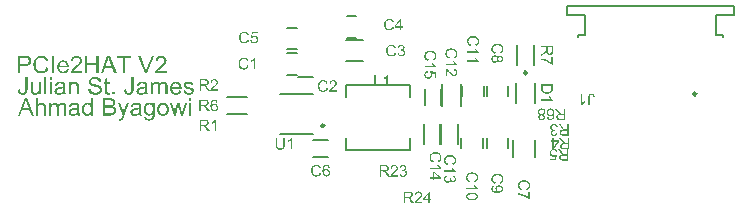
<source format=gbr>
G04*
G04 #@! TF.GenerationSoftware,Altium Limited,Altium Designer,24.2.2 (26)*
G04*
G04 Layer_Color=65535*
%FSLAX25Y25*%
%MOIN*%
G70*
G04*
G04 #@! TF.SameCoordinates,DA759692-2FDC-47FD-B5D7-4F029464E4A9*
G04*
G04*
G04 #@! TF.FilePolarity,Positive*
G04*
G01*
G75*
%ADD10C,0.00984*%
%ADD11C,0.00787*%
G36*
X34383Y-322552D02*
X34458Y-322560D01*
X34550Y-322568D01*
X34641Y-322577D01*
X34750Y-322602D01*
X34975Y-322652D01*
X35224Y-322726D01*
X35349Y-322777D01*
X35466Y-322835D01*
X35583Y-322910D01*
X35699Y-322985D01*
X35708Y-322993D01*
X35724Y-323001D01*
X35757Y-323026D01*
X35799Y-323068D01*
X35841Y-323110D01*
X35899Y-323168D01*
X35958Y-323235D01*
X36024Y-323301D01*
X36091Y-323385D01*
X36157Y-323484D01*
X36232Y-323585D01*
X36299Y-323693D01*
X36357Y-323818D01*
X36424Y-323943D01*
X36474Y-324076D01*
X36524Y-324226D01*
X35774Y-324401D01*
Y-324393D01*
X35766Y-324376D01*
X35749Y-324342D01*
X35732Y-324301D01*
X35716Y-324251D01*
X35691Y-324184D01*
X35624Y-324051D01*
X35541Y-323901D01*
X35441Y-323751D01*
X35316Y-323609D01*
X35183Y-323484D01*
X35166Y-323468D01*
X35116Y-323435D01*
X35033Y-323393D01*
X34925Y-323335D01*
X34783Y-323285D01*
X34625Y-323235D01*
X34433Y-323201D01*
X34225Y-323193D01*
X34158D01*
X34117Y-323201D01*
X34058D01*
X33992Y-323210D01*
X33833Y-323235D01*
X33658Y-323268D01*
X33475Y-323326D01*
X33283Y-323410D01*
X33109Y-323518D01*
X33100D01*
X33092Y-323534D01*
X33034Y-323576D01*
X32959Y-323643D01*
X32867Y-323743D01*
X32759Y-323868D01*
X32659Y-324009D01*
X32567Y-324184D01*
X32484Y-324376D01*
Y-324384D01*
X32476Y-324401D01*
X32467Y-324426D01*
X32459Y-324467D01*
X32442Y-324517D01*
X32425Y-324576D01*
X32401Y-324717D01*
X32367Y-324884D01*
X32334Y-325067D01*
X32317Y-325267D01*
X32309Y-325484D01*
Y-325492D01*
Y-325517D01*
Y-325559D01*
Y-325609D01*
X32317Y-325667D01*
Y-325742D01*
X32326Y-325825D01*
X32334Y-325917D01*
X32359Y-326117D01*
X32401Y-326333D01*
X32451Y-326550D01*
X32517Y-326767D01*
Y-326775D01*
X32526Y-326792D01*
X32542Y-326817D01*
X32559Y-326858D01*
X32609Y-326958D01*
X32684Y-327075D01*
X32775Y-327208D01*
X32892Y-327350D01*
X33025Y-327475D01*
X33184Y-327591D01*
X33192D01*
X33209Y-327600D01*
X33233Y-327616D01*
X33267Y-327633D01*
X33309Y-327649D01*
X33358Y-327675D01*
X33475Y-327725D01*
X33625Y-327775D01*
X33792Y-327816D01*
X33975Y-327850D01*
X34166Y-327858D01*
X34225D01*
X34275Y-327850D01*
X34333D01*
X34391Y-327841D01*
X34541Y-327808D01*
X34716Y-327766D01*
X34891Y-327699D01*
X35074Y-327608D01*
X35166Y-327558D01*
X35249Y-327491D01*
X35258Y-327483D01*
X35266Y-327475D01*
X35291Y-327450D01*
X35324Y-327425D01*
X35358Y-327383D01*
X35399Y-327333D01*
X35449Y-327283D01*
X35491Y-327216D01*
X35541Y-327141D01*
X35599Y-327058D01*
X35649Y-326975D01*
X35699Y-326875D01*
X35741Y-326767D01*
X35783Y-326650D01*
X35824Y-326525D01*
X35857Y-326392D01*
X36624Y-326583D01*
Y-326592D01*
X36615Y-326625D01*
X36599Y-326675D01*
X36574Y-326742D01*
X36549Y-326817D01*
X36516Y-326908D01*
X36474Y-327008D01*
X36424Y-327116D01*
X36307Y-327350D01*
X36157Y-327583D01*
X36066Y-327699D01*
X35974Y-327816D01*
X35874Y-327916D01*
X35757Y-328016D01*
X35749Y-328024D01*
X35732Y-328041D01*
X35691Y-328058D01*
X35649Y-328091D01*
X35583Y-328133D01*
X35516Y-328174D01*
X35424Y-328216D01*
X35333Y-328258D01*
X35224Y-328308D01*
X35108Y-328349D01*
X34983Y-328391D01*
X34850Y-328433D01*
X34708Y-328466D01*
X34558Y-328483D01*
X34400Y-328499D01*
X34233Y-328507D01*
X34141D01*
X34075Y-328499D01*
X34000D01*
X33908Y-328491D01*
X33808Y-328474D01*
X33692Y-328457D01*
X33450Y-328416D01*
X33200Y-328349D01*
X32950Y-328258D01*
X32834Y-328199D01*
X32717Y-328133D01*
X32709Y-328124D01*
X32692Y-328116D01*
X32659Y-328091D01*
X32625Y-328058D01*
X32576Y-328024D01*
X32517Y-327974D01*
X32451Y-327916D01*
X32384Y-327850D01*
X32317Y-327775D01*
X32242Y-327699D01*
X32092Y-327508D01*
X31951Y-327283D01*
X31826Y-327033D01*
Y-327025D01*
X31809Y-327000D01*
X31801Y-326958D01*
X31776Y-326908D01*
X31759Y-326841D01*
X31734Y-326758D01*
X31701Y-326667D01*
X31676Y-326567D01*
X31651Y-326458D01*
X31618Y-326333D01*
X31576Y-326075D01*
X31543Y-325784D01*
X31526Y-325484D01*
Y-325475D01*
Y-325442D01*
Y-325392D01*
X31534Y-325334D01*
Y-325251D01*
X31543Y-325167D01*
X31551Y-325059D01*
X31567Y-324951D01*
X31609Y-324709D01*
X31668Y-324443D01*
X31751Y-324176D01*
X31867Y-323918D01*
X31876Y-323909D01*
X31884Y-323884D01*
X31901Y-323851D01*
X31934Y-323809D01*
X31967Y-323751D01*
X32009Y-323685D01*
X32117Y-323534D01*
X32259Y-323368D01*
X32425Y-323201D01*
X32617Y-323035D01*
X32842Y-322893D01*
X32850Y-322885D01*
X32875Y-322877D01*
X32909Y-322860D01*
X32950Y-322835D01*
X33017Y-322810D01*
X33084Y-322785D01*
X33167Y-322751D01*
X33259Y-322718D01*
X33358Y-322685D01*
X33467Y-322652D01*
X33700Y-322602D01*
X33967Y-322560D01*
X34242Y-322543D01*
X34325D01*
X34383Y-322552D01*
D02*
G37*
G36*
X53309Y-328408D02*
X52543D01*
Y-325692D01*
X49560D01*
Y-328408D01*
X48794D01*
Y-322643D01*
X49560D01*
Y-325009D01*
X52543D01*
Y-322643D01*
X53309D01*
Y-328408D01*
D02*
G37*
G36*
X69552D02*
X68753D01*
X66520Y-322643D01*
X67353D01*
X68853Y-326833D01*
Y-326841D01*
X68861Y-326858D01*
X68869Y-326883D01*
X68886Y-326917D01*
X68894Y-326967D01*
X68911Y-327016D01*
X68953Y-327141D01*
X69003Y-327283D01*
X69052Y-327441D01*
X69152Y-327775D01*
Y-327766D01*
X69161Y-327749D01*
X69169Y-327725D01*
X69178Y-327691D01*
X69203Y-327600D01*
X69244Y-327475D01*
X69286Y-327333D01*
X69336Y-327175D01*
X69394Y-327008D01*
X69461Y-326833D01*
X71027Y-322643D01*
X71801D01*
X69552Y-328408D01*
D02*
G37*
G36*
X74251Y-322626D02*
X74317Y-322635D01*
X74400Y-322643D01*
X74492Y-322660D01*
X74584Y-322676D01*
X74800Y-322735D01*
X75017Y-322818D01*
X75125Y-322868D01*
X75233Y-322926D01*
X75333Y-323001D01*
X75425Y-323085D01*
X75433Y-323093D01*
X75450Y-323101D01*
X75467Y-323135D01*
X75500Y-323168D01*
X75542Y-323210D01*
X75583Y-323268D01*
X75625Y-323326D01*
X75675Y-323401D01*
X75758Y-323559D01*
X75841Y-323759D01*
X75875Y-323859D01*
X75892Y-323976D01*
X75908Y-324093D01*
X75916Y-324218D01*
Y-324234D01*
Y-324276D01*
X75908Y-324342D01*
X75900Y-324434D01*
X75883Y-324534D01*
X75850Y-324651D01*
X75817Y-324776D01*
X75766Y-324901D01*
X75758Y-324917D01*
X75741Y-324959D01*
X75708Y-325026D01*
X75658Y-325117D01*
X75592Y-325217D01*
X75508Y-325342D01*
X75408Y-325467D01*
X75292Y-325609D01*
X75275Y-325625D01*
X75233Y-325675D01*
X75192Y-325717D01*
X75150Y-325759D01*
X75100Y-325809D01*
X75033Y-325875D01*
X74967Y-325942D01*
X74884Y-326017D01*
X74800Y-326100D01*
X74700Y-326192D01*
X74592Y-326283D01*
X74475Y-326392D01*
X74342Y-326500D01*
X74209Y-326617D01*
X74200Y-326625D01*
X74184Y-326642D01*
X74151Y-326667D01*
X74109Y-326700D01*
X74059Y-326750D01*
X74001Y-326800D01*
X73867Y-326908D01*
X73726Y-327033D01*
X73592Y-327158D01*
X73476Y-327266D01*
X73426Y-327308D01*
X73384Y-327350D01*
X73376Y-327358D01*
X73351Y-327383D01*
X73317Y-327416D01*
X73276Y-327466D01*
X73234Y-327525D01*
X73184Y-327583D01*
X73084Y-327725D01*
X75925D01*
Y-328408D01*
X72101D01*
Y-328399D01*
Y-328366D01*
Y-328316D01*
X72110Y-328249D01*
X72118Y-328174D01*
X72135Y-328091D01*
X72151Y-328008D01*
X72185Y-327916D01*
Y-327908D01*
X72193Y-327899D01*
X72210Y-327850D01*
X72243Y-327775D01*
X72293Y-327675D01*
X72360Y-327558D01*
X72443Y-327425D01*
X72535Y-327291D01*
X72651Y-327150D01*
Y-327141D01*
X72668Y-327133D01*
X72709Y-327083D01*
X72784Y-327008D01*
X72893Y-326900D01*
X73018Y-326775D01*
X73176Y-326625D01*
X73368Y-326458D01*
X73576Y-326283D01*
X73584Y-326275D01*
X73617Y-326250D01*
X73667Y-326208D01*
X73726Y-326158D01*
X73801Y-326092D01*
X73892Y-326017D01*
X73984Y-325934D01*
X74092Y-325842D01*
X74300Y-325642D01*
X74509Y-325442D01*
X74609Y-325342D01*
X74700Y-325242D01*
X74784Y-325150D01*
X74850Y-325059D01*
Y-325051D01*
X74867Y-325042D01*
X74884Y-325017D01*
X74900Y-324984D01*
X74958Y-324892D01*
X75025Y-324784D01*
X75084Y-324651D01*
X75142Y-324509D01*
X75175Y-324351D01*
X75192Y-324201D01*
Y-324193D01*
Y-324184D01*
X75183Y-324134D01*
X75175Y-324051D01*
X75150Y-323959D01*
X75117Y-323843D01*
X75059Y-323726D01*
X74984Y-323609D01*
X74884Y-323493D01*
X74867Y-323476D01*
X74825Y-323443D01*
X74767Y-323401D01*
X74675Y-323343D01*
X74559Y-323293D01*
X74425Y-323243D01*
X74267Y-323210D01*
X74092Y-323201D01*
X74042D01*
X74009Y-323210D01*
X73909Y-323218D01*
X73792Y-323243D01*
X73667Y-323276D01*
X73526Y-323335D01*
X73392Y-323410D01*
X73268Y-323510D01*
X73251Y-323526D01*
X73217Y-323568D01*
X73168Y-323635D01*
X73118Y-323734D01*
X73059Y-323851D01*
X73009Y-324001D01*
X72976Y-324168D01*
X72959Y-324359D01*
X72235Y-324284D01*
Y-324276D01*
X72243Y-324251D01*
Y-324209D01*
X72251Y-324151D01*
X72268Y-324084D01*
X72285Y-324009D01*
X72310Y-323918D01*
X72335Y-323826D01*
X72401Y-323626D01*
X72501Y-323426D01*
X72559Y-323326D01*
X72634Y-323226D01*
X72709Y-323135D01*
X72793Y-323051D01*
X72801Y-323043D01*
X72818Y-323035D01*
X72843Y-323010D01*
X72884Y-322985D01*
X72934Y-322951D01*
X72993Y-322918D01*
X73059Y-322877D01*
X73143Y-322835D01*
X73234Y-322793D01*
X73334Y-322751D01*
X73442Y-322718D01*
X73559Y-322685D01*
X73684Y-322660D01*
X73817Y-322635D01*
X73959Y-322626D01*
X74109Y-322618D01*
X74192D01*
X74251Y-322626D01*
D02*
G37*
G36*
X64088Y-323326D02*
X62189D01*
Y-328408D01*
X61422D01*
Y-323326D01*
X59523D01*
Y-322643D01*
X64088D01*
Y-323326D01*
D02*
G37*
G36*
X59340Y-328408D02*
X58473D01*
X57799Y-326658D01*
X55383D01*
X54758Y-328408D01*
X53950D01*
X56149Y-322643D01*
X56982D01*
X59340Y-328408D01*
D02*
G37*
G36*
X46045Y-322626D02*
X46112Y-322635D01*
X46195Y-322643D01*
X46287Y-322660D01*
X46378Y-322676D01*
X46595Y-322735D01*
X46811Y-322818D01*
X46920Y-322868D01*
X47028Y-322926D01*
X47128Y-323001D01*
X47220Y-323085D01*
X47228Y-323093D01*
X47245Y-323101D01*
X47261Y-323135D01*
X47295Y-323168D01*
X47336Y-323210D01*
X47378Y-323268D01*
X47420Y-323326D01*
X47469Y-323401D01*
X47553Y-323559D01*
X47636Y-323759D01*
X47669Y-323859D01*
X47686Y-323976D01*
X47703Y-324093D01*
X47711Y-324218D01*
Y-324234D01*
Y-324276D01*
X47703Y-324342D01*
X47694Y-324434D01*
X47678Y-324534D01*
X47644Y-324651D01*
X47611Y-324776D01*
X47561Y-324901D01*
X47553Y-324917D01*
X47536Y-324959D01*
X47503Y-325026D01*
X47453Y-325117D01*
X47386Y-325217D01*
X47303Y-325342D01*
X47203Y-325467D01*
X47086Y-325609D01*
X47070Y-325625D01*
X47028Y-325675D01*
X46986Y-325717D01*
X46945Y-325759D01*
X46895Y-325809D01*
X46828Y-325875D01*
X46762Y-325942D01*
X46678Y-326017D01*
X46595Y-326100D01*
X46495Y-326192D01*
X46387Y-326283D01*
X46270Y-326392D01*
X46137Y-326500D01*
X46003Y-326617D01*
X45995Y-326625D01*
X45978Y-326642D01*
X45945Y-326667D01*
X45904Y-326700D01*
X45853Y-326750D01*
X45795Y-326800D01*
X45662Y-326908D01*
X45520Y-327033D01*
X45387Y-327158D01*
X45270Y-327266D01*
X45220Y-327308D01*
X45179Y-327350D01*
X45170Y-327358D01*
X45145Y-327383D01*
X45112Y-327416D01*
X45070Y-327466D01*
X45029Y-327525D01*
X44979Y-327583D01*
X44879Y-327725D01*
X47719D01*
Y-328408D01*
X43896D01*
Y-328399D01*
Y-328366D01*
Y-328316D01*
X43904Y-328249D01*
X43913Y-328174D01*
X43929Y-328091D01*
X43946Y-328008D01*
X43979Y-327916D01*
Y-327908D01*
X43988Y-327899D01*
X44004Y-327850D01*
X44038Y-327775D01*
X44087Y-327675D01*
X44154Y-327558D01*
X44238Y-327425D01*
X44329Y-327291D01*
X44446Y-327150D01*
Y-327141D01*
X44462Y-327133D01*
X44504Y-327083D01*
X44579Y-327008D01*
X44687Y-326900D01*
X44812Y-326775D01*
X44971Y-326625D01*
X45162Y-326458D01*
X45370Y-326283D01*
X45379Y-326275D01*
X45412Y-326250D01*
X45462Y-326208D01*
X45520Y-326158D01*
X45595Y-326092D01*
X45687Y-326017D01*
X45779Y-325934D01*
X45887Y-325842D01*
X46095Y-325642D01*
X46303Y-325442D01*
X46403Y-325342D01*
X46495Y-325242D01*
X46578Y-325150D01*
X46645Y-325059D01*
Y-325051D01*
X46661Y-325042D01*
X46678Y-325017D01*
X46695Y-324984D01*
X46753Y-324892D01*
X46820Y-324784D01*
X46878Y-324651D01*
X46936Y-324509D01*
X46970Y-324351D01*
X46986Y-324201D01*
Y-324193D01*
Y-324184D01*
X46978Y-324134D01*
X46970Y-324051D01*
X46945Y-323959D01*
X46911Y-323843D01*
X46853Y-323726D01*
X46778Y-323609D01*
X46678Y-323493D01*
X46661Y-323476D01*
X46620Y-323443D01*
X46562Y-323401D01*
X46470Y-323343D01*
X46353Y-323293D01*
X46220Y-323243D01*
X46062Y-323210D01*
X45887Y-323201D01*
X45837D01*
X45803Y-323210D01*
X45704Y-323218D01*
X45587Y-323243D01*
X45462Y-323276D01*
X45320Y-323335D01*
X45187Y-323410D01*
X45062Y-323510D01*
X45046Y-323526D01*
X45012Y-323568D01*
X44962Y-323635D01*
X44912Y-323734D01*
X44854Y-323851D01*
X44804Y-324001D01*
X44771Y-324168D01*
X44754Y-324359D01*
X44029Y-324284D01*
Y-324276D01*
X44038Y-324251D01*
Y-324209D01*
X44046Y-324151D01*
X44063Y-324084D01*
X44079Y-324009D01*
X44104Y-323918D01*
X44129Y-323826D01*
X44196Y-323626D01*
X44296Y-323426D01*
X44354Y-323326D01*
X44429Y-323226D01*
X44504Y-323135D01*
X44587Y-323051D01*
X44596Y-323043D01*
X44612Y-323035D01*
X44637Y-323010D01*
X44679Y-322985D01*
X44729Y-322951D01*
X44787Y-322918D01*
X44854Y-322877D01*
X44937Y-322835D01*
X45029Y-322793D01*
X45129Y-322751D01*
X45237Y-322718D01*
X45354Y-322685D01*
X45479Y-322660D01*
X45612Y-322635D01*
X45753Y-322626D01*
X45904Y-322618D01*
X45987D01*
X46045Y-322626D01*
D02*
G37*
G36*
X38456Y-328408D02*
X37690D01*
Y-322643D01*
X38456D01*
Y-328408D01*
D02*
G37*
G36*
X28869Y-322652D02*
X29010Y-322660D01*
X29160Y-322668D01*
X29302Y-322685D01*
X29427Y-322702D01*
X29443D01*
X29502Y-322718D01*
X29577Y-322735D01*
X29677Y-322760D01*
X29785Y-322801D01*
X29901Y-322851D01*
X30027Y-322910D01*
X30135Y-322976D01*
X30151Y-322985D01*
X30185Y-323010D01*
X30235Y-323060D01*
X30301Y-323118D01*
X30376Y-323193D01*
X30451Y-323293D01*
X30535Y-323401D01*
X30601Y-323526D01*
X30610Y-323543D01*
X30626Y-323585D01*
X30660Y-323659D01*
X30693Y-323759D01*
X30718Y-323876D01*
X30751Y-324009D01*
X30768Y-324159D01*
X30776Y-324318D01*
Y-324326D01*
Y-324351D01*
Y-324384D01*
X30768Y-324443D01*
X30760Y-324501D01*
X30751Y-324576D01*
X30735Y-324659D01*
X30718Y-324751D01*
X30660Y-324942D01*
X30626Y-325042D01*
X30576Y-325150D01*
X30518Y-325259D01*
X30460Y-325359D01*
X30385Y-325459D01*
X30301Y-325559D01*
X30293Y-325567D01*
X30276Y-325584D01*
X30251Y-325609D01*
X30210Y-325634D01*
X30160Y-325675D01*
X30093Y-325717D01*
X30010Y-325767D01*
X29918Y-325809D01*
X29810Y-325859D01*
X29685Y-325909D01*
X29552Y-325950D01*
X29393Y-325984D01*
X29227Y-326017D01*
X29043Y-326042D01*
X28835Y-326059D01*
X28619Y-326067D01*
X27144D01*
Y-328408D01*
X26378D01*
Y-322643D01*
X28744D01*
X28869Y-322652D01*
D02*
G37*
G36*
X41563Y-324143D02*
X41630Y-324151D01*
X41714Y-324168D01*
X41805Y-324184D01*
X41913Y-324209D01*
X42013Y-324234D01*
X42130Y-324276D01*
X42238Y-324318D01*
X42355Y-324376D01*
X42472Y-324443D01*
X42588Y-324517D01*
X42696Y-324609D01*
X42796Y-324709D01*
X42805Y-324717D01*
X42821Y-324734D01*
X42846Y-324767D01*
X42880Y-324817D01*
X42921Y-324876D01*
X42963Y-324942D01*
X43013Y-325026D01*
X43063Y-325126D01*
X43113Y-325234D01*
X43163Y-325350D01*
X43205Y-325484D01*
X43246Y-325625D01*
X43279Y-325784D01*
X43304Y-325950D01*
X43321Y-326125D01*
X43330Y-326317D01*
Y-326325D01*
Y-326358D01*
Y-326417D01*
X43321Y-326500D01*
X40197D01*
Y-326508D01*
Y-326533D01*
X40206Y-326567D01*
Y-326617D01*
X40214Y-326675D01*
X40231Y-326742D01*
X40256Y-326891D01*
X40306Y-327058D01*
X40372Y-327241D01*
X40464Y-327408D01*
X40581Y-327558D01*
X40589D01*
X40597Y-327575D01*
X40647Y-327616D01*
X40722Y-327675D01*
X40822Y-327733D01*
X40955Y-327800D01*
X41105Y-327858D01*
X41272Y-327899D01*
X41364Y-327908D01*
X41464Y-327916D01*
X41530D01*
X41605Y-327908D01*
X41697Y-327891D01*
X41797Y-327866D01*
X41913Y-327833D01*
X42022Y-327783D01*
X42130Y-327716D01*
X42138Y-327708D01*
X42180Y-327675D01*
X42230Y-327625D01*
X42288Y-327558D01*
X42355Y-327466D01*
X42430Y-327350D01*
X42505Y-327216D01*
X42571Y-327058D01*
X43304Y-327150D01*
Y-327158D01*
X43296Y-327175D01*
X43288Y-327208D01*
X43271Y-327258D01*
X43246Y-327308D01*
X43221Y-327375D01*
X43155Y-327516D01*
X43071Y-327675D01*
X42955Y-327841D01*
X42821Y-327999D01*
X42655Y-328149D01*
X42646D01*
X42630Y-328166D01*
X42605Y-328183D01*
X42571Y-328208D01*
X42522Y-328233D01*
X42472Y-328258D01*
X42405Y-328291D01*
X42330Y-328324D01*
X42247Y-328358D01*
X42163Y-328391D01*
X41955Y-328441D01*
X41722Y-328483D01*
X41464Y-328499D01*
X41372D01*
X41314Y-328491D01*
X41239Y-328483D01*
X41147Y-328466D01*
X41047Y-328449D01*
X40939Y-328433D01*
X40705Y-328366D01*
X40581Y-328316D01*
X40464Y-328266D01*
X40339Y-328199D01*
X40222Y-328124D01*
X40114Y-328041D01*
X40006Y-327941D01*
X39998Y-327933D01*
X39981Y-327916D01*
X39956Y-327883D01*
X39922Y-327833D01*
X39881Y-327775D01*
X39839Y-327708D01*
X39789Y-327625D01*
X39739Y-327533D01*
X39689Y-327425D01*
X39639Y-327308D01*
X39598Y-327175D01*
X39556Y-327033D01*
X39523Y-326883D01*
X39498Y-326717D01*
X39481Y-326542D01*
X39473Y-326358D01*
Y-326350D01*
Y-326308D01*
Y-326258D01*
X39481Y-326184D01*
X39489Y-326092D01*
X39498Y-325992D01*
X39514Y-325875D01*
X39539Y-325759D01*
X39606Y-325492D01*
X39648Y-325359D01*
X39698Y-325217D01*
X39764Y-325084D01*
X39839Y-324959D01*
X39922Y-324834D01*
X40014Y-324717D01*
X40023Y-324709D01*
X40039Y-324692D01*
X40073Y-324667D01*
X40114Y-324626D01*
X40164Y-324584D01*
X40231Y-324534D01*
X40306Y-324476D01*
X40397Y-324426D01*
X40489Y-324367D01*
X40597Y-324318D01*
X40714Y-324268D01*
X40839Y-324226D01*
X40972Y-324184D01*
X41114Y-324159D01*
X41264Y-324143D01*
X41422Y-324134D01*
X41505D01*
X41563Y-324143D01*
D02*
G37*
G36*
X37707Y-330568D02*
X36999D01*
Y-329760D01*
X37707D01*
Y-330568D01*
D02*
G37*
G36*
X52234Y-329669D02*
X52293D01*
X52451Y-329685D01*
X52626Y-329710D01*
X52809Y-329752D01*
X53009Y-329802D01*
X53192Y-329869D01*
X53201D01*
X53217Y-329877D01*
X53242Y-329894D01*
X53276Y-329910D01*
X53359Y-329952D01*
X53467Y-330027D01*
X53592Y-330110D01*
X53717Y-330219D01*
X53834Y-330344D01*
X53942Y-330485D01*
Y-330493D01*
X53950Y-330502D01*
X53967Y-330527D01*
X53984Y-330552D01*
X54025Y-330635D01*
X54075Y-330743D01*
X54133Y-330877D01*
X54175Y-331035D01*
X54217Y-331202D01*
X54233Y-331385D01*
X53500Y-331443D01*
Y-331435D01*
Y-331418D01*
X53492Y-331393D01*
X53484Y-331351D01*
X53459Y-331260D01*
X53426Y-331135D01*
X53376Y-331001D01*
X53300Y-330868D01*
X53209Y-330743D01*
X53092Y-330627D01*
X53076Y-330618D01*
X53034Y-330585D01*
X52951Y-330535D01*
X52842Y-330485D01*
X52701Y-330435D01*
X52534Y-330385D01*
X52326Y-330352D01*
X52093Y-330344D01*
X51976D01*
X51926Y-330352D01*
X51859Y-330360D01*
X51710Y-330377D01*
X51543Y-330410D01*
X51376Y-330452D01*
X51218Y-330518D01*
X51151Y-330560D01*
X51085Y-330602D01*
X51068Y-330610D01*
X51035Y-330643D01*
X50985Y-330702D01*
X50935Y-330768D01*
X50876Y-330860D01*
X50827Y-330960D01*
X50793Y-331077D01*
X50776Y-331210D01*
Y-331226D01*
Y-331260D01*
X50785Y-331318D01*
X50801Y-331385D01*
X50827Y-331468D01*
X50868Y-331551D01*
X50918Y-331635D01*
X50993Y-331718D01*
X51001Y-331726D01*
X51043Y-331751D01*
X51076Y-331776D01*
X51110Y-331793D01*
X51160Y-331818D01*
X51218Y-331851D01*
X51293Y-331876D01*
X51376Y-331909D01*
X51468Y-331943D01*
X51576Y-331984D01*
X51693Y-332018D01*
X51826Y-332059D01*
X51976Y-332093D01*
X52143Y-332134D01*
X52151D01*
X52184Y-332143D01*
X52234Y-332151D01*
X52293Y-332168D01*
X52368Y-332184D01*
X52459Y-332209D01*
X52551Y-332234D01*
X52651Y-332259D01*
X52867Y-332318D01*
X53076Y-332376D01*
X53176Y-332409D01*
X53267Y-332443D01*
X53351Y-332468D01*
X53417Y-332501D01*
X53426D01*
X53442Y-332509D01*
X53467Y-332526D01*
X53500Y-332543D01*
X53592Y-332593D01*
X53700Y-332659D01*
X53825Y-332751D01*
X53950Y-332851D01*
X54067Y-332967D01*
X54167Y-333092D01*
X54175Y-333109D01*
X54208Y-333151D01*
X54242Y-333226D01*
X54292Y-333326D01*
X54333Y-333442D01*
X54375Y-333584D01*
X54400Y-333742D01*
X54408Y-333909D01*
Y-333917D01*
Y-333925D01*
Y-333950D01*
Y-333984D01*
X54392Y-334075D01*
X54375Y-334192D01*
X54342Y-334325D01*
X54300Y-334467D01*
X54233Y-334617D01*
X54142Y-334775D01*
Y-334783D01*
X54133Y-334792D01*
X54092Y-334842D01*
X54034Y-334917D01*
X53950Y-335000D01*
X53842Y-335100D01*
X53709Y-335208D01*
X53559Y-335308D01*
X53384Y-335400D01*
X53376D01*
X53359Y-335408D01*
X53334Y-335416D01*
X53300Y-335433D01*
X53250Y-335450D01*
X53192Y-335475D01*
X53059Y-335508D01*
X52901Y-335550D01*
X52709Y-335591D01*
X52501Y-335616D01*
X52276Y-335625D01*
X52143D01*
X52076Y-335616D01*
X52001D01*
X51918Y-335608D01*
X51818Y-335600D01*
X51609Y-335566D01*
X51393Y-335533D01*
X51176Y-335475D01*
X50968Y-335400D01*
X50960D01*
X50943Y-335391D01*
X50918Y-335375D01*
X50885Y-335358D01*
X50785Y-335308D01*
X50668Y-335233D01*
X50535Y-335133D01*
X50393Y-335017D01*
X50260Y-334875D01*
X50135Y-334717D01*
Y-334708D01*
X50118Y-334692D01*
X50110Y-334667D01*
X50085Y-334633D01*
X50068Y-334592D01*
X50043Y-334542D01*
X49985Y-334417D01*
X49927Y-334259D01*
X49877Y-334084D01*
X49844Y-333884D01*
X49827Y-333676D01*
X50543Y-333609D01*
Y-333617D01*
Y-333626D01*
X50552Y-333650D01*
Y-333684D01*
X50568Y-333759D01*
X50593Y-333867D01*
X50627Y-333975D01*
X50660Y-334100D01*
X50718Y-334217D01*
X50776Y-334325D01*
X50785Y-334333D01*
X50810Y-334367D01*
X50852Y-334425D01*
X50918Y-334484D01*
X51001Y-334558D01*
X51093Y-334633D01*
X51218Y-334708D01*
X51351Y-334775D01*
X51360D01*
X51368Y-334783D01*
X51393Y-334792D01*
X51418Y-334800D01*
X51501Y-334825D01*
X51609Y-334858D01*
X51743Y-334892D01*
X51893Y-334917D01*
X52059Y-334933D01*
X52243Y-334942D01*
X52318D01*
X52401Y-334933D01*
X52501Y-334925D01*
X52617Y-334908D01*
X52751Y-334892D01*
X52884Y-334858D01*
X53009Y-334817D01*
X53026Y-334808D01*
X53067Y-334792D01*
X53126Y-334758D01*
X53201Y-334725D01*
X53276Y-334667D01*
X53359Y-334608D01*
X53442Y-334542D01*
X53509Y-334458D01*
X53517Y-334450D01*
X53534Y-334417D01*
X53559Y-334375D01*
X53592Y-334309D01*
X53625Y-334242D01*
X53650Y-334159D01*
X53667Y-334067D01*
X53675Y-333967D01*
Y-333959D01*
Y-333917D01*
X53667Y-333867D01*
X53659Y-333800D01*
X53634Y-333734D01*
X53609Y-333650D01*
X53567Y-333567D01*
X53509Y-333492D01*
X53500Y-333484D01*
X53475Y-333459D01*
X53442Y-333426D01*
X53384Y-333376D01*
X53317Y-333326D01*
X53225Y-333267D01*
X53117Y-333209D01*
X52992Y-333159D01*
X52984Y-333151D01*
X52942Y-333142D01*
X52876Y-333117D01*
X52834Y-333109D01*
X52776Y-333092D01*
X52717Y-333067D01*
X52642Y-333051D01*
X52559Y-333026D01*
X52459Y-333001D01*
X52359Y-332976D01*
X52243Y-332942D01*
X52109Y-332909D01*
X51968Y-332876D01*
X51959D01*
X51934Y-332868D01*
X51893Y-332859D01*
X51843Y-332842D01*
X51776Y-332826D01*
X51701Y-332809D01*
X51535Y-332759D01*
X51351Y-332701D01*
X51160Y-332643D01*
X50993Y-332584D01*
X50918Y-332551D01*
X50852Y-332518D01*
X50843D01*
X50835Y-332509D01*
X50785Y-332476D01*
X50710Y-332434D01*
X50627Y-332368D01*
X50527Y-332293D01*
X50427Y-332201D01*
X50327Y-332093D01*
X50243Y-331976D01*
X50235Y-331960D01*
X50210Y-331918D01*
X50177Y-331851D01*
X50143Y-331768D01*
X50110Y-331660D01*
X50077Y-331535D01*
X50052Y-331401D01*
X50043Y-331260D01*
Y-331251D01*
Y-331243D01*
Y-331218D01*
Y-331185D01*
X50060Y-331101D01*
X50077Y-330993D01*
X50102Y-330868D01*
X50143Y-330727D01*
X50202Y-330585D01*
X50285Y-330443D01*
Y-330435D01*
X50293Y-330427D01*
X50335Y-330377D01*
X50393Y-330310D01*
X50468Y-330227D01*
X50568Y-330135D01*
X50693Y-330035D01*
X50843Y-329944D01*
X51010Y-329860D01*
X51018D01*
X51035Y-329852D01*
X51060Y-329844D01*
X51093Y-329827D01*
X51135Y-329810D01*
X51193Y-329794D01*
X51318Y-329760D01*
X51476Y-329727D01*
X51660Y-329694D01*
X51851Y-329669D01*
X52068Y-329660D01*
X52176D01*
X52234Y-329669D01*
D02*
G37*
G36*
X45362Y-331260D02*
X45454Y-331268D01*
X45562Y-331285D01*
X45679Y-331310D01*
X45803Y-331343D01*
X45920Y-331393D01*
X45937Y-331401D01*
X45970Y-331418D01*
X46028Y-331443D01*
X46095Y-331485D01*
X46178Y-331535D01*
X46253Y-331601D01*
X46328Y-331668D01*
X46395Y-331751D01*
X46403Y-331760D01*
X46420Y-331793D01*
X46445Y-331835D01*
X46487Y-331893D01*
X46520Y-331976D01*
X46553Y-332059D01*
X46595Y-332159D01*
X46620Y-332268D01*
Y-332276D01*
X46628Y-332309D01*
X46637Y-332359D01*
X46645Y-332426D01*
Y-332526D01*
X46653Y-332643D01*
X46661Y-332784D01*
Y-332959D01*
Y-335525D01*
X45953D01*
Y-332992D01*
Y-332984D01*
Y-332976D01*
Y-332917D01*
Y-332842D01*
X45945Y-332751D01*
X45937Y-332643D01*
X45920Y-332534D01*
X45895Y-332434D01*
X45870Y-332343D01*
Y-332334D01*
X45853Y-332309D01*
X45829Y-332268D01*
X45803Y-332218D01*
X45762Y-332168D01*
X45712Y-332109D01*
X45645Y-332051D01*
X45570Y-332001D01*
X45562Y-331993D01*
X45537Y-331976D01*
X45487Y-331960D01*
X45429Y-331934D01*
X45362Y-331909D01*
X45279Y-331885D01*
X45179Y-331876D01*
X45079Y-331868D01*
X45037D01*
X45004Y-331876D01*
X44921Y-331885D01*
X44812Y-331901D01*
X44696Y-331943D01*
X44562Y-331993D01*
X44429Y-332059D01*
X44304Y-332159D01*
X44287Y-332176D01*
X44254Y-332218D01*
X44229Y-332251D01*
X44204Y-332293D01*
X44171Y-332343D01*
X44146Y-332401D01*
X44113Y-332468D01*
X44079Y-332551D01*
X44054Y-332643D01*
X44029Y-332743D01*
X44013Y-332851D01*
X43996Y-332967D01*
X43979Y-333109D01*
Y-333251D01*
Y-335525D01*
X43271D01*
Y-331343D01*
X43904D01*
Y-331943D01*
X43913Y-331934D01*
X43929Y-331909D01*
X43954Y-331876D01*
X43988Y-331835D01*
X44038Y-331785D01*
X44096Y-331726D01*
X44162Y-331660D01*
X44246Y-331593D01*
X44329Y-331535D01*
X44429Y-331468D01*
X44537Y-331410D01*
X44654Y-331360D01*
X44787Y-331318D01*
X44921Y-331285D01*
X45070Y-331260D01*
X45229Y-331251D01*
X45295D01*
X45362Y-331260D01*
D02*
G37*
G36*
X75075D02*
X75133D01*
X75192Y-331268D01*
X75333Y-331293D01*
X75483Y-331335D01*
X75642Y-331401D01*
X75800Y-331485D01*
X75933Y-331601D01*
X75950Y-331618D01*
X75983Y-331668D01*
X76041Y-331743D01*
X76066Y-331801D01*
X76100Y-331859D01*
X76133Y-331934D01*
X76158Y-332010D01*
X76191Y-332093D01*
X76216Y-332193D01*
X76233Y-332293D01*
X76250Y-332409D01*
X76266Y-332526D01*
Y-332659D01*
Y-335525D01*
X75558D01*
Y-332901D01*
Y-332892D01*
Y-332884D01*
Y-332834D01*
Y-332759D01*
X75550Y-332667D01*
X75542Y-332568D01*
X75533Y-332468D01*
X75517Y-332368D01*
X75492Y-332293D01*
Y-332284D01*
X75475Y-332259D01*
X75458Y-332226D01*
X75433Y-332184D01*
X75400Y-332134D01*
X75358Y-332084D01*
X75308Y-332034D01*
X75242Y-331984D01*
X75233Y-331976D01*
X75208Y-331968D01*
X75175Y-331951D01*
X75117Y-331926D01*
X75059Y-331901D01*
X74984Y-331885D01*
X74909Y-331876D01*
X74817Y-331868D01*
X74775D01*
X74742Y-331876D01*
X74659Y-331885D01*
X74559Y-331901D01*
X74442Y-331943D01*
X74317Y-331993D01*
X74192Y-332068D01*
X74076Y-332168D01*
X74067Y-332184D01*
X74034Y-332226D01*
X73984Y-332293D01*
X73934Y-332393D01*
X73876Y-332526D01*
X73834Y-332684D01*
X73801Y-332876D01*
X73784Y-333101D01*
Y-335525D01*
X73076D01*
Y-332818D01*
Y-332809D01*
Y-332792D01*
Y-332776D01*
Y-332743D01*
X73068Y-332651D01*
X73051Y-332551D01*
X73034Y-332434D01*
X73001Y-332318D01*
X72959Y-332209D01*
X72901Y-332109D01*
X72893Y-332101D01*
X72868Y-332068D01*
X72826Y-332034D01*
X72768Y-331984D01*
X72693Y-331943D01*
X72593Y-331901D01*
X72476Y-331876D01*
X72335Y-331868D01*
X72285D01*
X72226Y-331876D01*
X72160Y-331885D01*
X72076Y-331909D01*
X71976Y-331934D01*
X71885Y-331976D01*
X71785Y-332026D01*
X71776Y-332034D01*
X71743Y-332059D01*
X71702Y-332093D01*
X71643Y-332143D01*
X71585Y-332209D01*
X71526Y-332293D01*
X71468Y-332384D01*
X71418Y-332493D01*
X71410Y-332509D01*
X71402Y-332551D01*
X71385Y-332617D01*
X71360Y-332709D01*
X71335Y-332834D01*
X71318Y-332984D01*
X71310Y-333159D01*
X71302Y-333359D01*
Y-335525D01*
X70594D01*
Y-331343D01*
X71227D01*
Y-331943D01*
X71235Y-331926D01*
X71260Y-331893D01*
X71310Y-331835D01*
X71368Y-331768D01*
X71443Y-331685D01*
X71535Y-331601D01*
X71635Y-331518D01*
X71751Y-331443D01*
X71768Y-331435D01*
X71810Y-331410D01*
X71876Y-331385D01*
X71968Y-331343D01*
X72076Y-331310D01*
X72201Y-331285D01*
X72343Y-331260D01*
X72493Y-331251D01*
X72568D01*
X72659Y-331260D01*
X72759Y-331276D01*
X72884Y-331301D01*
X73009Y-331335D01*
X73134Y-331385D01*
X73251Y-331451D01*
X73268Y-331460D01*
X73301Y-331485D01*
X73351Y-331526D01*
X73418Y-331593D01*
X73484Y-331668D01*
X73559Y-331760D01*
X73626Y-331868D01*
X73676Y-331993D01*
X73684Y-331984D01*
X73701Y-331960D01*
X73726Y-331926D01*
X73767Y-331876D01*
X73817Y-331818D01*
X73876Y-331760D01*
X73942Y-331693D01*
X74025Y-331618D01*
X74117Y-331551D01*
X74209Y-331485D01*
X74317Y-331426D01*
X74434Y-331368D01*
X74559Y-331318D01*
X74692Y-331285D01*
X74825Y-331260D01*
X74975Y-331251D01*
X75033D01*
X75075Y-331260D01*
D02*
G37*
G36*
X83338D02*
X83463Y-331268D01*
X83597Y-331285D01*
X83738Y-331318D01*
X83888Y-331351D01*
X84030Y-331401D01*
X84038D01*
X84047Y-331410D01*
X84088Y-331426D01*
X84155Y-331460D01*
X84238Y-331501D01*
X84330Y-331560D01*
X84421Y-331626D01*
X84505Y-331701D01*
X84580Y-331785D01*
X84588Y-331793D01*
X84605Y-331826D01*
X84638Y-331885D01*
X84680Y-331951D01*
X84721Y-332051D01*
X84763Y-332159D01*
X84796Y-332284D01*
X84830Y-332426D01*
X84138Y-332518D01*
Y-332501D01*
X84130Y-332468D01*
X84113Y-332409D01*
X84088Y-332334D01*
X84047Y-332259D01*
X83997Y-332176D01*
X83938Y-332093D01*
X83855Y-332018D01*
X83847Y-332010D01*
X83813Y-331993D01*
X83763Y-331960D01*
X83688Y-331926D01*
X83605Y-331893D01*
X83497Y-331859D01*
X83363Y-331843D01*
X83222Y-331835D01*
X83139D01*
X83055Y-331843D01*
X82947Y-331851D01*
X82839Y-331876D01*
X82722Y-331901D01*
X82614Y-331943D01*
X82522Y-332001D01*
X82514Y-332010D01*
X82489Y-332026D01*
X82455Y-332059D01*
X82422Y-332109D01*
X82380Y-332159D01*
X82347Y-332226D01*
X82322Y-332301D01*
X82314Y-332376D01*
Y-332384D01*
Y-332401D01*
X82322Y-332426D01*
Y-332459D01*
X82347Y-332543D01*
X82397Y-332626D01*
X82406Y-332634D01*
X82414Y-332643D01*
X82430Y-332667D01*
X82464Y-332693D01*
X82497Y-332717D01*
X82547Y-332751D01*
X82605Y-332776D01*
X82672Y-332809D01*
X82680D01*
X82697Y-332818D01*
X82730Y-332826D01*
X82789Y-332851D01*
X82872Y-332876D01*
X82980Y-332901D01*
X83047Y-332926D01*
X83122Y-332942D01*
X83205Y-332967D01*
X83297Y-332992D01*
X83305D01*
X83330Y-333001D01*
X83372Y-333009D01*
X83422Y-333026D01*
X83480Y-333042D01*
X83555Y-333059D01*
X83713Y-333109D01*
X83888Y-333159D01*
X84063Y-333217D01*
X84222Y-333276D01*
X84288Y-333301D01*
X84346Y-333326D01*
X84363Y-333334D01*
X84396Y-333351D01*
X84446Y-333376D01*
X84521Y-333417D01*
X84596Y-333467D01*
X84671Y-333534D01*
X84746Y-333609D01*
X84813Y-333692D01*
X84821Y-333700D01*
X84838Y-333734D01*
X84871Y-333784D01*
X84904Y-333859D01*
X84930Y-333950D01*
X84963Y-334050D01*
X84979Y-334167D01*
X84988Y-334300D01*
Y-334317D01*
Y-334359D01*
X84979Y-334425D01*
X84963Y-334517D01*
X84938Y-334617D01*
X84896Y-334725D01*
X84846Y-334850D01*
X84780Y-334967D01*
X84771Y-334983D01*
X84738Y-335017D01*
X84696Y-335075D01*
X84630Y-335141D01*
X84538Y-335216D01*
X84438Y-335300D01*
X84321Y-335375D01*
X84180Y-335450D01*
X84171D01*
X84163Y-335458D01*
X84113Y-335475D01*
X84030Y-335500D01*
X83922Y-335533D01*
X83788Y-335566D01*
X83638Y-335591D01*
X83480Y-335608D01*
X83297Y-335616D01*
X83222D01*
X83164Y-335608D01*
X83097D01*
X83014Y-335600D01*
X82930Y-335591D01*
X82839Y-335575D01*
X82639Y-335533D01*
X82430Y-335475D01*
X82231Y-335391D01*
X82139Y-335342D01*
X82056Y-335283D01*
X82047Y-335275D01*
X82039Y-335266D01*
X81989Y-335216D01*
X81914Y-335141D01*
X81831Y-335025D01*
X81739Y-334883D01*
X81647Y-334717D01*
X81573Y-334508D01*
X81514Y-334275D01*
X82214Y-334167D01*
Y-334175D01*
Y-334184D01*
X82231Y-334234D01*
X82247Y-334317D01*
X82281Y-334408D01*
X82322Y-334508D01*
X82372Y-334617D01*
X82447Y-334725D01*
X82539Y-334817D01*
X82556Y-334825D01*
X82589Y-334850D01*
X82655Y-334883D01*
X82739Y-334925D01*
X82847Y-334967D01*
X82972Y-335000D01*
X83122Y-335025D01*
X83297Y-335033D01*
X83380D01*
X83463Y-335025D01*
X83572Y-335008D01*
X83688Y-334983D01*
X83813Y-334950D01*
X83922Y-334908D01*
X84022Y-334842D01*
X84030Y-334833D01*
X84063Y-334808D01*
X84096Y-334767D01*
X84146Y-334708D01*
X84188Y-334642D01*
X84230Y-334558D01*
X84255Y-334475D01*
X84263Y-334375D01*
Y-334367D01*
Y-334333D01*
X84255Y-334292D01*
X84238Y-334234D01*
X84213Y-334175D01*
X84171Y-334117D01*
X84122Y-334050D01*
X84047Y-334000D01*
X84038Y-333992D01*
X84013Y-333984D01*
X83972Y-333959D01*
X83905Y-333934D01*
X83805Y-333900D01*
X83747Y-333875D01*
X83680Y-333859D01*
X83605Y-333834D01*
X83522Y-333809D01*
X83430Y-333784D01*
X83322Y-333759D01*
X83314D01*
X83289Y-333750D01*
X83247Y-333742D01*
X83197Y-333725D01*
X83130Y-333709D01*
X83055Y-333684D01*
X82897Y-333642D01*
X82714Y-333584D01*
X82539Y-333534D01*
X82372Y-333475D01*
X82297Y-333442D01*
X82239Y-333417D01*
X82222Y-333409D01*
X82189Y-333392D01*
X82139Y-333359D01*
X82072Y-333317D01*
X81997Y-333259D01*
X81922Y-333192D01*
X81847Y-333117D01*
X81781Y-333026D01*
X81773Y-333017D01*
X81756Y-332984D01*
X81731Y-332926D01*
X81706Y-332859D01*
X81681Y-332776D01*
X81656Y-332676D01*
X81639Y-332576D01*
X81631Y-332459D01*
Y-332443D01*
Y-332409D01*
X81639Y-332359D01*
X81647Y-332284D01*
X81664Y-332209D01*
X81681Y-332118D01*
X81714Y-332034D01*
X81756Y-331943D01*
X81764Y-331934D01*
X81781Y-331901D01*
X81806Y-331859D01*
X81847Y-331801D01*
X81897Y-331743D01*
X81956Y-331668D01*
X82022Y-331601D01*
X82106Y-331543D01*
X82114Y-331535D01*
X82139Y-331526D01*
X82172Y-331501D01*
X82222Y-331476D01*
X82289Y-331443D01*
X82364Y-331410D01*
X82455Y-331376D01*
X82556Y-331343D01*
X82572Y-331335D01*
X82605Y-331326D01*
X82664Y-331310D01*
X82739Y-331293D01*
X82830Y-331276D01*
X82930Y-331268D01*
X83047Y-331251D01*
X83247D01*
X83338Y-331260D01*
D02*
G37*
G36*
X64963Y-333692D02*
Y-333700D01*
Y-333725D01*
Y-333759D01*
Y-333809D01*
X64954Y-333875D01*
Y-333942D01*
X64938Y-334100D01*
X64921Y-334284D01*
X64887Y-334475D01*
X64838Y-334650D01*
X64779Y-334817D01*
Y-334825D01*
X64771Y-334833D01*
X64746Y-334883D01*
X64704Y-334950D01*
X64646Y-335042D01*
X64563Y-335133D01*
X64471Y-335233D01*
X64354Y-335333D01*
X64221Y-335416D01*
X64205Y-335425D01*
X64154Y-335450D01*
X64079Y-335483D01*
X63971Y-335516D01*
X63838Y-335558D01*
X63688Y-335591D01*
X63521Y-335616D01*
X63338Y-335625D01*
X63263D01*
X63213Y-335616D01*
X63147Y-335608D01*
X63080Y-335600D01*
X62905Y-335566D01*
X62722Y-335516D01*
X62530Y-335441D01*
X62430Y-335391D01*
X62339Y-335333D01*
X62255Y-335266D01*
X62172Y-335191D01*
X62164Y-335183D01*
X62155Y-335175D01*
X62139Y-335141D01*
X62114Y-335108D01*
X62080Y-335067D01*
X62047Y-335008D01*
X62014Y-334942D01*
X61972Y-334867D01*
X61939Y-334783D01*
X61905Y-334683D01*
X61872Y-334583D01*
X61839Y-334467D01*
X61822Y-334342D01*
X61797Y-334200D01*
X61789Y-334059D01*
Y-333900D01*
X62480Y-333800D01*
Y-333809D01*
Y-333825D01*
Y-333859D01*
X62489Y-333909D01*
X62497Y-333959D01*
Y-334017D01*
X62522Y-334159D01*
X62547Y-334309D01*
X62597Y-334458D01*
X62647Y-334592D01*
X62680Y-334650D01*
X62722Y-334700D01*
X62730Y-334708D01*
X62763Y-334733D01*
X62813Y-334775D01*
X62880Y-334817D01*
X62972Y-334867D01*
X63072Y-334900D01*
X63197Y-334933D01*
X63330Y-334942D01*
X63380D01*
X63430Y-334933D01*
X63505Y-334925D01*
X63580Y-334908D01*
X63663Y-334892D01*
X63746Y-334858D01*
X63830Y-334817D01*
X63838Y-334808D01*
X63863Y-334792D01*
X63896Y-334758D01*
X63946Y-334725D01*
X63988Y-334667D01*
X64038Y-334608D01*
X64079Y-334542D01*
X64113Y-334458D01*
Y-334450D01*
X64130Y-334417D01*
X64138Y-334359D01*
X64154Y-334284D01*
X64171Y-334184D01*
X64179Y-334059D01*
X64196Y-333909D01*
Y-333734D01*
Y-329760D01*
X64963D01*
Y-333692D01*
D02*
G37*
G36*
X29568D02*
Y-333700D01*
Y-333725D01*
Y-333759D01*
Y-333809D01*
X29560Y-333875D01*
Y-333942D01*
X29543Y-334100D01*
X29527Y-334284D01*
X29493Y-334475D01*
X29443Y-334650D01*
X29385Y-334817D01*
Y-334825D01*
X29377Y-334833D01*
X29352Y-334883D01*
X29310Y-334950D01*
X29252Y-335042D01*
X29168Y-335133D01*
X29077Y-335233D01*
X28960Y-335333D01*
X28827Y-335416D01*
X28810Y-335425D01*
X28760Y-335450D01*
X28685Y-335483D01*
X28577Y-335516D01*
X28444Y-335558D01*
X28294Y-335591D01*
X28127Y-335616D01*
X27944Y-335625D01*
X27869D01*
X27819Y-335616D01*
X27752Y-335608D01*
X27686Y-335600D01*
X27511Y-335566D01*
X27328Y-335516D01*
X27136Y-335441D01*
X27036Y-335391D01*
X26944Y-335333D01*
X26861Y-335266D01*
X26778Y-335191D01*
X26770Y-335183D01*
X26761Y-335175D01*
X26744Y-335141D01*
X26719Y-335108D01*
X26686Y-335067D01*
X26653Y-335008D01*
X26619Y-334942D01*
X26578Y-334867D01*
X26544Y-334783D01*
X26511Y-334683D01*
X26478Y-334583D01*
X26445Y-334467D01*
X26428Y-334342D01*
X26403Y-334200D01*
X26395Y-334059D01*
Y-333900D01*
X27086Y-333800D01*
Y-333809D01*
Y-333825D01*
Y-333859D01*
X27094Y-333909D01*
X27103Y-333959D01*
Y-334017D01*
X27128Y-334159D01*
X27153Y-334309D01*
X27203Y-334458D01*
X27253Y-334592D01*
X27286Y-334650D01*
X27328Y-334700D01*
X27336Y-334708D01*
X27369Y-334733D01*
X27419Y-334775D01*
X27486Y-334817D01*
X27577Y-334867D01*
X27677Y-334900D01*
X27802Y-334933D01*
X27936Y-334942D01*
X27986D01*
X28036Y-334933D01*
X28111Y-334925D01*
X28186Y-334908D01*
X28269Y-334892D01*
X28352Y-334858D01*
X28436Y-334817D01*
X28444Y-334808D01*
X28469Y-334792D01*
X28502Y-334758D01*
X28552Y-334725D01*
X28594Y-334667D01*
X28644Y-334608D01*
X28685Y-334542D01*
X28719Y-334458D01*
Y-334450D01*
X28735Y-334417D01*
X28744Y-334359D01*
X28760Y-334284D01*
X28777Y-334184D01*
X28785Y-334059D01*
X28802Y-333909D01*
Y-333734D01*
Y-329760D01*
X29568D01*
Y-333692D01*
D02*
G37*
G36*
X34100Y-335525D02*
X33467D01*
Y-334917D01*
X33458Y-334925D01*
X33442Y-334950D01*
X33417Y-334983D01*
X33375Y-335025D01*
X33325Y-335075D01*
X33267Y-335141D01*
X33200Y-335200D01*
X33117Y-335266D01*
X33025Y-335333D01*
X32925Y-335391D01*
X32817Y-335450D01*
X32700Y-335508D01*
X32567Y-335550D01*
X32434Y-335583D01*
X32284Y-335608D01*
X32134Y-335616D01*
X32076D01*
X32001Y-335608D01*
X31909Y-335600D01*
X31801Y-335583D01*
X31684Y-335558D01*
X31567Y-335525D01*
X31443Y-335475D01*
X31426Y-335466D01*
X31393Y-335450D01*
X31334Y-335416D01*
X31268Y-335375D01*
X31184Y-335325D01*
X31109Y-335266D01*
X31034Y-335200D01*
X30968Y-335125D01*
X30959Y-335117D01*
X30943Y-335083D01*
X30918Y-335042D01*
X30885Y-334975D01*
X30843Y-334900D01*
X30810Y-334808D01*
X30776Y-334708D01*
X30751Y-334600D01*
Y-334592D01*
X30743Y-334558D01*
X30735Y-334508D01*
Y-334442D01*
X30726Y-334342D01*
X30718Y-334234D01*
X30710Y-334092D01*
Y-333934D01*
Y-331343D01*
X31418D01*
Y-333667D01*
Y-333676D01*
Y-333692D01*
Y-333717D01*
Y-333759D01*
Y-333850D01*
X31426Y-333967D01*
Y-334092D01*
X31434Y-334217D01*
X31443Y-334325D01*
X31459Y-334417D01*
Y-334425D01*
X31476Y-334458D01*
X31493Y-334508D01*
X31518Y-334575D01*
X31559Y-334642D01*
X31609Y-334717D01*
X31668Y-334783D01*
X31743Y-334850D01*
X31751Y-334858D01*
X31784Y-334875D01*
X31826Y-334900D01*
X31892Y-334925D01*
X31967Y-334958D01*
X32059Y-334983D01*
X32159Y-335000D01*
X32276Y-335008D01*
X32334D01*
X32392Y-335000D01*
X32467Y-334992D01*
X32559Y-334967D01*
X32659Y-334942D01*
X32767Y-334900D01*
X32875Y-334850D01*
X32892Y-334842D01*
X32925Y-334817D01*
X32975Y-334783D01*
X33034Y-334733D01*
X33100Y-334667D01*
X33167Y-334592D01*
X33225Y-334508D01*
X33275Y-334408D01*
X33283Y-334392D01*
X33292Y-334359D01*
X33309Y-334292D01*
X33334Y-334200D01*
X33358Y-334084D01*
X33375Y-333942D01*
X33384Y-333775D01*
X33392Y-333584D01*
Y-331343D01*
X34100D01*
Y-335525D01*
D02*
G37*
G36*
X68070Y-331260D02*
X68195Y-331268D01*
X68336Y-331285D01*
X68478Y-331310D01*
X68619Y-331343D01*
X68753Y-331385D01*
X68769Y-331393D01*
X68811Y-331410D01*
X68869Y-331435D01*
X68944Y-331468D01*
X69028Y-331518D01*
X69111Y-331568D01*
X69186Y-331635D01*
X69253Y-331701D01*
X69261Y-331710D01*
X69277Y-331735D01*
X69302Y-331776D01*
X69336Y-331826D01*
X69377Y-331901D01*
X69411Y-331976D01*
X69444Y-332068D01*
X69469Y-332176D01*
Y-332184D01*
X69477Y-332209D01*
X69486Y-332259D01*
X69494Y-332326D01*
Y-332418D01*
X69502Y-332526D01*
X69511Y-332667D01*
Y-332826D01*
Y-333775D01*
Y-333784D01*
Y-333817D01*
Y-333867D01*
Y-333934D01*
Y-334009D01*
Y-334100D01*
X69519Y-334300D01*
Y-334508D01*
X69527Y-334717D01*
X69536Y-334808D01*
Y-334892D01*
X69544Y-334967D01*
X69552Y-335025D01*
Y-335033D01*
X69561Y-335067D01*
X69569Y-335117D01*
X69594Y-335183D01*
X69611Y-335258D01*
X69644Y-335342D01*
X69686Y-335433D01*
X69727Y-335525D01*
X68986D01*
X68978Y-335516D01*
X68969Y-335483D01*
X68953Y-335441D01*
X68928Y-335375D01*
X68903Y-335300D01*
X68886Y-335208D01*
X68869Y-335108D01*
X68853Y-335000D01*
X68844D01*
X68836Y-335017D01*
X68786Y-335058D01*
X68711Y-335117D01*
X68611Y-335191D01*
X68486Y-335266D01*
X68361Y-335350D01*
X68228Y-335425D01*
X68086Y-335483D01*
X68070Y-335491D01*
X68020Y-335500D01*
X67945Y-335525D01*
X67853Y-335550D01*
X67736Y-335575D01*
X67603Y-335591D01*
X67453Y-335608D01*
X67303Y-335616D01*
X67237D01*
X67187Y-335608D01*
X67128D01*
X67062Y-335600D01*
X66912Y-335575D01*
X66745Y-335533D01*
X66562Y-335475D01*
X66395Y-335391D01*
X66245Y-335283D01*
X66229Y-335266D01*
X66187Y-335225D01*
X66129Y-335150D01*
X66062Y-335050D01*
X65995Y-334925D01*
X65937Y-334783D01*
X65895Y-334608D01*
X65887Y-334525D01*
X65879Y-334425D01*
Y-334408D01*
Y-334375D01*
X65887Y-334317D01*
X65895Y-334242D01*
X65912Y-334150D01*
X65937Y-334059D01*
X65970Y-333959D01*
X66012Y-333867D01*
X66020Y-333859D01*
X66037Y-333825D01*
X66070Y-333775D01*
X66112Y-333717D01*
X66162Y-333650D01*
X66229Y-333584D01*
X66295Y-333517D01*
X66379Y-333459D01*
X66387Y-333451D01*
X66420Y-333434D01*
X66462Y-333401D01*
X66528Y-333367D01*
X66603Y-333334D01*
X66695Y-333292D01*
X66787Y-333259D01*
X66895Y-333226D01*
X66903D01*
X66937Y-333217D01*
X66987Y-333201D01*
X67053Y-333192D01*
X67137Y-333176D01*
X67245Y-333159D01*
X67370Y-333134D01*
X67520Y-333117D01*
X67528D01*
X67562Y-333109D01*
X67603D01*
X67661Y-333101D01*
X67728Y-333092D01*
X67811Y-333076D01*
X67903Y-333067D01*
X68003Y-333051D01*
X68203Y-333009D01*
X68419Y-332967D01*
X68611Y-332917D01*
X68703Y-332892D01*
X68786Y-332868D01*
Y-332859D01*
Y-332842D01*
X68794Y-332792D01*
Y-332734D01*
Y-332701D01*
Y-332684D01*
Y-332676D01*
Y-332667D01*
Y-332617D01*
X68786Y-332534D01*
X68769Y-332443D01*
X68744Y-332343D01*
X68703Y-332243D01*
X68653Y-332151D01*
X68586Y-332076D01*
X68578Y-332068D01*
X68536Y-332034D01*
X68469Y-332001D01*
X68386Y-331951D01*
X68269Y-331909D01*
X68136Y-331868D01*
X67970Y-331843D01*
X67778Y-331835D01*
X67695D01*
X67611Y-331843D01*
X67495Y-331859D01*
X67378Y-331876D01*
X67253Y-331909D01*
X67137Y-331951D01*
X67037Y-332010D01*
X67028Y-332018D01*
X66995Y-332043D01*
X66953Y-332084D01*
X66903Y-332151D01*
X66853Y-332234D01*
X66795Y-332343D01*
X66745Y-332476D01*
X66695Y-332626D01*
X66004Y-332534D01*
Y-332526D01*
X66012Y-332518D01*
Y-332493D01*
X66020Y-332459D01*
X66045Y-332384D01*
X66079Y-332276D01*
X66120Y-332168D01*
X66170Y-332051D01*
X66237Y-331934D01*
X66312Y-331826D01*
X66320Y-331818D01*
X66354Y-331785D01*
X66404Y-331735D01*
X66470Y-331668D01*
X66562Y-331601D01*
X66670Y-331535D01*
X66795Y-331460D01*
X66937Y-331401D01*
X66945D01*
X66953Y-331393D01*
X66978Y-331385D01*
X67012Y-331376D01*
X67095Y-331351D01*
X67212Y-331326D01*
X67345Y-331301D01*
X67511Y-331276D01*
X67686Y-331260D01*
X67886Y-331251D01*
X67978D01*
X68070Y-331260D01*
D02*
G37*
G36*
X58615Y-335525D02*
X57807D01*
Y-334717D01*
X58615D01*
Y-335525D01*
D02*
G37*
G36*
X40739Y-331260D02*
X40864Y-331268D01*
X41005Y-331285D01*
X41147Y-331310D01*
X41289Y-331343D01*
X41422Y-331385D01*
X41439Y-331393D01*
X41480Y-331410D01*
X41539Y-331435D01*
X41614Y-331468D01*
X41697Y-331518D01*
X41780Y-331568D01*
X41855Y-331635D01*
X41922Y-331701D01*
X41930Y-331710D01*
X41947Y-331735D01*
X41972Y-331776D01*
X42005Y-331826D01*
X42047Y-331901D01*
X42080Y-331976D01*
X42113Y-332068D01*
X42138Y-332176D01*
Y-332184D01*
X42147Y-332209D01*
X42155Y-332259D01*
X42163Y-332326D01*
Y-332418D01*
X42172Y-332526D01*
X42180Y-332667D01*
Y-332826D01*
Y-333775D01*
Y-333784D01*
Y-333817D01*
Y-333867D01*
Y-333934D01*
Y-334009D01*
Y-334100D01*
X42188Y-334300D01*
Y-334508D01*
X42197Y-334717D01*
X42205Y-334808D01*
Y-334892D01*
X42213Y-334967D01*
X42222Y-335025D01*
Y-335033D01*
X42230Y-335067D01*
X42238Y-335117D01*
X42263Y-335183D01*
X42280Y-335258D01*
X42313Y-335342D01*
X42355Y-335433D01*
X42397Y-335525D01*
X41655D01*
X41647Y-335516D01*
X41638Y-335483D01*
X41622Y-335441D01*
X41597Y-335375D01*
X41572Y-335300D01*
X41555Y-335208D01*
X41539Y-335108D01*
X41522Y-335000D01*
X41514D01*
X41505Y-335017D01*
X41455Y-335058D01*
X41380Y-335117D01*
X41280Y-335191D01*
X41155Y-335266D01*
X41030Y-335350D01*
X40897Y-335425D01*
X40756Y-335483D01*
X40739Y-335491D01*
X40689Y-335500D01*
X40614Y-335525D01*
X40522Y-335550D01*
X40406Y-335575D01*
X40272Y-335591D01*
X40122Y-335608D01*
X39972Y-335616D01*
X39906D01*
X39856Y-335608D01*
X39798D01*
X39731Y-335600D01*
X39581Y-335575D01*
X39414Y-335533D01*
X39231Y-335475D01*
X39064Y-335391D01*
X38915Y-335283D01*
X38898Y-335266D01*
X38856Y-335225D01*
X38798Y-335150D01*
X38731Y-335050D01*
X38665Y-334925D01*
X38606Y-334783D01*
X38565Y-334608D01*
X38556Y-334525D01*
X38548Y-334425D01*
Y-334408D01*
Y-334375D01*
X38556Y-334317D01*
X38565Y-334242D01*
X38581Y-334150D01*
X38606Y-334059D01*
X38640Y-333959D01*
X38681Y-333867D01*
X38690Y-333859D01*
X38706Y-333825D01*
X38740Y-333775D01*
X38781Y-333717D01*
X38831Y-333650D01*
X38898Y-333584D01*
X38965Y-333517D01*
X39048Y-333459D01*
X39056Y-333451D01*
X39090Y-333434D01*
X39131Y-333401D01*
X39198Y-333367D01*
X39273Y-333334D01*
X39364Y-333292D01*
X39456Y-333259D01*
X39564Y-333226D01*
X39573D01*
X39606Y-333217D01*
X39656Y-333201D01*
X39723Y-333192D01*
X39806Y-333176D01*
X39914Y-333159D01*
X40039Y-333134D01*
X40189Y-333117D01*
X40197D01*
X40231Y-333109D01*
X40272D01*
X40331Y-333101D01*
X40397Y-333092D01*
X40481Y-333076D01*
X40572Y-333067D01*
X40672Y-333051D01*
X40872Y-333009D01*
X41089Y-332967D01*
X41280Y-332917D01*
X41372Y-332892D01*
X41455Y-332868D01*
Y-332859D01*
Y-332842D01*
X41464Y-332792D01*
Y-332734D01*
Y-332701D01*
Y-332684D01*
Y-332676D01*
Y-332667D01*
Y-332617D01*
X41455Y-332534D01*
X41439Y-332443D01*
X41414Y-332343D01*
X41372Y-332243D01*
X41322Y-332151D01*
X41255Y-332076D01*
X41247Y-332068D01*
X41205Y-332034D01*
X41139Y-332001D01*
X41055Y-331951D01*
X40939Y-331909D01*
X40806Y-331868D01*
X40639Y-331843D01*
X40447Y-331835D01*
X40364D01*
X40281Y-331843D01*
X40164Y-331859D01*
X40047Y-331876D01*
X39922Y-331909D01*
X39806Y-331951D01*
X39706Y-332010D01*
X39698Y-332018D01*
X39664Y-332043D01*
X39623Y-332084D01*
X39573Y-332151D01*
X39523Y-332234D01*
X39464Y-332343D01*
X39414Y-332476D01*
X39364Y-332626D01*
X38673Y-332534D01*
Y-332526D01*
X38681Y-332518D01*
Y-332493D01*
X38690Y-332459D01*
X38715Y-332384D01*
X38748Y-332276D01*
X38790Y-332168D01*
X38840Y-332051D01*
X38906Y-331934D01*
X38981Y-331826D01*
X38990Y-331818D01*
X39023Y-331785D01*
X39073Y-331735D01*
X39140Y-331668D01*
X39231Y-331601D01*
X39339Y-331535D01*
X39464Y-331460D01*
X39606Y-331401D01*
X39614D01*
X39623Y-331393D01*
X39648Y-331385D01*
X39681Y-331376D01*
X39764Y-331351D01*
X39881Y-331326D01*
X40014Y-331301D01*
X40181Y-331276D01*
X40356Y-331260D01*
X40556Y-331251D01*
X40647D01*
X40739Y-331260D01*
D02*
G37*
G36*
X37707Y-335525D02*
X36999D01*
Y-331343D01*
X37707D01*
Y-335525D01*
D02*
G37*
G36*
X35899D02*
X35191D01*
Y-329760D01*
X35899D01*
Y-335525D01*
D02*
G37*
G36*
X56191Y-331343D02*
X56907D01*
Y-331893D01*
X56191D01*
Y-334350D01*
Y-334367D01*
Y-334400D01*
Y-334450D01*
X56199Y-334508D01*
X56208Y-334642D01*
X56216Y-334700D01*
X56224Y-334742D01*
X56233Y-334758D01*
X56258Y-334792D01*
X56291Y-334833D01*
X56349Y-334875D01*
X56366Y-334883D01*
X56408Y-334900D01*
X56483Y-334917D01*
X56591Y-334925D01*
X56674D01*
X56716Y-334917D01*
X56774D01*
X56841Y-334908D01*
X56907Y-334900D01*
X56999Y-335525D01*
X56982D01*
X56949Y-335533D01*
X56891Y-335541D01*
X56816Y-335550D01*
X56732Y-335566D01*
X56641Y-335575D01*
X56458Y-335583D01*
X56391D01*
X56324Y-335575D01*
X56241Y-335566D01*
X56141Y-335558D01*
X56041Y-335533D01*
X55949Y-335508D01*
X55858Y-335466D01*
X55849Y-335458D01*
X55825Y-335441D01*
X55791Y-335416D01*
X55741Y-335375D01*
X55699Y-335333D01*
X55650Y-335275D01*
X55600Y-335216D01*
X55566Y-335141D01*
Y-335133D01*
X55550Y-335100D01*
X55541Y-335042D01*
X55525Y-334958D01*
X55508Y-334850D01*
X55500Y-334783D01*
Y-334708D01*
X55491Y-334617D01*
X55483Y-334525D01*
Y-334425D01*
Y-334309D01*
Y-331893D01*
X54958D01*
Y-331343D01*
X55483D01*
Y-330310D01*
X56191Y-329885D01*
Y-331343D01*
D02*
G37*
G36*
X79165Y-331260D02*
X79232Y-331268D01*
X79315Y-331285D01*
X79407Y-331301D01*
X79515Y-331326D01*
X79615Y-331351D01*
X79732Y-331393D01*
X79840Y-331435D01*
X79957Y-331493D01*
X80073Y-331560D01*
X80190Y-331635D01*
X80298Y-331726D01*
X80398Y-331826D01*
X80406Y-331835D01*
X80423Y-331851D01*
X80448Y-331885D01*
X80481Y-331934D01*
X80523Y-331993D01*
X80565Y-332059D01*
X80615Y-332143D01*
X80665Y-332243D01*
X80714Y-332351D01*
X80765Y-332468D01*
X80806Y-332601D01*
X80848Y-332743D01*
X80881Y-332901D01*
X80906Y-333067D01*
X80923Y-333242D01*
X80931Y-333434D01*
Y-333442D01*
Y-333475D01*
Y-333534D01*
X80923Y-333617D01*
X77799D01*
Y-333626D01*
Y-333650D01*
X77807Y-333684D01*
Y-333734D01*
X77816Y-333792D01*
X77832Y-333859D01*
X77857Y-334009D01*
X77907Y-334175D01*
X77974Y-334359D01*
X78066Y-334525D01*
X78182Y-334675D01*
X78190D01*
X78199Y-334692D01*
X78249Y-334733D01*
X78324Y-334792D01*
X78424Y-334850D01*
X78557Y-334917D01*
X78707Y-334975D01*
X78874Y-335017D01*
X78965Y-335025D01*
X79065Y-335033D01*
X79132D01*
X79207Y-335025D01*
X79298Y-335008D01*
X79398Y-334983D01*
X79515Y-334950D01*
X79623Y-334900D01*
X79732Y-334833D01*
X79740Y-334825D01*
X79782Y-334792D01*
X79832Y-334742D01*
X79890Y-334675D01*
X79957Y-334583D01*
X80032Y-334467D01*
X80106Y-334333D01*
X80173Y-334175D01*
X80906Y-334267D01*
Y-334275D01*
X80898Y-334292D01*
X80889Y-334325D01*
X80873Y-334375D01*
X80848Y-334425D01*
X80823Y-334492D01*
X80756Y-334633D01*
X80673Y-334792D01*
X80556Y-334958D01*
X80423Y-335117D01*
X80256Y-335266D01*
X80248D01*
X80231Y-335283D01*
X80206Y-335300D01*
X80173Y-335325D01*
X80123Y-335350D01*
X80073Y-335375D01*
X80006Y-335408D01*
X79931Y-335441D01*
X79848Y-335475D01*
X79765Y-335508D01*
X79557Y-335558D01*
X79323Y-335600D01*
X79065Y-335616D01*
X78974D01*
X78915Y-335608D01*
X78840Y-335600D01*
X78749Y-335583D01*
X78649Y-335566D01*
X78540Y-335550D01*
X78307Y-335483D01*
X78182Y-335433D01*
X78066Y-335383D01*
X77941Y-335316D01*
X77824Y-335242D01*
X77716Y-335158D01*
X77607Y-335058D01*
X77599Y-335050D01*
X77583Y-335033D01*
X77557Y-335000D01*
X77524Y-334950D01*
X77482Y-334892D01*
X77441Y-334825D01*
X77391Y-334742D01*
X77341Y-334650D01*
X77291Y-334542D01*
X77241Y-334425D01*
X77199Y-334292D01*
X77158Y-334150D01*
X77124Y-334000D01*
X77099Y-333834D01*
X77083Y-333659D01*
X77074Y-333475D01*
Y-333467D01*
Y-333426D01*
Y-333376D01*
X77083Y-333301D01*
X77091Y-333209D01*
X77099Y-333109D01*
X77116Y-332992D01*
X77141Y-332876D01*
X77208Y-332609D01*
X77249Y-332476D01*
X77299Y-332334D01*
X77366Y-332201D01*
X77441Y-332076D01*
X77524Y-331951D01*
X77616Y-331835D01*
X77624Y-331826D01*
X77641Y-331809D01*
X77674Y-331785D01*
X77716Y-331743D01*
X77766Y-331701D01*
X77832Y-331651D01*
X77907Y-331593D01*
X77999Y-331543D01*
X78091Y-331485D01*
X78199Y-331435D01*
X78316Y-331385D01*
X78440Y-331343D01*
X78574Y-331301D01*
X78715Y-331276D01*
X78865Y-331260D01*
X79024Y-331251D01*
X79107D01*
X79165Y-331260D01*
D02*
G37*
G36*
X84063Y-337586D02*
X83355D01*
Y-336778D01*
X84063D01*
Y-337586D01*
D02*
G37*
G36*
X51326Y-342542D02*
X50668D01*
Y-342017D01*
X50660Y-342025D01*
X50652Y-342042D01*
X50627Y-342075D01*
X50593Y-342117D01*
X50552Y-342159D01*
X50502Y-342209D01*
X50443Y-342267D01*
X50368Y-342325D01*
X50293Y-342384D01*
X50210Y-342442D01*
X50110Y-342492D01*
X50002Y-342534D01*
X49894Y-342575D01*
X49769Y-342609D01*
X49635Y-342625D01*
X49494Y-342634D01*
X49444D01*
X49410Y-342625D01*
X49310Y-342617D01*
X49194Y-342600D01*
X49052Y-342567D01*
X48894Y-342517D01*
X48736Y-342450D01*
X48577Y-342359D01*
X48569D01*
X48561Y-342342D01*
X48511Y-342309D01*
X48436Y-342242D01*
X48344Y-342159D01*
X48236Y-342050D01*
X48128Y-341917D01*
X48019Y-341767D01*
X47928Y-341592D01*
Y-341584D01*
X47919Y-341567D01*
X47911Y-341542D01*
X47894Y-341509D01*
X47878Y-341459D01*
X47853Y-341401D01*
X47836Y-341342D01*
X47819Y-341267D01*
X47778Y-341101D01*
X47736Y-340909D01*
X47711Y-340693D01*
X47703Y-340459D01*
Y-340451D01*
Y-340434D01*
Y-340401D01*
Y-340351D01*
X47711Y-340301D01*
Y-340234D01*
X47728Y-340085D01*
X47753Y-339910D01*
X47794Y-339718D01*
X47844Y-339518D01*
X47911Y-339327D01*
Y-339318D01*
X47919Y-339301D01*
X47936Y-339277D01*
X47953Y-339243D01*
X48003Y-339152D01*
X48069Y-339035D01*
X48153Y-338910D01*
X48261Y-338785D01*
X48386Y-338652D01*
X48536Y-338544D01*
X48544D01*
X48552Y-338535D01*
X48577Y-338519D01*
X48611Y-338502D01*
X48694Y-338460D01*
X48811Y-338402D01*
X48944Y-338352D01*
X49102Y-338310D01*
X49277Y-338277D01*
X49460Y-338269D01*
X49527D01*
X49594Y-338277D01*
X49685Y-338285D01*
X49794Y-338310D01*
X49910Y-338335D01*
X50027Y-338377D01*
X50135Y-338435D01*
X50152Y-338444D01*
X50185Y-338460D01*
X50235Y-338502D01*
X50302Y-338544D01*
X50385Y-338602D01*
X50460Y-338677D01*
X50543Y-338752D01*
X50618Y-338843D01*
Y-336778D01*
X51326D01*
Y-342542D01*
D02*
G37*
G36*
X41247Y-338277D02*
X41305D01*
X41364Y-338285D01*
X41505Y-338310D01*
X41655Y-338352D01*
X41813Y-338419D01*
X41972Y-338502D01*
X42105Y-338618D01*
X42122Y-338635D01*
X42155Y-338685D01*
X42213Y-338760D01*
X42238Y-338818D01*
X42272Y-338877D01*
X42305Y-338952D01*
X42330Y-339027D01*
X42363Y-339110D01*
X42388Y-339210D01*
X42405Y-339310D01*
X42421Y-339426D01*
X42438Y-339543D01*
Y-339676D01*
Y-342542D01*
X41730D01*
Y-339918D01*
Y-339910D01*
Y-339901D01*
Y-339851D01*
Y-339776D01*
X41722Y-339685D01*
X41714Y-339585D01*
X41705Y-339485D01*
X41688Y-339385D01*
X41664Y-339310D01*
Y-339301D01*
X41647Y-339277D01*
X41630Y-339243D01*
X41605Y-339202D01*
X41572Y-339152D01*
X41530Y-339102D01*
X41480Y-339052D01*
X41414Y-339002D01*
X41405Y-338993D01*
X41380Y-338985D01*
X41347Y-338968D01*
X41289Y-338943D01*
X41230Y-338918D01*
X41155Y-338902D01*
X41080Y-338893D01*
X40989Y-338885D01*
X40947D01*
X40914Y-338893D01*
X40830Y-338902D01*
X40731Y-338918D01*
X40614Y-338960D01*
X40489Y-339010D01*
X40364Y-339085D01*
X40247Y-339185D01*
X40239Y-339202D01*
X40206Y-339243D01*
X40156Y-339310D01*
X40106Y-339410D01*
X40047Y-339543D01*
X40006Y-339701D01*
X39972Y-339893D01*
X39956Y-340118D01*
Y-342542D01*
X39248D01*
Y-339835D01*
Y-339826D01*
Y-339810D01*
Y-339793D01*
Y-339760D01*
X39239Y-339668D01*
X39223Y-339568D01*
X39206Y-339452D01*
X39173Y-339335D01*
X39131Y-339227D01*
X39073Y-339127D01*
X39064Y-339118D01*
X39040Y-339085D01*
X38998Y-339052D01*
X38940Y-339002D01*
X38865Y-338960D01*
X38765Y-338918D01*
X38648Y-338893D01*
X38506Y-338885D01*
X38456D01*
X38398Y-338893D01*
X38331Y-338902D01*
X38248Y-338927D01*
X38148Y-338952D01*
X38057Y-338993D01*
X37957Y-339043D01*
X37948Y-339052D01*
X37915Y-339077D01*
X37873Y-339110D01*
X37815Y-339160D01*
X37757Y-339227D01*
X37698Y-339310D01*
X37640Y-339402D01*
X37590Y-339510D01*
X37582Y-339527D01*
X37574Y-339568D01*
X37557Y-339635D01*
X37532Y-339726D01*
X37507Y-339851D01*
X37490Y-340001D01*
X37482Y-340176D01*
X37473Y-340376D01*
Y-342542D01*
X36766D01*
Y-338360D01*
X37398D01*
Y-338960D01*
X37407Y-338943D01*
X37432Y-338910D01*
X37482Y-338852D01*
X37540Y-338785D01*
X37615Y-338702D01*
X37707Y-338618D01*
X37807Y-338535D01*
X37923Y-338460D01*
X37940Y-338452D01*
X37982Y-338427D01*
X38048Y-338402D01*
X38140Y-338360D01*
X38248Y-338327D01*
X38373Y-338302D01*
X38515Y-338277D01*
X38665Y-338269D01*
X38740D01*
X38831Y-338277D01*
X38931Y-338294D01*
X39056Y-338319D01*
X39181Y-338352D01*
X39306Y-338402D01*
X39423Y-338469D01*
X39439Y-338477D01*
X39473Y-338502D01*
X39523Y-338544D01*
X39589Y-338610D01*
X39656Y-338685D01*
X39731Y-338777D01*
X39798Y-338885D01*
X39848Y-339010D01*
X39856Y-339002D01*
X39873Y-338977D01*
X39898Y-338943D01*
X39939Y-338893D01*
X39989Y-338835D01*
X40047Y-338777D01*
X40114Y-338710D01*
X40197Y-338635D01*
X40289Y-338568D01*
X40381Y-338502D01*
X40489Y-338444D01*
X40606Y-338385D01*
X40731Y-338335D01*
X40864Y-338302D01*
X40997Y-338277D01*
X41147Y-338269D01*
X41205D01*
X41247Y-338277D01*
D02*
G37*
G36*
X81439Y-342542D02*
X80714D01*
X80048Y-340043D01*
X79882Y-339327D01*
X79040Y-342542D01*
X78290D01*
X77024Y-338360D01*
X77766D01*
X78432Y-340776D01*
X78665Y-341676D01*
Y-341667D01*
X78674Y-341651D01*
X78682Y-341609D01*
X78690Y-341584D01*
X78699Y-341542D01*
X78707Y-341492D01*
X78724Y-341434D01*
X78740Y-341367D01*
X78765Y-341284D01*
X78790Y-341193D01*
X78815Y-341084D01*
X78849Y-340959D01*
X78882Y-340818D01*
X79548Y-338360D01*
X80273D01*
X80898Y-340793D01*
X81106Y-341592D01*
X81348Y-340784D01*
X82064Y-338360D01*
X82755D01*
X81439Y-342542D01*
D02*
G37*
G36*
X61897Y-342609D02*
Y-342617D01*
X61889Y-342642D01*
X61872Y-342675D01*
X61855Y-342717D01*
X61830Y-342775D01*
X61805Y-342842D01*
X61747Y-342983D01*
X61689Y-343142D01*
X61622Y-343300D01*
X61555Y-343442D01*
X61522Y-343500D01*
X61497Y-343558D01*
X61489Y-343575D01*
X61464Y-343617D01*
X61422Y-343675D01*
X61372Y-343750D01*
X61306Y-343833D01*
X61231Y-343916D01*
X61156Y-344000D01*
X61064Y-344066D01*
X61056Y-344075D01*
X61022Y-344091D01*
X60972Y-344116D01*
X60897Y-344150D01*
X60814Y-344183D01*
X60714Y-344208D01*
X60606Y-344225D01*
X60481Y-344233D01*
X60448D01*
X60406Y-344225D01*
X60348D01*
X60281Y-344208D01*
X60206Y-344191D01*
X60123Y-344175D01*
X60031Y-344141D01*
X59956Y-343483D01*
X59965D01*
X59998Y-343492D01*
X60040Y-343500D01*
X60089Y-343516D01*
X60223Y-343542D01*
X60356Y-343550D01*
X60398D01*
X60439Y-343542D01*
X60489D01*
X60614Y-343516D01*
X60673Y-343492D01*
X60731Y-343466D01*
X60739D01*
X60756Y-343450D01*
X60781Y-343433D01*
X60814Y-343408D01*
X60889Y-343342D01*
X60956Y-343250D01*
Y-343242D01*
X60972Y-343225D01*
X60989Y-343192D01*
X61006Y-343142D01*
X61039Y-343075D01*
X61072Y-342975D01*
X61122Y-342858D01*
X61172Y-342717D01*
Y-342708D01*
X61189Y-342675D01*
X61206Y-342617D01*
X61239Y-342542D01*
X59656Y-338360D01*
X60406D01*
X61281Y-340784D01*
Y-340793D01*
X61289Y-340801D01*
X61297Y-340826D01*
X61306Y-340868D01*
X61322Y-340909D01*
X61339Y-340959D01*
X61381Y-341076D01*
X61431Y-341217D01*
X61481Y-341384D01*
X61531Y-341559D01*
X61580Y-341751D01*
Y-341742D01*
X61589Y-341726D01*
X61597Y-341701D01*
X61606Y-341667D01*
X61614Y-341626D01*
X61630Y-341576D01*
X61664Y-341451D01*
X61705Y-341309D01*
X61764Y-341143D01*
X61814Y-340976D01*
X61880Y-340801D01*
X62780Y-338360D01*
X63488D01*
X61897Y-342609D01*
D02*
G37*
G36*
X84063Y-342542D02*
X83355D01*
Y-338360D01*
X84063D01*
Y-342542D01*
D02*
G37*
G36*
X66045Y-338277D02*
X66170Y-338285D01*
X66312Y-338302D01*
X66454Y-338327D01*
X66595Y-338360D01*
X66729Y-338402D01*
X66745Y-338410D01*
X66787Y-338427D01*
X66845Y-338452D01*
X66920Y-338485D01*
X67003Y-338535D01*
X67087Y-338585D01*
X67162Y-338652D01*
X67228Y-338718D01*
X67237Y-338727D01*
X67253Y-338752D01*
X67278Y-338793D01*
X67312Y-338843D01*
X67353Y-338918D01*
X67387Y-338993D01*
X67420Y-339085D01*
X67445Y-339193D01*
Y-339202D01*
X67453Y-339227D01*
X67462Y-339277D01*
X67470Y-339343D01*
Y-339435D01*
X67478Y-339543D01*
X67487Y-339685D01*
Y-339843D01*
Y-340793D01*
Y-340801D01*
Y-340834D01*
Y-340884D01*
Y-340951D01*
Y-341026D01*
Y-341118D01*
X67495Y-341317D01*
Y-341526D01*
X67503Y-341734D01*
X67511Y-341826D01*
Y-341909D01*
X67520Y-341984D01*
X67528Y-342042D01*
Y-342050D01*
X67536Y-342084D01*
X67545Y-342134D01*
X67570Y-342200D01*
X67586Y-342275D01*
X67620Y-342359D01*
X67661Y-342450D01*
X67703Y-342542D01*
X66962D01*
X66953Y-342534D01*
X66945Y-342500D01*
X66928Y-342459D01*
X66903Y-342392D01*
X66878Y-342317D01*
X66862Y-342225D01*
X66845Y-342125D01*
X66828Y-342017D01*
X66820D01*
X66812Y-342034D01*
X66762Y-342075D01*
X66687Y-342134D01*
X66587Y-342209D01*
X66462Y-342284D01*
X66337Y-342367D01*
X66204Y-342442D01*
X66062Y-342500D01*
X66045Y-342509D01*
X65995Y-342517D01*
X65921Y-342542D01*
X65829Y-342567D01*
X65712Y-342592D01*
X65579Y-342609D01*
X65429Y-342625D01*
X65279Y-342634D01*
X65212D01*
X65162Y-342625D01*
X65104D01*
X65038Y-342617D01*
X64887Y-342592D01*
X64721Y-342550D01*
X64538Y-342492D01*
X64371Y-342409D01*
X64221Y-342300D01*
X64205Y-342284D01*
X64163Y-342242D01*
X64104Y-342167D01*
X64038Y-342067D01*
X63971Y-341942D01*
X63913Y-341800D01*
X63871Y-341626D01*
X63863Y-341542D01*
X63855Y-341442D01*
Y-341426D01*
Y-341392D01*
X63863Y-341334D01*
X63871Y-341259D01*
X63888Y-341167D01*
X63913Y-341076D01*
X63946Y-340976D01*
X63988Y-340884D01*
X63996Y-340876D01*
X64013Y-340843D01*
X64046Y-340793D01*
X64088Y-340734D01*
X64138Y-340668D01*
X64205Y-340601D01*
X64271Y-340534D01*
X64354Y-340476D01*
X64363Y-340468D01*
X64396Y-340451D01*
X64438Y-340418D01*
X64504Y-340384D01*
X64579Y-340351D01*
X64671Y-340310D01*
X64763Y-340276D01*
X64871Y-340243D01*
X64879D01*
X64912Y-340234D01*
X64963Y-340218D01*
X65029Y-340210D01*
X65113Y-340193D01*
X65221Y-340176D01*
X65346Y-340151D01*
X65496Y-340135D01*
X65504D01*
X65537Y-340126D01*
X65579D01*
X65637Y-340118D01*
X65704Y-340109D01*
X65787Y-340093D01*
X65879Y-340085D01*
X65979Y-340068D01*
X66179Y-340026D01*
X66395Y-339985D01*
X66587Y-339935D01*
X66679Y-339910D01*
X66762Y-339885D01*
Y-339876D01*
Y-339860D01*
X66770Y-339810D01*
Y-339751D01*
Y-339718D01*
Y-339701D01*
Y-339693D01*
Y-339685D01*
Y-339635D01*
X66762Y-339551D01*
X66745Y-339460D01*
X66720Y-339360D01*
X66679Y-339260D01*
X66628Y-339168D01*
X66562Y-339093D01*
X66553Y-339085D01*
X66512Y-339052D01*
X66445Y-339018D01*
X66362Y-338968D01*
X66245Y-338927D01*
X66112Y-338885D01*
X65946Y-338860D01*
X65754Y-338852D01*
X65671D01*
X65587Y-338860D01*
X65471Y-338877D01*
X65354Y-338893D01*
X65229Y-338927D01*
X65113Y-338968D01*
X65013Y-339027D01*
X65004Y-339035D01*
X64971Y-339060D01*
X64929Y-339102D01*
X64879Y-339168D01*
X64829Y-339252D01*
X64771Y-339360D01*
X64721Y-339493D01*
X64671Y-339643D01*
X63980Y-339551D01*
Y-339543D01*
X63988Y-339535D01*
Y-339510D01*
X63996Y-339476D01*
X64021Y-339402D01*
X64055Y-339293D01*
X64096Y-339185D01*
X64146Y-339068D01*
X64213Y-338952D01*
X64288Y-338843D01*
X64296Y-338835D01*
X64329Y-338802D01*
X64379Y-338752D01*
X64446Y-338685D01*
X64538Y-338618D01*
X64646Y-338552D01*
X64771Y-338477D01*
X64912Y-338419D01*
X64921D01*
X64929Y-338410D01*
X64954Y-338402D01*
X64987Y-338394D01*
X65071Y-338369D01*
X65187Y-338344D01*
X65321Y-338319D01*
X65487Y-338294D01*
X65662Y-338277D01*
X65862Y-338269D01*
X65954D01*
X66045Y-338277D01*
D02*
G37*
G36*
X57074Y-336786D02*
X57141D01*
X57291Y-336803D01*
X57457Y-336819D01*
X57632Y-336853D01*
X57807Y-336894D01*
X57965Y-336952D01*
X57974D01*
X57982Y-336961D01*
X58032Y-336986D01*
X58107Y-337027D01*
X58190Y-337086D01*
X58290Y-337161D01*
X58398Y-337252D01*
X58498Y-337369D01*
X58590Y-337494D01*
X58598Y-337511D01*
X58623Y-337561D01*
X58665Y-337627D01*
X58707Y-337727D01*
X58748Y-337844D01*
X58790Y-337969D01*
X58815Y-338110D01*
X58823Y-338252D01*
Y-338269D01*
Y-338310D01*
X58815Y-338385D01*
X58798Y-338477D01*
X58773Y-338585D01*
X58732Y-338702D01*
X58682Y-338818D01*
X58615Y-338943D01*
X58607Y-338960D01*
X58582Y-338993D01*
X58532Y-339060D01*
X58465Y-339127D01*
X58382Y-339210D01*
X58282Y-339301D01*
X58157Y-339385D01*
X58015Y-339468D01*
X58024D01*
X58040Y-339476D01*
X58065Y-339485D01*
X58099Y-339502D01*
X58199Y-339535D01*
X58315Y-339593D01*
X58440Y-339668D01*
X58582Y-339760D01*
X58707Y-339868D01*
X58823Y-340001D01*
X58832Y-340018D01*
X58865Y-340068D01*
X58915Y-340143D01*
X58965Y-340243D01*
X59015Y-340376D01*
X59065Y-340518D01*
X59098Y-340684D01*
X59106Y-340868D01*
Y-340876D01*
Y-340884D01*
Y-340934D01*
X59098Y-341018D01*
X59082Y-341118D01*
X59065Y-341234D01*
X59032Y-341359D01*
X58990Y-341492D01*
X58932Y-341626D01*
X58923Y-341642D01*
X58898Y-341684D01*
X58865Y-341742D01*
X58815Y-341826D01*
X58748Y-341909D01*
X58682Y-342001D01*
X58598Y-342092D01*
X58507Y-342167D01*
X58498Y-342175D01*
X58465Y-342200D01*
X58407Y-342234D01*
X58332Y-342267D01*
X58240Y-342317D01*
X58132Y-342367D01*
X58015Y-342409D01*
X57874Y-342450D01*
X57857D01*
X57807Y-342467D01*
X57724Y-342475D01*
X57615Y-342492D01*
X57482Y-342509D01*
X57324Y-342525D01*
X57149Y-342534D01*
X56949Y-342542D01*
X54750D01*
Y-336778D01*
X57016D01*
X57074Y-336786D01*
D02*
G37*
G36*
X45437Y-338277D02*
X45562Y-338285D01*
X45704Y-338302D01*
X45845Y-338327D01*
X45987Y-338360D01*
X46120Y-338402D01*
X46137Y-338410D01*
X46178Y-338427D01*
X46237Y-338452D01*
X46312Y-338485D01*
X46395Y-338535D01*
X46478Y-338585D01*
X46553Y-338652D01*
X46620Y-338718D01*
X46628Y-338727D01*
X46645Y-338752D01*
X46670Y-338793D01*
X46703Y-338843D01*
X46745Y-338918D01*
X46778Y-338993D01*
X46811Y-339085D01*
X46836Y-339193D01*
Y-339202D01*
X46845Y-339227D01*
X46853Y-339277D01*
X46861Y-339343D01*
Y-339435D01*
X46870Y-339543D01*
X46878Y-339685D01*
Y-339843D01*
Y-340793D01*
Y-340801D01*
Y-340834D01*
Y-340884D01*
Y-340951D01*
Y-341026D01*
Y-341118D01*
X46886Y-341317D01*
Y-341526D01*
X46895Y-341734D01*
X46903Y-341826D01*
Y-341909D01*
X46911Y-341984D01*
X46920Y-342042D01*
Y-342050D01*
X46928Y-342084D01*
X46936Y-342134D01*
X46961Y-342200D01*
X46978Y-342275D01*
X47011Y-342359D01*
X47053Y-342450D01*
X47095Y-342542D01*
X46353D01*
X46345Y-342534D01*
X46337Y-342500D01*
X46320Y-342459D01*
X46295Y-342392D01*
X46270Y-342317D01*
X46253Y-342225D01*
X46237Y-342125D01*
X46220Y-342017D01*
X46212D01*
X46203Y-342034D01*
X46153Y-342075D01*
X46078Y-342134D01*
X45978Y-342209D01*
X45853Y-342284D01*
X45728Y-342367D01*
X45595Y-342442D01*
X45454Y-342500D01*
X45437Y-342509D01*
X45387Y-342517D01*
X45312Y-342542D01*
X45220Y-342567D01*
X45104Y-342592D01*
X44971Y-342609D01*
X44821Y-342625D01*
X44671Y-342634D01*
X44604D01*
X44554Y-342625D01*
X44496D01*
X44429Y-342617D01*
X44279Y-342592D01*
X44113Y-342550D01*
X43929Y-342492D01*
X43763Y-342409D01*
X43613Y-342300D01*
X43596Y-342284D01*
X43554Y-342242D01*
X43496Y-342167D01*
X43429Y-342067D01*
X43363Y-341942D01*
X43304Y-341800D01*
X43263Y-341626D01*
X43255Y-341542D01*
X43246Y-341442D01*
Y-341426D01*
Y-341392D01*
X43255Y-341334D01*
X43263Y-341259D01*
X43279Y-341167D01*
X43304Y-341076D01*
X43338Y-340976D01*
X43380Y-340884D01*
X43388Y-340876D01*
X43404Y-340843D01*
X43438Y-340793D01*
X43479Y-340734D01*
X43529Y-340668D01*
X43596Y-340601D01*
X43663Y-340534D01*
X43746Y-340476D01*
X43754Y-340468D01*
X43788Y-340451D01*
X43829Y-340418D01*
X43896Y-340384D01*
X43971Y-340351D01*
X44063Y-340310D01*
X44154Y-340276D01*
X44262Y-340243D01*
X44271D01*
X44304Y-340234D01*
X44354Y-340218D01*
X44421Y-340210D01*
X44504Y-340193D01*
X44612Y-340176D01*
X44737Y-340151D01*
X44887Y-340135D01*
X44895D01*
X44929Y-340126D01*
X44971D01*
X45029Y-340118D01*
X45096Y-340109D01*
X45179Y-340093D01*
X45270Y-340085D01*
X45370Y-340068D01*
X45570Y-340026D01*
X45787Y-339985D01*
X45978Y-339935D01*
X46070Y-339910D01*
X46153Y-339885D01*
Y-339876D01*
Y-339860D01*
X46162Y-339810D01*
Y-339751D01*
Y-339718D01*
Y-339701D01*
Y-339693D01*
Y-339685D01*
Y-339635D01*
X46153Y-339551D01*
X46137Y-339460D01*
X46112Y-339360D01*
X46070Y-339260D01*
X46020Y-339168D01*
X45953Y-339093D01*
X45945Y-339085D01*
X45904Y-339052D01*
X45837Y-339018D01*
X45753Y-338968D01*
X45637Y-338927D01*
X45504Y-338885D01*
X45337Y-338860D01*
X45145Y-338852D01*
X45062D01*
X44979Y-338860D01*
X44862Y-338877D01*
X44746Y-338893D01*
X44621Y-338927D01*
X44504Y-338968D01*
X44404Y-339027D01*
X44396Y-339035D01*
X44362Y-339060D01*
X44321Y-339102D01*
X44271Y-339168D01*
X44221Y-339252D01*
X44162Y-339360D01*
X44113Y-339493D01*
X44063Y-339643D01*
X43371Y-339551D01*
Y-339543D01*
X43380Y-339535D01*
Y-339510D01*
X43388Y-339476D01*
X43413Y-339402D01*
X43446Y-339293D01*
X43488Y-339185D01*
X43538Y-339068D01*
X43604Y-338952D01*
X43679Y-338843D01*
X43688Y-338835D01*
X43721Y-338802D01*
X43771Y-338752D01*
X43838Y-338685D01*
X43929Y-338618D01*
X44038Y-338552D01*
X44162Y-338477D01*
X44304Y-338419D01*
X44312D01*
X44321Y-338410D01*
X44346Y-338402D01*
X44379Y-338394D01*
X44462Y-338369D01*
X44579Y-338344D01*
X44712Y-338319D01*
X44879Y-338294D01*
X45054Y-338277D01*
X45254Y-338269D01*
X45345D01*
X45437Y-338277D01*
D02*
G37*
G36*
X33000Y-338843D02*
X33009Y-338835D01*
X33025Y-338818D01*
X33050Y-338793D01*
X33092Y-338752D01*
X33134Y-338710D01*
X33192Y-338660D01*
X33267Y-338610D01*
X33342Y-338552D01*
X33425Y-338502D01*
X33517Y-338452D01*
X33733Y-338360D01*
X33850Y-338319D01*
X33975Y-338294D01*
X34108Y-338277D01*
X34242Y-338269D01*
X34316D01*
X34408Y-338277D01*
X34516Y-338294D01*
X34641Y-338310D01*
X34775Y-338344D01*
X34908Y-338394D01*
X35041Y-338452D01*
X35058Y-338460D01*
X35100Y-338485D01*
X35158Y-338527D01*
X35233Y-338585D01*
X35308Y-338660D01*
X35391Y-338743D01*
X35466Y-338843D01*
X35533Y-338960D01*
X35541Y-338977D01*
X35558Y-339018D01*
X35583Y-339093D01*
X35608Y-339202D01*
X35633Y-339335D01*
X35658Y-339493D01*
X35674Y-339685D01*
X35683Y-339901D01*
Y-342542D01*
X34975D01*
Y-339893D01*
Y-339885D01*
Y-339868D01*
Y-339843D01*
Y-339810D01*
X34966Y-339718D01*
X34949Y-339601D01*
X34916Y-339476D01*
X34874Y-339352D01*
X34816Y-339227D01*
X34741Y-339127D01*
X34733Y-339118D01*
X34700Y-339085D01*
X34650Y-339043D01*
X34575Y-339002D01*
X34483Y-338952D01*
X34375Y-338918D01*
X34242Y-338885D01*
X34091Y-338877D01*
X34042D01*
X33983Y-338885D01*
X33900Y-338893D01*
X33817Y-338918D01*
X33717Y-338943D01*
X33617Y-338985D01*
X33508Y-339043D01*
X33500Y-339052D01*
X33467Y-339077D01*
X33417Y-339110D01*
X33358Y-339160D01*
X33292Y-339227D01*
X33225Y-339301D01*
X33167Y-339393D01*
X33117Y-339493D01*
X33109Y-339510D01*
X33100Y-339543D01*
X33084Y-339610D01*
X33059Y-339693D01*
X33034Y-339801D01*
X33017Y-339935D01*
X33009Y-340085D01*
X33000Y-340260D01*
Y-342542D01*
X32292D01*
Y-336778D01*
X33000D01*
Y-338843D01*
D02*
G37*
G36*
X31767Y-342542D02*
X30901D01*
X30226Y-340793D01*
X27811D01*
X27186Y-342542D01*
X26378D01*
X28577Y-336778D01*
X29410D01*
X31767Y-342542D01*
D02*
G37*
G36*
X74892Y-338277D02*
X74967Y-338285D01*
X75050Y-338302D01*
X75142Y-338319D01*
X75250Y-338335D01*
X75475Y-338410D01*
X75592Y-338452D01*
X75708Y-338510D01*
X75825Y-338568D01*
X75941Y-338652D01*
X76050Y-338735D01*
X76158Y-338835D01*
X76166Y-338843D01*
X76183Y-338860D01*
X76208Y-338893D01*
X76241Y-338935D01*
X76283Y-338993D01*
X76333Y-339068D01*
X76383Y-339152D01*
X76433Y-339243D01*
X76483Y-339343D01*
X76533Y-339468D01*
X76583Y-339593D01*
X76625Y-339735D01*
X76658Y-339885D01*
X76683Y-340043D01*
X76700Y-340210D01*
X76708Y-340393D01*
Y-340401D01*
Y-340426D01*
Y-340468D01*
Y-340526D01*
X76700Y-340593D01*
X76691Y-340676D01*
Y-340759D01*
X76674Y-340851D01*
X76649Y-341059D01*
X76600Y-341267D01*
X76541Y-341476D01*
X76458Y-341667D01*
Y-341676D01*
X76450Y-341684D01*
X76433Y-341709D01*
X76416Y-341742D01*
X76358Y-341826D01*
X76283Y-341926D01*
X76183Y-342042D01*
X76058Y-342159D01*
X75916Y-342275D01*
X75750Y-342384D01*
X75741D01*
X75733Y-342392D01*
X75708Y-342409D01*
X75667Y-342425D01*
X75625Y-342442D01*
X75575Y-342459D01*
X75450Y-342509D01*
X75308Y-342550D01*
X75133Y-342592D01*
X74950Y-342625D01*
X74750Y-342634D01*
X74667D01*
X74600Y-342625D01*
X74525Y-342617D01*
X74442Y-342600D01*
X74342Y-342584D01*
X74242Y-342567D01*
X74017Y-342500D01*
X73892Y-342450D01*
X73776Y-342400D01*
X73659Y-342334D01*
X73542Y-342259D01*
X73434Y-342175D01*
X73326Y-342075D01*
X73317Y-342067D01*
X73301Y-342050D01*
X73276Y-342017D01*
X73242Y-341967D01*
X73201Y-341909D01*
X73159Y-341842D01*
X73109Y-341759D01*
X73059Y-341659D01*
X73009Y-341551D01*
X72959Y-341426D01*
X72918Y-341292D01*
X72876Y-341151D01*
X72843Y-340992D01*
X72818Y-340826D01*
X72801Y-340643D01*
X72793Y-340451D01*
Y-340434D01*
Y-340401D01*
X72801Y-340343D01*
Y-340260D01*
X72809Y-340168D01*
X72826Y-340051D01*
X72843Y-339935D01*
X72876Y-339801D01*
X72909Y-339668D01*
X72951Y-339527D01*
X73001Y-339376D01*
X73068Y-339235D01*
X73134Y-339102D01*
X73226Y-338968D01*
X73317Y-338843D01*
X73434Y-338735D01*
X73442Y-338727D01*
X73459Y-338718D01*
X73492Y-338693D01*
X73534Y-338660D01*
X73584Y-338627D01*
X73651Y-338585D01*
X73717Y-338544D01*
X73801Y-338502D01*
X73892Y-338460D01*
X73992Y-338419D01*
X74217Y-338344D01*
X74475Y-338285D01*
X74609Y-338277D01*
X74750Y-338269D01*
X74834D01*
X74892Y-338277D01*
D02*
G37*
G36*
X70235D02*
X70294Y-338285D01*
X70369Y-338302D01*
X70452Y-338319D01*
X70544Y-338344D01*
X70635Y-338377D01*
X70735Y-338419D01*
X70835Y-338469D01*
X70943Y-338527D01*
X71043Y-338594D01*
X71143Y-338677D01*
X71243Y-338768D01*
X71335Y-338877D01*
Y-338360D01*
X71985D01*
Y-341975D01*
Y-341984D01*
Y-342017D01*
Y-342067D01*
Y-342134D01*
X71976Y-342209D01*
Y-342300D01*
X71968Y-342400D01*
X71960Y-342509D01*
X71935Y-342734D01*
X71901Y-342967D01*
X71876Y-343075D01*
X71851Y-343175D01*
X71818Y-343267D01*
X71785Y-343350D01*
Y-343358D01*
X71776Y-343367D01*
X71743Y-343417D01*
X71702Y-343492D01*
X71635Y-343583D01*
X71543Y-343683D01*
X71435Y-343791D01*
X71302Y-343900D01*
X71152Y-343991D01*
X71143D01*
X71135Y-344000D01*
X71110Y-344016D01*
X71077Y-344025D01*
X71035Y-344050D01*
X70985Y-344066D01*
X70860Y-344108D01*
X70710Y-344158D01*
X70527Y-344191D01*
X70319Y-344225D01*
X70094Y-344233D01*
X70019D01*
X69969Y-344225D01*
X69902D01*
X69836Y-344216D01*
X69752Y-344208D01*
X69661Y-344191D01*
X69469Y-344150D01*
X69269Y-344091D01*
X69069Y-344008D01*
X68886Y-343891D01*
X68878Y-343883D01*
X68869Y-343875D01*
X68811Y-343825D01*
X68744Y-343750D01*
X68661Y-343641D01*
X68578Y-343500D01*
X68503Y-343325D01*
X68478Y-343225D01*
X68461Y-343117D01*
X68444Y-343008D01*
Y-342883D01*
X69136Y-342975D01*
Y-342992D01*
X69144Y-343025D01*
X69161Y-343083D01*
X69178Y-343158D01*
X69211Y-343233D01*
X69253Y-343308D01*
X69302Y-343383D01*
X69369Y-343442D01*
X69386Y-343450D01*
X69419Y-343475D01*
X69477Y-343508D01*
X69561Y-343542D01*
X69661Y-343583D01*
X69786Y-343617D01*
X69936Y-343641D01*
X70094Y-343650D01*
X70177D01*
X70260Y-343641D01*
X70377Y-343625D01*
X70494Y-343600D01*
X70619Y-343566D01*
X70744Y-343516D01*
X70852Y-343450D01*
X70860Y-343442D01*
X70894Y-343417D01*
X70943Y-343367D01*
X71002Y-343308D01*
X71060Y-343225D01*
X71118Y-343133D01*
X71177Y-343025D01*
X71218Y-342900D01*
Y-342892D01*
X71227Y-342858D01*
X71235Y-342792D01*
X71243Y-342708D01*
X71252Y-342650D01*
Y-342584D01*
X71260Y-342509D01*
Y-342425D01*
Y-342334D01*
X71268Y-342225D01*
Y-342117D01*
Y-341992D01*
X71260Y-342001D01*
X71243Y-342017D01*
X71218Y-342042D01*
X71185Y-342075D01*
X71143Y-342117D01*
X71085Y-342167D01*
X71018Y-342217D01*
X70952Y-342267D01*
X70777Y-342367D01*
X70585Y-342459D01*
X70477Y-342492D01*
X70360Y-342517D01*
X70235Y-342534D01*
X70110Y-342542D01*
X70069D01*
X70027Y-342534D01*
X69969D01*
X69894Y-342525D01*
X69811Y-342509D01*
X69719Y-342492D01*
X69619Y-342467D01*
X69511Y-342434D01*
X69402Y-342392D01*
X69294Y-342342D01*
X69178Y-342284D01*
X69069Y-342209D01*
X68961Y-342125D01*
X68861Y-342034D01*
X68769Y-341926D01*
X68761Y-341917D01*
X68753Y-341900D01*
X68728Y-341859D01*
X68694Y-341817D01*
X68661Y-341751D01*
X68619Y-341684D01*
X68578Y-341601D01*
X68536Y-341501D01*
X68494Y-341401D01*
X68453Y-341284D01*
X68411Y-341167D01*
X68378Y-341034D01*
X68319Y-340751D01*
X68311Y-340593D01*
X68303Y-340434D01*
Y-340426D01*
Y-340409D01*
Y-340376D01*
Y-340335D01*
X68311Y-340276D01*
Y-340218D01*
X68328Y-340068D01*
X68353Y-339901D01*
X68395Y-339718D01*
X68444Y-339527D01*
X68519Y-339335D01*
Y-339327D01*
X68528Y-339310D01*
X68544Y-339285D01*
X68561Y-339252D01*
X68611Y-339160D01*
X68678Y-339043D01*
X68769Y-338918D01*
X68878Y-338793D01*
X69003Y-338660D01*
X69144Y-338552D01*
X69152D01*
X69161Y-338544D01*
X69186Y-338527D01*
X69219Y-338510D01*
X69302Y-338460D01*
X69419Y-338410D01*
X69561Y-338360D01*
X69727Y-338310D01*
X69911Y-338277D01*
X70110Y-338269D01*
X70185D01*
X70235Y-338277D01*
D02*
G37*
G36*
X217633Y-335249D02*
X217677Y-335254D01*
X217722Y-335260D01*
X217838Y-335282D01*
X217960Y-335315D01*
X218088Y-335365D01*
X218155Y-335399D01*
X218216Y-335437D01*
X218271Y-335482D01*
X218327Y-335532D01*
X218332Y-335537D01*
X218338Y-335543D01*
X218349Y-335565D01*
X218366Y-335587D01*
X218388Y-335615D01*
X218410Y-335654D01*
X218432Y-335698D01*
X218460Y-335748D01*
X218482Y-335804D01*
X218504Y-335870D01*
X218527Y-335937D01*
X218549Y-336015D01*
X218560Y-336098D01*
X218576Y-336192D01*
X218582Y-336286D01*
Y-336392D01*
X218121Y-336458D01*
Y-336453D01*
Y-336442D01*
Y-336420D01*
X218116Y-336386D01*
X218110Y-336353D01*
Y-336314D01*
X218094Y-336220D01*
X218077Y-336120D01*
X218044Y-336020D01*
X218010Y-335931D01*
X217988Y-335892D01*
X217960Y-335859D01*
X217955Y-335854D01*
X217933Y-335837D01*
X217899Y-335809D01*
X217855Y-335781D01*
X217794Y-335748D01*
X217727Y-335726D01*
X217644Y-335704D01*
X217555Y-335698D01*
X217522D01*
X217489Y-335704D01*
X217439Y-335709D01*
X217389Y-335720D01*
X217333Y-335732D01*
X217278Y-335754D01*
X217222Y-335781D01*
X217217Y-335787D01*
X217200Y-335798D01*
X217178Y-335820D01*
X217144Y-335842D01*
X217117Y-335881D01*
X217084Y-335920D01*
X217056Y-335965D01*
X217034Y-336020D01*
Y-336026D01*
X217022Y-336048D01*
X217017Y-336087D01*
X217006Y-336137D01*
X216995Y-336203D01*
X216989Y-336286D01*
X216978Y-336386D01*
Y-336503D01*
Y-339150D01*
X216467D01*
Y-336531D01*
Y-336525D01*
Y-336508D01*
Y-336486D01*
Y-336453D01*
X216473Y-336409D01*
Y-336364D01*
X216484Y-336259D01*
X216495Y-336137D01*
X216517Y-336009D01*
X216551Y-335892D01*
X216589Y-335781D01*
Y-335776D01*
X216595Y-335770D01*
X216612Y-335737D01*
X216639Y-335693D01*
X216678Y-335632D01*
X216734Y-335571D01*
X216795Y-335504D01*
X216873Y-335437D01*
X216961Y-335382D01*
X216972Y-335376D01*
X217006Y-335360D01*
X217056Y-335337D01*
X217128Y-335315D01*
X217217Y-335287D01*
X217317Y-335265D01*
X217428Y-335249D01*
X217550Y-335243D01*
X217600D01*
X217633Y-335249D01*
D02*
G37*
G36*
X214525Y-338312D02*
X214530Y-338307D01*
X214558Y-338284D01*
X214592Y-338251D01*
X214647Y-338212D01*
X214708Y-338162D01*
X214786Y-338107D01*
X214875Y-338046D01*
X214974Y-337985D01*
X214980D01*
X214986Y-337979D01*
X215019Y-337957D01*
X215074Y-337929D01*
X215141Y-337896D01*
X215219Y-337857D01*
X215302Y-337818D01*
X215385Y-337779D01*
X215468Y-337746D01*
Y-338201D01*
X215463D01*
X215452Y-338212D01*
X215430Y-338218D01*
X215402Y-338234D01*
X215369Y-338251D01*
X215330Y-338273D01*
X215235Y-338329D01*
X215124Y-338390D01*
X215013Y-338468D01*
X214897Y-338556D01*
X214780Y-338651D01*
X214775Y-338656D01*
X214769Y-338662D01*
X214753Y-338679D01*
X214730Y-338695D01*
X214680Y-338751D01*
X214614Y-338817D01*
X214547Y-338895D01*
X214475Y-338984D01*
X214414Y-339073D01*
X214358Y-339167D01*
X214053D01*
Y-335310D01*
X214525D01*
Y-338312D01*
D02*
G37*
G36*
X163631Y-370356D02*
X164153D01*
Y-370789D01*
X163631D01*
Y-371711D01*
X163159D01*
Y-370789D01*
X161488D01*
Y-370356D01*
X163248Y-367870D01*
X163631D01*
Y-370356D01*
D02*
G37*
G36*
X160029Y-367859D02*
X160073Y-367865D01*
X160129Y-367870D01*
X160190Y-367881D01*
X160251Y-367892D01*
X160395Y-367931D01*
X160539Y-367987D01*
X160612Y-368020D01*
X160684Y-368059D01*
X160750Y-368109D01*
X160811Y-368164D01*
X160817Y-368170D01*
X160828Y-368175D01*
X160839Y-368198D01*
X160861Y-368220D01*
X160889Y-368248D01*
X160917Y-368286D01*
X160945Y-368325D01*
X160978Y-368375D01*
X161033Y-368481D01*
X161089Y-368614D01*
X161111Y-368680D01*
X161122Y-368758D01*
X161133Y-368836D01*
X161139Y-368919D01*
Y-368930D01*
Y-368958D01*
X161133Y-369002D01*
X161128Y-369063D01*
X161117Y-369130D01*
X161094Y-369208D01*
X161072Y-369291D01*
X161039Y-369374D01*
X161033Y-369385D01*
X161022Y-369413D01*
X161000Y-369457D01*
X160967Y-369518D01*
X160922Y-369585D01*
X160867Y-369668D01*
X160800Y-369752D01*
X160723Y-369846D01*
X160712Y-369857D01*
X160684Y-369890D01*
X160656Y-369918D01*
X160628Y-369946D01*
X160595Y-369979D01*
X160550Y-370023D01*
X160506Y-370068D01*
X160451Y-370118D01*
X160395Y-370173D01*
X160328Y-370234D01*
X160256Y-370295D01*
X160179Y-370368D01*
X160090Y-370440D01*
X160001Y-370517D01*
X159995Y-370523D01*
X159984Y-370534D01*
X159962Y-370551D01*
X159934Y-370573D01*
X159901Y-370606D01*
X159862Y-370640D01*
X159774Y-370712D01*
X159679Y-370795D01*
X159590Y-370878D01*
X159513Y-370950D01*
X159479Y-370978D01*
X159452Y-371006D01*
X159446Y-371011D01*
X159429Y-371028D01*
X159407Y-371050D01*
X159379Y-371084D01*
X159352Y-371122D01*
X159318Y-371161D01*
X159252Y-371256D01*
X161144D01*
Y-371711D01*
X158597D01*
Y-371705D01*
Y-371683D01*
Y-371650D01*
X158602Y-371605D01*
X158608Y-371555D01*
X158619Y-371500D01*
X158630Y-371444D01*
X158652Y-371383D01*
Y-371378D01*
X158658Y-371372D01*
X158669Y-371339D01*
X158691Y-371289D01*
X158725Y-371222D01*
X158769Y-371145D01*
X158825Y-371056D01*
X158886Y-370967D01*
X158963Y-370873D01*
Y-370867D01*
X158974Y-370862D01*
X159002Y-370828D01*
X159052Y-370778D01*
X159124Y-370706D01*
X159207Y-370623D01*
X159313Y-370523D01*
X159441Y-370412D01*
X159579Y-370295D01*
X159585Y-370290D01*
X159607Y-370273D01*
X159640Y-370246D01*
X159679Y-370212D01*
X159729Y-370168D01*
X159790Y-370118D01*
X159851Y-370062D01*
X159923Y-370001D01*
X160062Y-369868D01*
X160201Y-369735D01*
X160267Y-369668D01*
X160328Y-369602D01*
X160384Y-369541D01*
X160428Y-369480D01*
Y-369474D01*
X160440Y-369468D01*
X160451Y-369452D01*
X160462Y-369430D01*
X160501Y-369369D01*
X160545Y-369297D01*
X160584Y-369208D01*
X160623Y-369113D01*
X160645Y-369008D01*
X160656Y-368908D01*
Y-368902D01*
Y-368897D01*
X160650Y-368864D01*
X160645Y-368808D01*
X160628Y-368747D01*
X160606Y-368669D01*
X160567Y-368592D01*
X160517Y-368514D01*
X160451Y-368436D01*
X160440Y-368425D01*
X160412Y-368403D01*
X160373Y-368375D01*
X160312Y-368336D01*
X160234Y-368303D01*
X160145Y-368270D01*
X160040Y-368248D01*
X159923Y-368242D01*
X159890D01*
X159868Y-368248D01*
X159801Y-368253D01*
X159724Y-368270D01*
X159640Y-368292D01*
X159546Y-368331D01*
X159457Y-368381D01*
X159374Y-368447D01*
X159363Y-368458D01*
X159341Y-368486D01*
X159307Y-368531D01*
X159274Y-368597D01*
X159235Y-368675D01*
X159202Y-368775D01*
X159180Y-368886D01*
X159169Y-369013D01*
X158686Y-368964D01*
Y-368958D01*
X158691Y-368941D01*
Y-368914D01*
X158697Y-368875D01*
X158708Y-368830D01*
X158719Y-368780D01*
X158736Y-368719D01*
X158752Y-368658D01*
X158797Y-368525D01*
X158863Y-368392D01*
X158902Y-368325D01*
X158952Y-368259D01*
X159002Y-368198D01*
X159058Y-368142D01*
X159063Y-368137D01*
X159074Y-368131D01*
X159091Y-368114D01*
X159119Y-368098D01*
X159152Y-368075D01*
X159191Y-368053D01*
X159235Y-368025D01*
X159291Y-367998D01*
X159352Y-367970D01*
X159418Y-367942D01*
X159491Y-367920D01*
X159568Y-367898D01*
X159651Y-367881D01*
X159740Y-367865D01*
X159835Y-367859D01*
X159934Y-367853D01*
X159990D01*
X160029Y-367859D01*
D02*
G37*
G36*
X156815Y-367876D02*
X156865D01*
X156982Y-367881D01*
X157104Y-367898D01*
X157237Y-367915D01*
X157359Y-367942D01*
X157420Y-367959D01*
X157470Y-367976D01*
X157476D01*
X157481Y-367981D01*
X157515Y-367998D01*
X157565Y-368020D01*
X157626Y-368059D01*
X157692Y-368109D01*
X157764Y-368175D01*
X157831Y-368253D01*
X157898Y-368342D01*
Y-368347D01*
X157903Y-368353D01*
X157925Y-368386D01*
X157948Y-368442D01*
X157981Y-368514D01*
X158009Y-368597D01*
X158036Y-368697D01*
X158053Y-368802D01*
X158059Y-368919D01*
Y-368925D01*
Y-368936D01*
Y-368958D01*
X158053Y-368986D01*
Y-369024D01*
X158047Y-369063D01*
X158025Y-369158D01*
X157992Y-369269D01*
X157948Y-369385D01*
X157881Y-369502D01*
X157837Y-369557D01*
X157792Y-369613D01*
X157787Y-369618D01*
X157781Y-369624D01*
X157764Y-369640D01*
X157742Y-369657D01*
X157714Y-369679D01*
X157681Y-369702D01*
X157637Y-369729D01*
X157592Y-369763D01*
X157537Y-369790D01*
X157476Y-369818D01*
X157409Y-369851D01*
X157337Y-369879D01*
X157254Y-369901D01*
X157171Y-369929D01*
X157076Y-369946D01*
X156976Y-369962D01*
X156987Y-369968D01*
X157010Y-369979D01*
X157043Y-370001D01*
X157087Y-370023D01*
X157187Y-370085D01*
X157237Y-370123D01*
X157282Y-370157D01*
X157293Y-370168D01*
X157320Y-370196D01*
X157365Y-370240D01*
X157420Y-370295D01*
X157481Y-370373D01*
X157554Y-370456D01*
X157626Y-370556D01*
X157703Y-370667D01*
X158364Y-371711D01*
X157731D01*
X157226Y-370912D01*
Y-370906D01*
X157215Y-370895D01*
X157204Y-370878D01*
X157187Y-370856D01*
X157148Y-370795D01*
X157098Y-370717D01*
X157037Y-370634D01*
X156976Y-370545D01*
X156915Y-370462D01*
X156860Y-370384D01*
X156854Y-370379D01*
X156838Y-370356D01*
X156810Y-370323D01*
X156771Y-370284D01*
X156688Y-370201D01*
X156643Y-370162D01*
X156599Y-370129D01*
X156593Y-370123D01*
X156582Y-370118D01*
X156560Y-370107D01*
X156527Y-370090D01*
X156493Y-370074D01*
X156455Y-370057D01*
X156366Y-370029D01*
X156360D01*
X156349Y-370023D01*
X156327D01*
X156299Y-370018D01*
X156260Y-370012D01*
X156216D01*
X156155Y-370007D01*
X155500D01*
Y-371711D01*
X154989D01*
Y-367870D01*
X156771D01*
X156815Y-367876D01*
D02*
G37*
G36*
X154898Y-359051D02*
X154970Y-359062D01*
X155059Y-359079D01*
X155158Y-359106D01*
X155258Y-359140D01*
X155358Y-359184D01*
X155364D01*
X155369Y-359190D01*
X155403Y-359206D01*
X155453Y-359240D01*
X155508Y-359278D01*
X155575Y-359334D01*
X155641Y-359395D01*
X155708Y-359467D01*
X155763Y-359550D01*
X155769Y-359561D01*
X155786Y-359589D01*
X155808Y-359639D01*
X155836Y-359700D01*
X155863Y-359772D01*
X155886Y-359856D01*
X155902Y-359950D01*
X155908Y-360044D01*
Y-360055D01*
Y-360089D01*
X155902Y-360133D01*
X155891Y-360194D01*
X155875Y-360266D01*
X155847Y-360344D01*
X155813Y-360422D01*
X155769Y-360499D01*
X155763Y-360510D01*
X155747Y-360533D01*
X155713Y-360572D01*
X155669Y-360616D01*
X155614Y-360666D01*
X155547Y-360721D01*
X155469Y-360771D01*
X155375Y-360821D01*
X155380D01*
X155392Y-360827D01*
X155408Y-360832D01*
X155430Y-360838D01*
X155491Y-360860D01*
X155569Y-360894D01*
X155658Y-360938D01*
X155747Y-360993D01*
X155830Y-361066D01*
X155908Y-361149D01*
X155913Y-361160D01*
X155936Y-361193D01*
X155969Y-361249D01*
X156002Y-361321D01*
X156035Y-361410D01*
X156069Y-361515D01*
X156091Y-361637D01*
X156096Y-361770D01*
Y-361776D01*
Y-361793D01*
Y-361820D01*
X156091Y-361854D01*
X156085Y-361898D01*
X156074Y-361948D01*
X156063Y-362003D01*
X156052Y-362065D01*
X156008Y-362198D01*
X155974Y-362270D01*
X155941Y-362336D01*
X155897Y-362409D01*
X155847Y-362481D01*
X155791Y-362553D01*
X155725Y-362619D01*
X155719Y-362625D01*
X155708Y-362636D01*
X155686Y-362653D01*
X155658Y-362675D01*
X155625Y-362703D01*
X155580Y-362731D01*
X155530Y-362764D01*
X155469Y-362792D01*
X155408Y-362825D01*
X155336Y-362858D01*
X155264Y-362886D01*
X155181Y-362914D01*
X155092Y-362936D01*
X154998Y-362952D01*
X154903Y-362964D01*
X154798Y-362969D01*
X154748D01*
X154715Y-362964D01*
X154670Y-362958D01*
X154620Y-362952D01*
X154565Y-362941D01*
X154504Y-362930D01*
X154370Y-362897D01*
X154232Y-362842D01*
X154159Y-362808D01*
X154093Y-362769D01*
X154026Y-362719D01*
X153960Y-362669D01*
X153954Y-362664D01*
X153943Y-362653D01*
X153926Y-362636D01*
X153910Y-362614D01*
X153882Y-362586D01*
X153854Y-362547D01*
X153821Y-362509D01*
X153788Y-362459D01*
X153754Y-362403D01*
X153721Y-362348D01*
X153660Y-362214D01*
X153610Y-362059D01*
X153593Y-361976D01*
X153582Y-361887D01*
X154054Y-361826D01*
Y-361831D01*
X154060Y-361842D01*
X154065Y-361865D01*
X154071Y-361893D01*
X154076Y-361926D01*
X154087Y-361965D01*
X154115Y-362048D01*
X154154Y-362148D01*
X154204Y-362242D01*
X154259Y-362331D01*
X154326Y-362409D01*
X154337Y-362414D01*
X154359Y-362436D01*
X154404Y-362464D01*
X154459Y-362492D01*
X154526Y-362525D01*
X154609Y-362553D01*
X154703Y-362575D01*
X154803Y-362581D01*
X154837D01*
X154859Y-362575D01*
X154920Y-362570D01*
X154998Y-362553D01*
X155086Y-362525D01*
X155181Y-362486D01*
X155275Y-362431D01*
X155364Y-362353D01*
X155375Y-362342D01*
X155403Y-362309D01*
X155436Y-362259D01*
X155480Y-362192D01*
X155525Y-362109D01*
X155558Y-362015D01*
X155586Y-361904D01*
X155597Y-361782D01*
Y-361776D01*
Y-361765D01*
Y-361748D01*
X155591Y-361726D01*
X155586Y-361665D01*
X155569Y-361593D01*
X155547Y-361504D01*
X155508Y-361415D01*
X155453Y-361326D01*
X155380Y-361243D01*
X155369Y-361232D01*
X155342Y-361210D01*
X155297Y-361176D01*
X155236Y-361138D01*
X155158Y-361099D01*
X155064Y-361066D01*
X154959Y-361043D01*
X154842Y-361032D01*
X154792D01*
X154753Y-361038D01*
X154703Y-361043D01*
X154648Y-361054D01*
X154581Y-361066D01*
X154509Y-361082D01*
X154565Y-360666D01*
X154592D01*
X154615Y-360671D01*
X154687D01*
X154748Y-360660D01*
X154820Y-360649D01*
X154903Y-360633D01*
X154998Y-360605D01*
X155086Y-360566D01*
X155181Y-360516D01*
X155186D01*
X155192Y-360510D01*
X155220Y-360488D01*
X155258Y-360450D01*
X155303Y-360400D01*
X155347Y-360327D01*
X155386Y-360244D01*
X155414Y-360150D01*
X155425Y-360094D01*
Y-360033D01*
Y-360028D01*
Y-360022D01*
Y-359989D01*
X155414Y-359944D01*
X155403Y-359883D01*
X155380Y-359817D01*
X155353Y-359745D01*
X155308Y-359672D01*
X155247Y-359606D01*
X155242Y-359600D01*
X155214Y-359578D01*
X155175Y-359550D01*
X155125Y-359517D01*
X155059Y-359489D01*
X154981Y-359462D01*
X154892Y-359439D01*
X154792Y-359434D01*
X154748D01*
X154698Y-359445D01*
X154631Y-359456D01*
X154559Y-359478D01*
X154487Y-359506D01*
X154409Y-359550D01*
X154337Y-359606D01*
X154332Y-359611D01*
X154309Y-359639D01*
X154276Y-359678D01*
X154237Y-359734D01*
X154198Y-359806D01*
X154159Y-359894D01*
X154126Y-360000D01*
X154104Y-360122D01*
X153632Y-360039D01*
Y-360033D01*
X153638Y-360017D01*
X153643Y-359994D01*
X153649Y-359961D01*
X153660Y-359922D01*
X153677Y-359878D01*
X153710Y-359772D01*
X153765Y-359650D01*
X153832Y-359528D01*
X153915Y-359412D01*
X154021Y-359306D01*
X154026Y-359301D01*
X154037Y-359295D01*
X154054Y-359284D01*
X154076Y-359267D01*
X154104Y-359245D01*
X154143Y-359223D01*
X154182Y-359201D01*
X154232Y-359173D01*
X154343Y-359129D01*
X154470Y-359084D01*
X154620Y-359056D01*
X154698Y-359045D01*
X154837D01*
X154898Y-359051D01*
D02*
G37*
G36*
X151956D02*
X152001Y-359056D01*
X152056Y-359062D01*
X152117Y-359073D01*
X152178Y-359084D01*
X152322Y-359123D01*
X152467Y-359178D01*
X152539Y-359212D01*
X152611Y-359251D01*
X152678Y-359301D01*
X152739Y-359356D01*
X152744Y-359362D01*
X152755Y-359367D01*
X152767Y-359389D01*
X152789Y-359412D01*
X152816Y-359439D01*
X152844Y-359478D01*
X152872Y-359517D01*
X152905Y-359567D01*
X152961Y-359672D01*
X153016Y-359806D01*
X153038Y-359872D01*
X153050Y-359950D01*
X153061Y-360028D01*
X153066Y-360111D01*
Y-360122D01*
Y-360150D01*
X153061Y-360194D01*
X153055Y-360255D01*
X153044Y-360322D01*
X153022Y-360400D01*
X153000Y-360483D01*
X152966Y-360566D01*
X152961Y-360577D01*
X152950Y-360605D01*
X152927Y-360649D01*
X152894Y-360710D01*
X152850Y-360777D01*
X152794Y-360860D01*
X152728Y-360943D01*
X152650Y-361038D01*
X152639Y-361049D01*
X152611Y-361082D01*
X152583Y-361110D01*
X152556Y-361138D01*
X152522Y-361171D01*
X152478Y-361215D01*
X152434Y-361260D01*
X152378Y-361310D01*
X152322Y-361365D01*
X152256Y-361426D01*
X152184Y-361487D01*
X152106Y-361560D01*
X152017Y-361632D01*
X151928Y-361709D01*
X151923Y-361715D01*
X151912Y-361726D01*
X151890Y-361743D01*
X151862Y-361765D01*
X151829Y-361798D01*
X151790Y-361831D01*
X151701Y-361904D01*
X151607Y-361987D01*
X151518Y-362070D01*
X151440Y-362142D01*
X151407Y-362170D01*
X151379Y-362198D01*
X151373Y-362203D01*
X151357Y-362220D01*
X151335Y-362242D01*
X151307Y-362275D01*
X151279Y-362314D01*
X151246Y-362353D01*
X151179Y-362448D01*
X153072D01*
Y-362903D01*
X150524D01*
Y-362897D01*
Y-362875D01*
Y-362842D01*
X150530Y-362797D01*
X150535Y-362747D01*
X150547Y-362692D01*
X150558Y-362636D01*
X150580Y-362575D01*
Y-362570D01*
X150585Y-362564D01*
X150596Y-362531D01*
X150619Y-362481D01*
X150652Y-362414D01*
X150696Y-362336D01*
X150752Y-362248D01*
X150813Y-362159D01*
X150891Y-362065D01*
Y-362059D01*
X150902Y-362053D01*
X150929Y-362020D01*
X150979Y-361970D01*
X151051Y-361898D01*
X151135Y-361815D01*
X151240Y-361715D01*
X151368Y-361604D01*
X151507Y-361487D01*
X151512Y-361482D01*
X151534Y-361465D01*
X151568Y-361437D01*
X151607Y-361404D01*
X151656Y-361360D01*
X151717Y-361310D01*
X151779Y-361254D01*
X151851Y-361193D01*
X151989Y-361060D01*
X152128Y-360927D01*
X152195Y-360860D01*
X152256Y-360794D01*
X152311Y-360733D01*
X152356Y-360671D01*
Y-360666D01*
X152367Y-360660D01*
X152378Y-360644D01*
X152389Y-360622D01*
X152428Y-360560D01*
X152472Y-360488D01*
X152511Y-360400D01*
X152550Y-360305D01*
X152572Y-360200D01*
X152583Y-360100D01*
Y-360094D01*
Y-360089D01*
X152578Y-360055D01*
X152572Y-360000D01*
X152556Y-359939D01*
X152533Y-359861D01*
X152495Y-359784D01*
X152445Y-359706D01*
X152378Y-359628D01*
X152367Y-359617D01*
X152339Y-359595D01*
X152300Y-359567D01*
X152239Y-359528D01*
X152162Y-359495D01*
X152073Y-359462D01*
X151967Y-359439D01*
X151851Y-359434D01*
X151817D01*
X151795Y-359439D01*
X151729Y-359445D01*
X151651Y-359462D01*
X151568Y-359484D01*
X151473Y-359523D01*
X151384Y-359573D01*
X151301Y-359639D01*
X151290Y-359650D01*
X151268Y-359678D01*
X151235Y-359722D01*
X151201Y-359789D01*
X151163Y-359867D01*
X151129Y-359967D01*
X151107Y-360078D01*
X151096Y-360205D01*
X150613Y-360155D01*
Y-360150D01*
X150619Y-360133D01*
Y-360105D01*
X150624Y-360067D01*
X150635Y-360022D01*
X150646Y-359972D01*
X150663Y-359911D01*
X150680Y-359850D01*
X150724Y-359717D01*
X150791Y-359584D01*
X150830Y-359517D01*
X150880Y-359451D01*
X150929Y-359389D01*
X150985Y-359334D01*
X150990Y-359328D01*
X151002Y-359323D01*
X151018Y-359306D01*
X151046Y-359290D01*
X151079Y-359267D01*
X151118Y-359245D01*
X151163Y-359217D01*
X151218Y-359190D01*
X151279Y-359162D01*
X151346Y-359134D01*
X151418Y-359112D01*
X151496Y-359090D01*
X151579Y-359073D01*
X151668Y-359056D01*
X151762Y-359051D01*
X151862Y-359045D01*
X151917D01*
X151956Y-359051D01*
D02*
G37*
G36*
X148743Y-359068D02*
X148793D01*
X148909Y-359073D01*
X149031Y-359090D01*
X149164Y-359106D01*
X149287Y-359134D01*
X149348Y-359151D01*
X149398Y-359167D01*
X149403D01*
X149409Y-359173D01*
X149442Y-359190D01*
X149492Y-359212D01*
X149553Y-359251D01*
X149620Y-359301D01*
X149692Y-359367D01*
X149758Y-359445D01*
X149825Y-359534D01*
Y-359539D01*
X149830Y-359545D01*
X149853Y-359578D01*
X149875Y-359634D01*
X149908Y-359706D01*
X149936Y-359789D01*
X149964Y-359889D01*
X149980Y-359994D01*
X149986Y-360111D01*
Y-360117D01*
Y-360128D01*
Y-360150D01*
X149980Y-360177D01*
Y-360216D01*
X149975Y-360255D01*
X149953Y-360350D01*
X149919Y-360461D01*
X149875Y-360577D01*
X149808Y-360694D01*
X149764Y-360749D01*
X149720Y-360805D01*
X149714Y-360810D01*
X149708Y-360816D01*
X149692Y-360832D01*
X149670Y-360849D01*
X149642Y-360871D01*
X149609Y-360894D01*
X149564Y-360921D01*
X149520Y-360954D01*
X149464Y-360982D01*
X149403Y-361010D01*
X149337Y-361043D01*
X149264Y-361071D01*
X149181Y-361093D01*
X149098Y-361121D01*
X149004Y-361138D01*
X148904Y-361154D01*
X148915Y-361160D01*
X148937Y-361171D01*
X148970Y-361193D01*
X149015Y-361215D01*
X149115Y-361276D01*
X149164Y-361315D01*
X149209Y-361349D01*
X149220Y-361360D01*
X149248Y-361387D01*
X149292Y-361432D01*
X149348Y-361487D01*
X149409Y-361565D01*
X149481Y-361648D01*
X149553Y-361748D01*
X149631Y-361859D01*
X150291Y-362903D01*
X149659D01*
X149153Y-362103D01*
Y-362098D01*
X149142Y-362087D01*
X149131Y-362070D01*
X149115Y-362048D01*
X149076Y-361987D01*
X149026Y-361909D01*
X148965Y-361826D01*
X148904Y-361737D01*
X148843Y-361654D01*
X148787Y-361576D01*
X148782Y-361571D01*
X148765Y-361548D01*
X148737Y-361515D01*
X148698Y-361476D01*
X148615Y-361393D01*
X148571Y-361354D01*
X148526Y-361321D01*
X148521Y-361315D01*
X148510Y-361310D01*
X148487Y-361299D01*
X148454Y-361282D01*
X148421Y-361265D01*
X148382Y-361249D01*
X148293Y-361221D01*
X148288D01*
X148276Y-361215D01*
X148254D01*
X148227Y-361210D01*
X148188Y-361204D01*
X148143D01*
X148082Y-361199D01*
X147427D01*
Y-362903D01*
X146917D01*
Y-359062D01*
X148698D01*
X148743Y-359068D01*
D02*
G37*
G36*
X101807Y-323243D02*
X101857Y-323248D01*
X101918Y-323254D01*
X101979Y-323259D01*
X102051Y-323276D01*
X102201Y-323309D01*
X102368Y-323359D01*
X102451Y-323393D01*
X102529Y-323431D01*
X102606Y-323481D01*
X102684Y-323531D01*
X102690Y-323537D01*
X102701Y-323542D01*
X102723Y-323559D01*
X102751Y-323587D01*
X102778Y-323615D01*
X102817Y-323653D01*
X102856Y-323698D01*
X102901Y-323742D01*
X102945Y-323798D01*
X102989Y-323864D01*
X103039Y-323931D01*
X103084Y-324003D01*
X103122Y-324086D01*
X103167Y-324169D01*
X103200Y-324258D01*
X103234Y-324358D01*
X102734Y-324475D01*
Y-324469D01*
X102728Y-324458D01*
X102717Y-324436D01*
X102706Y-324408D01*
X102695Y-324375D01*
X102679Y-324330D01*
X102634Y-324242D01*
X102579Y-324142D01*
X102512Y-324042D01*
X102429Y-323948D01*
X102340Y-323864D01*
X102329Y-323853D01*
X102296Y-323831D01*
X102240Y-323803D01*
X102168Y-323764D01*
X102074Y-323731D01*
X101968Y-323698D01*
X101840Y-323676D01*
X101702Y-323670D01*
X101657D01*
X101630Y-323676D01*
X101591D01*
X101546Y-323681D01*
X101441Y-323698D01*
X101324Y-323720D01*
X101202Y-323759D01*
X101075Y-323814D01*
X100958Y-323886D01*
X100952D01*
X100947Y-323898D01*
X100908Y-323925D01*
X100858Y-323970D01*
X100797Y-324036D01*
X100725Y-324120D01*
X100658Y-324214D01*
X100597Y-324330D01*
X100542Y-324458D01*
Y-324464D01*
X100536Y-324475D01*
X100531Y-324491D01*
X100525Y-324519D01*
X100514Y-324552D01*
X100503Y-324591D01*
X100486Y-324686D01*
X100464Y-324797D01*
X100442Y-324919D01*
X100431Y-325052D01*
X100425Y-325196D01*
Y-325202D01*
Y-325219D01*
Y-325246D01*
Y-325279D01*
X100431Y-325318D01*
Y-325368D01*
X100436Y-325424D01*
X100442Y-325485D01*
X100459Y-325618D01*
X100486Y-325762D01*
X100520Y-325907D01*
X100564Y-326051D01*
Y-326057D01*
X100569Y-326068D01*
X100581Y-326084D01*
X100592Y-326112D01*
X100625Y-326179D01*
X100675Y-326256D01*
X100736Y-326345D01*
X100814Y-326439D01*
X100902Y-326523D01*
X101008Y-326600D01*
X101014D01*
X101025Y-326606D01*
X101041Y-326617D01*
X101064Y-326628D01*
X101091Y-326639D01*
X101125Y-326656D01*
X101202Y-326689D01*
X101302Y-326723D01*
X101413Y-326750D01*
X101535Y-326772D01*
X101663Y-326778D01*
X101702D01*
X101735Y-326772D01*
X101774D01*
X101813Y-326767D01*
X101913Y-326745D01*
X102029Y-326717D01*
X102146Y-326673D01*
X102268Y-326611D01*
X102329Y-326578D01*
X102384Y-326534D01*
X102390Y-326528D01*
X102395Y-326523D01*
X102412Y-326506D01*
X102434Y-326489D01*
X102456Y-326462D01*
X102484Y-326428D01*
X102518Y-326395D01*
X102545Y-326351D01*
X102579Y-326301D01*
X102618Y-326245D01*
X102651Y-326190D01*
X102684Y-326123D01*
X102712Y-326051D01*
X102740Y-325973D01*
X102767Y-325890D01*
X102789Y-325801D01*
X103300Y-325929D01*
Y-325934D01*
X103295Y-325957D01*
X103284Y-325990D01*
X103267Y-326034D01*
X103250Y-326084D01*
X103228Y-326145D01*
X103200Y-326212D01*
X103167Y-326284D01*
X103089Y-326439D01*
X102989Y-326595D01*
X102928Y-326673D01*
X102867Y-326750D01*
X102801Y-326817D01*
X102723Y-326884D01*
X102717Y-326889D01*
X102706Y-326900D01*
X102679Y-326911D01*
X102651Y-326933D01*
X102606Y-326961D01*
X102562Y-326989D01*
X102501Y-327017D01*
X102440Y-327044D01*
X102368Y-327078D01*
X102290Y-327105D01*
X102207Y-327133D01*
X102118Y-327161D01*
X102024Y-327183D01*
X101924Y-327194D01*
X101818Y-327205D01*
X101707Y-327211D01*
X101646D01*
X101602Y-327205D01*
X101552D01*
X101491Y-327200D01*
X101424Y-327189D01*
X101347Y-327178D01*
X101186Y-327150D01*
X101019Y-327105D01*
X100853Y-327044D01*
X100775Y-327006D01*
X100697Y-326961D01*
X100692Y-326956D01*
X100680Y-326950D01*
X100658Y-326933D01*
X100636Y-326911D01*
X100603Y-326889D01*
X100564Y-326856D01*
X100520Y-326817D01*
X100475Y-326772D01*
X100431Y-326723D01*
X100381Y-326673D01*
X100281Y-326545D01*
X100187Y-326395D01*
X100103Y-326229D01*
Y-326223D01*
X100092Y-326206D01*
X100087Y-326179D01*
X100070Y-326145D01*
X100059Y-326101D01*
X100042Y-326045D01*
X100020Y-325984D01*
X100003Y-325918D01*
X99987Y-325846D01*
X99965Y-325762D01*
X99937Y-325590D01*
X99915Y-325396D01*
X99904Y-325196D01*
Y-325191D01*
Y-325168D01*
Y-325135D01*
X99909Y-325096D01*
Y-325041D01*
X99915Y-324985D01*
X99920Y-324913D01*
X99931Y-324841D01*
X99959Y-324680D01*
X99998Y-324502D01*
X100053Y-324325D01*
X100131Y-324153D01*
X100137Y-324147D01*
X100142Y-324131D01*
X100153Y-324109D01*
X100175Y-324081D01*
X100198Y-324042D01*
X100225Y-323997D01*
X100298Y-323898D01*
X100392Y-323787D01*
X100503Y-323676D01*
X100631Y-323565D01*
X100780Y-323470D01*
X100786Y-323465D01*
X100803Y-323459D01*
X100825Y-323448D01*
X100853Y-323431D01*
X100897Y-323415D01*
X100941Y-323398D01*
X100997Y-323376D01*
X101058Y-323354D01*
X101125Y-323331D01*
X101197Y-323309D01*
X101352Y-323276D01*
X101530Y-323248D01*
X101713Y-323237D01*
X101768D01*
X101807Y-323243D01*
D02*
G37*
G36*
X105509Y-327144D02*
X105037D01*
Y-324142D01*
X105032Y-324147D01*
X105004Y-324169D01*
X104971Y-324203D01*
X104915Y-324242D01*
X104854Y-324292D01*
X104776Y-324347D01*
X104688Y-324408D01*
X104588Y-324469D01*
X104582D01*
X104577Y-324475D01*
X104543Y-324497D01*
X104488Y-324525D01*
X104421Y-324558D01*
X104343Y-324597D01*
X104260Y-324636D01*
X104177Y-324675D01*
X104094Y-324708D01*
Y-324253D01*
X104099D01*
X104110Y-324242D01*
X104133Y-324236D01*
X104160Y-324219D01*
X104194Y-324203D01*
X104233Y-324181D01*
X104327Y-324125D01*
X104438Y-324064D01*
X104549Y-323986D01*
X104665Y-323898D01*
X104782Y-323803D01*
X104788Y-323798D01*
X104793Y-323792D01*
X104810Y-323776D01*
X104832Y-323759D01*
X104882Y-323703D01*
X104948Y-323637D01*
X105015Y-323559D01*
X105087Y-323470D01*
X105148Y-323381D01*
X105204Y-323287D01*
X105509D01*
Y-327144D01*
D02*
G37*
G36*
X115310Y-352233D02*
Y-352238D01*
Y-352261D01*
Y-352288D01*
Y-352327D01*
X115304Y-352377D01*
Y-352433D01*
X115299Y-352499D01*
X115293Y-352566D01*
X115277Y-352716D01*
X115254Y-352871D01*
X115221Y-353021D01*
X115199Y-353093D01*
X115177Y-353160D01*
Y-353165D01*
X115171Y-353176D01*
X115160Y-353193D01*
X115149Y-353215D01*
X115116Y-353276D01*
X115066Y-353354D01*
X114999Y-353443D01*
X114921Y-353532D01*
X114822Y-353626D01*
X114699Y-353709D01*
X114694D01*
X114683Y-353720D01*
X114666Y-353726D01*
X114638Y-353742D01*
X114605Y-353759D01*
X114561Y-353776D01*
X114516Y-353792D01*
X114461Y-353815D01*
X114400Y-353837D01*
X114333Y-353853D01*
X114261Y-353870D01*
X114178Y-353887D01*
X114094Y-353898D01*
X114006Y-353909D01*
X113806Y-353920D01*
X113756D01*
X113717Y-353914D01*
X113673D01*
X113617Y-353909D01*
X113556Y-353903D01*
X113495Y-353898D01*
X113356Y-353876D01*
X113207Y-353842D01*
X113062Y-353798D01*
X112924Y-353737D01*
X112918D01*
X112907Y-353726D01*
X112890Y-353715D01*
X112868Y-353704D01*
X112807Y-353659D01*
X112735Y-353598D01*
X112652Y-353520D01*
X112574Y-353432D01*
X112496Y-353321D01*
X112435Y-353199D01*
Y-353193D01*
X112429Y-353182D01*
X112424Y-353160D01*
X112413Y-353132D01*
X112402Y-353099D01*
X112391Y-353054D01*
X112374Y-353004D01*
X112363Y-352943D01*
X112352Y-352877D01*
X112335Y-352804D01*
X112324Y-352727D01*
X112313Y-352643D01*
X112302Y-352549D01*
X112296Y-352449D01*
X112291Y-352344D01*
Y-352233D01*
Y-350013D01*
X112801D01*
Y-352233D01*
Y-352238D01*
Y-352255D01*
Y-352283D01*
Y-352316D01*
X112807Y-352355D01*
Y-352405D01*
X112812Y-352510D01*
X112824Y-352632D01*
X112840Y-352754D01*
X112862Y-352871D01*
X112873Y-352921D01*
X112890Y-352971D01*
X112896Y-352982D01*
X112907Y-353010D01*
X112935Y-353049D01*
X112968Y-353104D01*
X113007Y-353160D01*
X113062Y-353221D01*
X113129Y-353282D01*
X113207Y-353332D01*
X113218Y-353337D01*
X113245Y-353354D01*
X113295Y-353371D01*
X113362Y-353393D01*
X113440Y-353420D01*
X113540Y-353437D01*
X113645Y-353454D01*
X113761Y-353459D01*
X113817D01*
X113850Y-353454D01*
X113900D01*
X113950Y-353448D01*
X114072Y-353426D01*
X114206Y-353398D01*
X114333Y-353354D01*
X114455Y-353293D01*
X114511Y-353254D01*
X114561Y-353210D01*
X114566Y-353204D01*
X114572Y-353199D01*
X114583Y-353182D01*
X114600Y-353160D01*
X114616Y-353126D01*
X114638Y-353093D01*
X114661Y-353043D01*
X114683Y-352993D01*
X114705Y-352932D01*
X114722Y-352860D01*
X114744Y-352777D01*
X114760Y-352688D01*
X114777Y-352588D01*
X114788Y-352483D01*
X114799Y-352361D01*
Y-352233D01*
Y-350013D01*
X115310D01*
Y-352233D01*
D02*
G37*
G36*
X117741Y-353853D02*
X117269D01*
Y-350851D01*
X117264Y-350856D01*
X117236Y-350879D01*
X117202Y-350912D01*
X117147Y-350951D01*
X117086Y-351001D01*
X117008Y-351056D01*
X116920Y-351117D01*
X116820Y-351178D01*
X116814D01*
X116808Y-351184D01*
X116775Y-351206D01*
X116720Y-351234D01*
X116653Y-351267D01*
X116575Y-351306D01*
X116492Y-351345D01*
X116409Y-351384D01*
X116326Y-351417D01*
Y-350962D01*
X116331D01*
X116342Y-350951D01*
X116365Y-350945D01*
X116392Y-350929D01*
X116426Y-350912D01*
X116464Y-350890D01*
X116559Y-350834D01*
X116670Y-350773D01*
X116781Y-350695D01*
X116897Y-350607D01*
X117014Y-350512D01*
X117019Y-350507D01*
X117025Y-350501D01*
X117042Y-350485D01*
X117064Y-350468D01*
X117114Y-350412D01*
X117180Y-350346D01*
X117247Y-350268D01*
X117319Y-350179D01*
X117380Y-350091D01*
X117436Y-349996D01*
X117741D01*
Y-353853D01*
D02*
G37*
G36*
X208869Y-344072D02*
X207087D01*
X207043Y-344066D01*
X206993D01*
X206876Y-344060D01*
X206754Y-344044D01*
X206621Y-344027D01*
X206499Y-343999D01*
X206438Y-343983D01*
X206388Y-343966D01*
X206382D01*
X206377Y-343960D01*
X206343Y-343944D01*
X206293Y-343922D01*
X206232Y-343883D01*
X206166Y-343833D01*
X206094Y-343766D01*
X206027Y-343689D01*
X205960Y-343600D01*
Y-343594D01*
X205955Y-343589D01*
X205932Y-343555D01*
X205910Y-343500D01*
X205877Y-343428D01*
X205849Y-343344D01*
X205821Y-343245D01*
X205805Y-343139D01*
X205799Y-343022D01*
Y-343017D01*
Y-343006D01*
Y-342984D01*
X205805Y-342956D01*
Y-342917D01*
X205810Y-342878D01*
X205833Y-342784D01*
X205866Y-342673D01*
X205910Y-342556D01*
X205977Y-342440D01*
X206021Y-342384D01*
X206066Y-342329D01*
X206071Y-342323D01*
X206077Y-342318D01*
X206094Y-342301D01*
X206116Y-342284D01*
X206143Y-342262D01*
X206177Y-342240D01*
X206221Y-342212D01*
X206265Y-342179D01*
X206321Y-342151D01*
X206382Y-342123D01*
X206449Y-342090D01*
X206521Y-342062D01*
X206604Y-342040D01*
X206687Y-342012D01*
X206782Y-341996D01*
X206882Y-341979D01*
X206871Y-341974D01*
X206848Y-341963D01*
X206815Y-341940D01*
X206771Y-341918D01*
X206671Y-341857D01*
X206621Y-341818D01*
X206576Y-341785D01*
X206565Y-341774D01*
X206538Y-341746D01*
X206493Y-341702D01*
X206438Y-341646D01*
X206377Y-341568D01*
X206304Y-341485D01*
X206232Y-341385D01*
X206154Y-341274D01*
X205494Y-340231D01*
X206127D01*
X206632Y-341030D01*
Y-341036D01*
X206643Y-341047D01*
X206654Y-341063D01*
X206671Y-341086D01*
X206710Y-341147D01*
X206760Y-341224D01*
X206821Y-341308D01*
X206882Y-341396D01*
X206943Y-341480D01*
X206998Y-341557D01*
X207004Y-341563D01*
X207020Y-341585D01*
X207048Y-341618D01*
X207087Y-341657D01*
X207170Y-341740D01*
X207215Y-341779D01*
X207259Y-341813D01*
X207264Y-341818D01*
X207276Y-341824D01*
X207298Y-341835D01*
X207331Y-341851D01*
X207364Y-341868D01*
X207403Y-341885D01*
X207492Y-341913D01*
X207498D01*
X207509Y-341918D01*
X207531D01*
X207559Y-341924D01*
X207597Y-341929D01*
X207642D01*
X207703Y-341935D01*
X208358D01*
Y-340231D01*
X208869D01*
Y-344072D01*
D02*
G37*
G36*
X203940Y-340170D02*
X203984D01*
X204034Y-340175D01*
X204090Y-340187D01*
X204156Y-340203D01*
X204223Y-340220D01*
X204301Y-340242D01*
X204379Y-340270D01*
X204456Y-340303D01*
X204539Y-340347D01*
X204617Y-340397D01*
X204695Y-340453D01*
X204773Y-340519D01*
X204845Y-340597D01*
X204850Y-340603D01*
X204861Y-340619D01*
X204878Y-340642D01*
X204900Y-340680D01*
X204934Y-340730D01*
X204961Y-340786D01*
X204995Y-340858D01*
X205028Y-340936D01*
X205067Y-341030D01*
X205100Y-341136D01*
X205128Y-341252D01*
X205155Y-341380D01*
X205183Y-341524D01*
X205200Y-341679D01*
X205211Y-341846D01*
X205217Y-342023D01*
Y-342029D01*
Y-342035D01*
Y-342051D01*
Y-342073D01*
X205211Y-342129D01*
Y-342207D01*
X205205Y-342296D01*
X205194Y-342401D01*
X205183Y-342517D01*
X205167Y-342645D01*
X205144Y-342773D01*
X205117Y-342912D01*
X205083Y-343045D01*
X205045Y-343178D01*
X204995Y-343306D01*
X204939Y-343428D01*
X204878Y-343544D01*
X204806Y-343644D01*
X204800Y-343650D01*
X204789Y-343661D01*
X204767Y-343683D01*
X204739Y-343716D01*
X204706Y-343750D01*
X204662Y-343783D01*
X204606Y-343827D01*
X204551Y-343866D01*
X204484Y-343905D01*
X204412Y-343949D01*
X204329Y-343983D01*
X204245Y-344022D01*
X204151Y-344049D01*
X204051Y-344072D01*
X203946Y-344083D01*
X203835Y-344088D01*
X203790D01*
X203757Y-344083D01*
X203718D01*
X203674Y-344077D01*
X203568Y-344055D01*
X203452Y-344027D01*
X203330Y-343983D01*
X203207Y-343916D01*
X203146Y-343877D01*
X203091Y-343833D01*
X203085Y-343827D01*
X203080Y-343822D01*
X203063Y-343805D01*
X203046Y-343788D01*
X203019Y-343761D01*
X202997Y-343727D01*
X202936Y-343650D01*
X202874Y-343550D01*
X202819Y-343428D01*
X202769Y-343289D01*
X202736Y-343133D01*
X203207Y-343095D01*
Y-343100D01*
X203213Y-343106D01*
X203219Y-343139D01*
X203235Y-343189D01*
X203257Y-343250D01*
X203280Y-343317D01*
X203313Y-343383D01*
X203352Y-343444D01*
X203391Y-343494D01*
X203402Y-343505D01*
X203424Y-343528D01*
X203463Y-343561D01*
X203518Y-343600D01*
X203590Y-343633D01*
X203668Y-343666D01*
X203763Y-343689D01*
X203862Y-343700D01*
X203901D01*
X203946Y-343694D01*
X203996Y-343683D01*
X204062Y-343666D01*
X204129Y-343644D01*
X204195Y-343616D01*
X204262Y-343572D01*
X204273Y-343566D01*
X204301Y-343544D01*
X204340Y-343505D01*
X204390Y-343450D01*
X204445Y-343383D01*
X204506Y-343306D01*
X204562Y-343206D01*
X204617Y-343095D01*
Y-343089D01*
X204623Y-343078D01*
X204628Y-343061D01*
X204639Y-343039D01*
X204645Y-343006D01*
X204656Y-342967D01*
X204667Y-342923D01*
X204678Y-342867D01*
X204695Y-342806D01*
X204706Y-342740D01*
X204717Y-342667D01*
X204723Y-342590D01*
X204734Y-342501D01*
X204739Y-342412D01*
X204745Y-342312D01*
Y-342212D01*
X204739Y-342218D01*
X204717Y-342251D01*
X204678Y-342296D01*
X204628Y-342351D01*
X204573Y-342418D01*
X204501Y-342479D01*
X204423Y-342540D01*
X204334Y-342595D01*
X204329D01*
X204323Y-342601D01*
X204290Y-342617D01*
X204240Y-342634D01*
X204173Y-342662D01*
X204096Y-342684D01*
X204007Y-342701D01*
X203912Y-342717D01*
X203812Y-342723D01*
X203768D01*
X203735Y-342717D01*
X203690Y-342712D01*
X203646Y-342706D01*
X203590Y-342695D01*
X203535Y-342678D01*
X203407Y-342640D01*
X203341Y-342612D01*
X203274Y-342573D01*
X203207Y-342534D01*
X203135Y-342490D01*
X203069Y-342434D01*
X203008Y-342373D01*
X203002Y-342368D01*
X202991Y-342356D01*
X202974Y-342340D01*
X202958Y-342312D01*
X202930Y-342273D01*
X202902Y-342234D01*
X202874Y-342184D01*
X202841Y-342129D01*
X202808Y-342068D01*
X202780Y-342001D01*
X202752Y-341924D01*
X202725Y-341846D01*
X202708Y-341763D01*
X202691Y-341668D01*
X202680Y-341574D01*
X202675Y-341474D01*
Y-341469D01*
Y-341457D01*
Y-341441D01*
Y-341413D01*
X202680Y-341380D01*
Y-341346D01*
X202697Y-341258D01*
X202713Y-341152D01*
X202741Y-341041D01*
X202780Y-340919D01*
X202836Y-340803D01*
Y-340797D01*
X202841Y-340791D01*
X202852Y-340775D01*
X202863Y-340753D01*
X202897Y-340697D01*
X202947Y-340625D01*
X203008Y-340547D01*
X203080Y-340470D01*
X203169Y-340392D01*
X203263Y-340325D01*
X203269D01*
X203274Y-340320D01*
X203291Y-340309D01*
X203313Y-340303D01*
X203368Y-340275D01*
X203441Y-340248D01*
X203535Y-340214D01*
X203640Y-340192D01*
X203757Y-340170D01*
X203885Y-340164D01*
X203912D01*
X203940Y-340170D01*
D02*
G37*
G36*
X201043D02*
X201093Y-340175D01*
X201148Y-340181D01*
X201209Y-340192D01*
X201276Y-340209D01*
X201426Y-340248D01*
X201504Y-340275D01*
X201576Y-340303D01*
X201654Y-340342D01*
X201731Y-340386D01*
X201803Y-340436D01*
X201870Y-340497D01*
X201875Y-340503D01*
X201887Y-340514D01*
X201903Y-340531D01*
X201925Y-340558D01*
X201948Y-340592D01*
X201981Y-340631D01*
X202009Y-340675D01*
X202042Y-340730D01*
X202075Y-340786D01*
X202103Y-340852D01*
X202158Y-340991D01*
X202181Y-341074D01*
X202197Y-341158D01*
X202208Y-341247D01*
X202214Y-341335D01*
Y-341341D01*
Y-341352D01*
Y-341374D01*
X202208Y-341396D01*
Y-341430D01*
X202203Y-341469D01*
X202192Y-341557D01*
X202170Y-341657D01*
X202136Y-341757D01*
X202086Y-341863D01*
X202025Y-341963D01*
Y-341968D01*
X202014Y-341974D01*
X201992Y-342001D01*
X201948Y-342046D01*
X201887Y-342101D01*
X201809Y-342157D01*
X201714Y-342218D01*
X201609Y-342268D01*
X201481Y-342307D01*
X201487D01*
X201493Y-342312D01*
X201509Y-342318D01*
X201531Y-342329D01*
X201581Y-342351D01*
X201648Y-342384D01*
X201720Y-342429D01*
X201792Y-342484D01*
X201859Y-342545D01*
X201920Y-342612D01*
X201925Y-342623D01*
X201942Y-342645D01*
X201964Y-342689D01*
X201987Y-342745D01*
X202014Y-342817D01*
X202036Y-342900D01*
X202053Y-342995D01*
X202059Y-343095D01*
Y-343100D01*
Y-343111D01*
Y-343133D01*
X202053Y-343167D01*
X202047Y-343200D01*
X202042Y-343245D01*
X202020Y-343339D01*
X201987Y-343450D01*
X201931Y-343566D01*
X201898Y-343628D01*
X201859Y-343689D01*
X201809Y-343744D01*
X201759Y-343799D01*
X201753Y-343805D01*
X201742Y-343811D01*
X201726Y-343827D01*
X201703Y-343844D01*
X201676Y-343866D01*
X201637Y-343888D01*
X201592Y-343916D01*
X201548Y-343944D01*
X201493Y-343972D01*
X201431Y-343999D01*
X201365Y-344022D01*
X201293Y-344044D01*
X201137Y-344077D01*
X201048Y-344083D01*
X200960Y-344088D01*
X200910D01*
X200876Y-344083D01*
X200832Y-344077D01*
X200782Y-344072D01*
X200727Y-344066D01*
X200671Y-344049D01*
X200538Y-344016D01*
X200405Y-343966D01*
X200338Y-343933D01*
X200272Y-343894D01*
X200210Y-343844D01*
X200149Y-343794D01*
X200144Y-343788D01*
X200138Y-343783D01*
X200122Y-343766D01*
X200099Y-343744D01*
X200077Y-343711D01*
X200049Y-343677D01*
X199994Y-343594D01*
X199938Y-343489D01*
X199889Y-343367D01*
X199850Y-343228D01*
X199844Y-343156D01*
X199839Y-343078D01*
Y-343073D01*
Y-343067D01*
Y-343034D01*
X199844Y-342984D01*
X199855Y-342923D01*
X199872Y-342845D01*
X199900Y-342767D01*
X199933Y-342689D01*
X199983Y-342612D01*
X199988Y-342601D01*
X200011Y-342579D01*
X200044Y-342545D01*
X200088Y-342501D01*
X200149Y-342451D01*
X200222Y-342401D01*
X200305Y-342351D01*
X200405Y-342307D01*
X200399D01*
X200388Y-342301D01*
X200371Y-342296D01*
X200349Y-342284D01*
X200283Y-342257D01*
X200205Y-342218D01*
X200122Y-342162D01*
X200033Y-342101D01*
X199950Y-342023D01*
X199872Y-341935D01*
Y-341929D01*
X199866Y-341924D01*
X199844Y-341890D01*
X199811Y-341835D01*
X199778Y-341763D01*
X199744Y-341674D01*
X199711Y-341568D01*
X199689Y-341452D01*
X199683Y-341324D01*
Y-341319D01*
Y-341302D01*
Y-341274D01*
X199689Y-341241D01*
X199694Y-341202D01*
X199700Y-341152D01*
X199711Y-341097D01*
X199728Y-341036D01*
X199767Y-340908D01*
X199794Y-340836D01*
X199833Y-340769D01*
X199872Y-340697D01*
X199916Y-340631D01*
X199972Y-340564D01*
X200033Y-340497D01*
X200038Y-340492D01*
X200049Y-340481D01*
X200066Y-340464D01*
X200094Y-340447D01*
X200133Y-340420D01*
X200172Y-340392D01*
X200222Y-340364D01*
X200277Y-340331D01*
X200338Y-340298D01*
X200410Y-340270D01*
X200488Y-340242D01*
X200566Y-340214D01*
X200655Y-340198D01*
X200749Y-340181D01*
X200843Y-340170D01*
X200949Y-340164D01*
X201004D01*
X201043Y-340170D01*
D02*
G37*
G36*
X204682Y-321126D02*
X204677Y-321170D01*
Y-321220D01*
X204671Y-321337D01*
X204655Y-321459D01*
X204638Y-321592D01*
X204610Y-321714D01*
X204593Y-321775D01*
X204577Y-321825D01*
Y-321831D01*
X204571Y-321836D01*
X204555Y-321869D01*
X204533Y-321919D01*
X204494Y-321980D01*
X204444Y-322047D01*
X204377Y-322119D01*
X204299Y-322186D01*
X204211Y-322252D01*
X204205D01*
X204200Y-322258D01*
X204166Y-322280D01*
X204111Y-322302D01*
X204039Y-322336D01*
X203955Y-322363D01*
X203855Y-322391D01*
X203750Y-322408D01*
X203633Y-322413D01*
X203628D01*
X203617D01*
X203594D01*
X203567Y-322408D01*
X203528D01*
X203489Y-322402D01*
X203395Y-322380D01*
X203284Y-322347D01*
X203167Y-322302D01*
X203051Y-322236D01*
X202995Y-322191D01*
X202940Y-322147D01*
X202934Y-322141D01*
X202928Y-322136D01*
X202912Y-322119D01*
X202895Y-322097D01*
X202873Y-322069D01*
X202851Y-322036D01*
X202823Y-321991D01*
X202790Y-321947D01*
X202762Y-321891D01*
X202734Y-321831D01*
X202701Y-321764D01*
X202673Y-321692D01*
X202651Y-321608D01*
X202623Y-321525D01*
X202607Y-321431D01*
X202590Y-321331D01*
X202584Y-321342D01*
X202573Y-321364D01*
X202551Y-321398D01*
X202529Y-321442D01*
X202468Y-321542D01*
X202429Y-321592D01*
X202396Y-321636D01*
X202385Y-321647D01*
X202357Y-321675D01*
X202312Y-321720D01*
X202257Y-321775D01*
X202179Y-321836D01*
X202096Y-321908D01*
X201996Y-321980D01*
X201885Y-322058D01*
X200842Y-322719D01*
Y-322086D01*
X201641Y-321581D01*
X201646D01*
X201658Y-321570D01*
X201674Y-321558D01*
X201696Y-321542D01*
X201758Y-321503D01*
X201835Y-321453D01*
X201918Y-321392D01*
X202007Y-321331D01*
X202091Y-321270D01*
X202168Y-321214D01*
X202174Y-321209D01*
X202196Y-321192D01*
X202229Y-321164D01*
X202268Y-321126D01*
X202351Y-321042D01*
X202390Y-320998D01*
X202424Y-320954D01*
X202429Y-320948D01*
X202435Y-320937D01*
X202446Y-320915D01*
X202462Y-320881D01*
X202479Y-320848D01*
X202496Y-320809D01*
X202523Y-320721D01*
Y-320715D01*
X202529Y-320704D01*
Y-320682D01*
X202535Y-320654D01*
X202540Y-320615D01*
Y-320571D01*
X202546Y-320510D01*
Y-319855D01*
X200842D01*
Y-319344D01*
X204682D01*
Y-321126D01*
D02*
G37*
G36*
X204632Y-325538D02*
X204260D01*
X204255Y-325532D01*
X204244Y-325521D01*
X204222Y-325499D01*
X204188Y-325477D01*
X204150Y-325444D01*
X204105Y-325399D01*
X204050Y-325355D01*
X203983Y-325305D01*
X203916Y-325255D01*
X203839Y-325194D01*
X203750Y-325133D01*
X203661Y-325072D01*
X203561Y-325005D01*
X203456Y-324939D01*
X203339Y-324872D01*
X203223Y-324805D01*
X203217Y-324800D01*
X203195Y-324789D01*
X203162Y-324772D01*
X203112Y-324744D01*
X203051Y-324716D01*
X202984Y-324683D01*
X202906Y-324644D01*
X202818Y-324605D01*
X202718Y-324561D01*
X202618Y-324511D01*
X202507Y-324467D01*
X202390Y-324422D01*
X202151Y-324334D01*
X201896Y-324250D01*
X201891D01*
X201874Y-324245D01*
X201846Y-324239D01*
X201813Y-324228D01*
X201769Y-324217D01*
X201713Y-324206D01*
X201652Y-324189D01*
X201585Y-324178D01*
X201508Y-324162D01*
X201425Y-324145D01*
X201247Y-324117D01*
X201053Y-324089D01*
X200842Y-324073D01*
Y-323590D01*
X200847D01*
X200864D01*
X200886D01*
X200919Y-323595D01*
X200964D01*
X201019Y-323601D01*
X201080Y-323606D01*
X201147Y-323612D01*
X201225Y-323623D01*
X201302Y-323634D01*
X201397Y-323651D01*
X201491Y-323668D01*
X201591Y-323684D01*
X201702Y-323706D01*
X201929Y-323762D01*
X201935D01*
X201957Y-323767D01*
X201991Y-323779D01*
X202041Y-323795D01*
X202096Y-323812D01*
X202163Y-323834D01*
X202240Y-323856D01*
X202324Y-323889D01*
X202418Y-323923D01*
X202512Y-323956D01*
X202723Y-324039D01*
X202945Y-324139D01*
X203167Y-324250D01*
X203173Y-324256D01*
X203195Y-324267D01*
X203223Y-324284D01*
X203267Y-324306D01*
X203317Y-324334D01*
X203378Y-324372D01*
X203445Y-324411D01*
X203517Y-324456D01*
X203678Y-324561D01*
X203844Y-324672D01*
X204016Y-324800D01*
X204177Y-324933D01*
Y-323052D01*
X204632D01*
Y-325538D01*
D02*
G37*
G36*
X92007Y-337246D02*
X92046D01*
X92090Y-337252D01*
X92195Y-337274D01*
X92312Y-337302D01*
X92434Y-337346D01*
X92556Y-337413D01*
X92617Y-337452D01*
X92673Y-337496D01*
X92678Y-337502D01*
X92684Y-337507D01*
X92700Y-337524D01*
X92717Y-337540D01*
X92745Y-337568D01*
X92767Y-337601D01*
X92828Y-337679D01*
X92889Y-337779D01*
X92945Y-337901D01*
X92995Y-338040D01*
X93028Y-338195D01*
X92556Y-338234D01*
Y-338229D01*
X92551Y-338223D01*
X92545Y-338190D01*
X92528Y-338140D01*
X92506Y-338079D01*
X92484Y-338012D01*
X92451Y-337946D01*
X92412Y-337884D01*
X92373Y-337835D01*
X92362Y-337823D01*
X92340Y-337801D01*
X92301Y-337768D01*
X92246Y-337729D01*
X92173Y-337696D01*
X92096Y-337662D01*
X92001Y-337640D01*
X91901Y-337629D01*
X91862D01*
X91818Y-337635D01*
X91768Y-337646D01*
X91702Y-337662D01*
X91635Y-337685D01*
X91568Y-337712D01*
X91502Y-337757D01*
X91491Y-337762D01*
X91463Y-337785D01*
X91424Y-337823D01*
X91374Y-337879D01*
X91319Y-337946D01*
X91258Y-338023D01*
X91202Y-338123D01*
X91147Y-338234D01*
Y-338240D01*
X91141Y-338251D01*
X91136Y-338267D01*
X91124Y-338290D01*
X91119Y-338323D01*
X91108Y-338362D01*
X91097Y-338406D01*
X91085Y-338462D01*
X91069Y-338523D01*
X91058Y-338589D01*
X91047Y-338661D01*
X91041Y-338739D01*
X91030Y-338828D01*
X91025Y-338917D01*
X91019Y-339017D01*
Y-339117D01*
X91025Y-339111D01*
X91047Y-339078D01*
X91085Y-339033D01*
X91136Y-338978D01*
X91191Y-338911D01*
X91263Y-338850D01*
X91341Y-338789D01*
X91430Y-338734D01*
X91435D01*
X91441Y-338728D01*
X91474Y-338711D01*
X91524Y-338695D01*
X91590Y-338667D01*
X91668Y-338645D01*
X91757Y-338628D01*
X91851Y-338612D01*
X91951Y-338606D01*
X91996D01*
X92029Y-338612D01*
X92073Y-338617D01*
X92118Y-338623D01*
X92173Y-338634D01*
X92229Y-338650D01*
X92356Y-338689D01*
X92423Y-338717D01*
X92490Y-338756D01*
X92556Y-338795D01*
X92628Y-338839D01*
X92695Y-338895D01*
X92756Y-338956D01*
X92762Y-338961D01*
X92773Y-338972D01*
X92789Y-338989D01*
X92806Y-339017D01*
X92834Y-339055D01*
X92861Y-339094D01*
X92889Y-339144D01*
X92923Y-339200D01*
X92956Y-339261D01*
X92984Y-339327D01*
X93011Y-339405D01*
X93039Y-339483D01*
X93056Y-339566D01*
X93072Y-339660D01*
X93084Y-339755D01*
X93089Y-339855D01*
Y-339860D01*
Y-339871D01*
Y-339888D01*
Y-339916D01*
X93084Y-339949D01*
Y-339982D01*
X93067Y-340071D01*
X93050Y-340177D01*
X93023Y-340288D01*
X92984Y-340410D01*
X92928Y-340526D01*
Y-340532D01*
X92923Y-340537D01*
X92911Y-340554D01*
X92900Y-340576D01*
X92867Y-340632D01*
X92817Y-340704D01*
X92756Y-340781D01*
X92684Y-340859D01*
X92595Y-340937D01*
X92501Y-341003D01*
X92495D01*
X92490Y-341009D01*
X92473Y-341020D01*
X92451Y-341026D01*
X92395Y-341054D01*
X92323Y-341081D01*
X92229Y-341114D01*
X92123Y-341137D01*
X92007Y-341159D01*
X91879Y-341164D01*
X91851D01*
X91824Y-341159D01*
X91779D01*
X91729Y-341153D01*
X91674Y-341142D01*
X91607Y-341126D01*
X91541Y-341109D01*
X91463Y-341087D01*
X91385Y-341059D01*
X91307Y-341026D01*
X91224Y-340981D01*
X91147Y-340931D01*
X91069Y-340876D01*
X90991Y-340809D01*
X90919Y-340732D01*
X90913Y-340726D01*
X90902Y-340709D01*
X90886Y-340687D01*
X90864Y-340648D01*
X90830Y-340598D01*
X90802Y-340543D01*
X90769Y-340471D01*
X90736Y-340393D01*
X90697Y-340299D01*
X90664Y-340193D01*
X90636Y-340077D01*
X90608Y-339949D01*
X90580Y-339805D01*
X90564Y-339649D01*
X90553Y-339483D01*
X90547Y-339305D01*
Y-339300D01*
Y-339294D01*
Y-339278D01*
Y-339255D01*
X90553Y-339200D01*
Y-339122D01*
X90558Y-339033D01*
X90569Y-338928D01*
X90580Y-338811D01*
X90597Y-338684D01*
X90619Y-338556D01*
X90647Y-338417D01*
X90680Y-338284D01*
X90719Y-338151D01*
X90769Y-338023D01*
X90825Y-337901D01*
X90886Y-337785D01*
X90958Y-337685D01*
X90963Y-337679D01*
X90974Y-337668D01*
X90997Y-337646D01*
X91025Y-337613D01*
X91058Y-337579D01*
X91102Y-337546D01*
X91158Y-337502D01*
X91213Y-337463D01*
X91280Y-337424D01*
X91352Y-337379D01*
X91435Y-337346D01*
X91518Y-337307D01*
X91613Y-337280D01*
X91713Y-337257D01*
X91818Y-337246D01*
X91929Y-337241D01*
X91974D01*
X92007Y-337246D01*
D02*
G37*
G36*
X88721Y-337263D02*
X88771D01*
X88888Y-337268D01*
X89010Y-337285D01*
X89143Y-337302D01*
X89265Y-337329D01*
X89326Y-337346D01*
X89376Y-337363D01*
X89382D01*
X89387Y-337368D01*
X89420Y-337385D01*
X89470Y-337407D01*
X89531Y-337446D01*
X89598Y-337496D01*
X89670Y-337562D01*
X89737Y-337640D01*
X89803Y-337729D01*
Y-337735D01*
X89809Y-337740D01*
X89831Y-337773D01*
X89853Y-337829D01*
X89887Y-337901D01*
X89914Y-337984D01*
X89942Y-338084D01*
X89959Y-338190D01*
X89964Y-338306D01*
Y-338312D01*
Y-338323D01*
Y-338345D01*
X89959Y-338373D01*
Y-338412D01*
X89953Y-338451D01*
X89931Y-338545D01*
X89898Y-338656D01*
X89853Y-338772D01*
X89787Y-338889D01*
X89742Y-338945D01*
X89698Y-339000D01*
X89692Y-339005D01*
X89687Y-339011D01*
X89670Y-339028D01*
X89648Y-339044D01*
X89620Y-339067D01*
X89587Y-339089D01*
X89543Y-339117D01*
X89498Y-339150D01*
X89443Y-339178D01*
X89382Y-339205D01*
X89315Y-339239D01*
X89243Y-339266D01*
X89160Y-339289D01*
X89076Y-339316D01*
X88982Y-339333D01*
X88882Y-339350D01*
X88893Y-339355D01*
X88915Y-339366D01*
X88949Y-339388D01*
X88993Y-339411D01*
X89093Y-339472D01*
X89143Y-339511D01*
X89187Y-339544D01*
X89198Y-339555D01*
X89226Y-339583D01*
X89271Y-339627D01*
X89326Y-339683D01*
X89387Y-339760D01*
X89459Y-339844D01*
X89531Y-339944D01*
X89609Y-340054D01*
X90270Y-341098D01*
X89637D01*
X89132Y-340299D01*
Y-340293D01*
X89121Y-340282D01*
X89110Y-340265D01*
X89093Y-340243D01*
X89054Y-340182D01*
X89004Y-340104D01*
X88943Y-340021D01*
X88882Y-339932D01*
X88821Y-339849D01*
X88766Y-339771D01*
X88760Y-339766D01*
X88743Y-339744D01*
X88716Y-339710D01*
X88677Y-339671D01*
X88594Y-339588D01*
X88549Y-339549D01*
X88505Y-339516D01*
X88499Y-339511D01*
X88488Y-339505D01*
X88466Y-339494D01*
X88433Y-339477D01*
X88399Y-339461D01*
X88361Y-339444D01*
X88272Y-339416D01*
X88266D01*
X88255Y-339411D01*
X88233D01*
X88205Y-339405D01*
X88166Y-339400D01*
X88122D01*
X88061Y-339394D01*
X87406D01*
Y-341098D01*
X86895D01*
Y-337257D01*
X88677D01*
X88721Y-337263D01*
D02*
G37*
G36*
X210181Y-353759D02*
X209832D01*
Y-357574D01*
X208050D01*
X208006Y-357569D01*
X207956D01*
X207839Y-357563D01*
X207717Y-357546D01*
X207584Y-357530D01*
X207462Y-357502D01*
X207401Y-357485D01*
X207351Y-357469D01*
X207346D01*
X207340Y-357463D01*
X207307Y-357446D01*
X207257Y-357424D01*
X207196Y-357385D01*
X207129Y-357335D01*
X207057Y-357269D01*
X206990Y-357191D01*
X206924Y-357102D01*
Y-357097D01*
X206918Y-357091D01*
X206896Y-357058D01*
X206874Y-357002D01*
X206840Y-356930D01*
X206813Y-356847D01*
X206785Y-356747D01*
X206768Y-356642D01*
X206763Y-356525D01*
Y-356520D01*
Y-356508D01*
Y-356486D01*
X206768Y-356458D01*
Y-356420D01*
X206774Y-356381D01*
X206796Y-356286D01*
X206829Y-356175D01*
X206874Y-356059D01*
X206940Y-355942D01*
X206985Y-355887D01*
X207029Y-355831D01*
X207035Y-355826D01*
X207040Y-355820D01*
X207057Y-355804D01*
X207079Y-355787D01*
X207107Y-355765D01*
X207140Y-355743D01*
X207185Y-355715D01*
X207229Y-355681D01*
X207284Y-355654D01*
X207346Y-355626D01*
X207412Y-355593D01*
X207484Y-355565D01*
X207568Y-355543D01*
X207651Y-355515D01*
X207745Y-355498D01*
X207845Y-355482D01*
X207834Y-355476D01*
X207812Y-355465D01*
X207778Y-355443D01*
X207734Y-355421D01*
X207634Y-355360D01*
X207584Y-355321D01*
X207540Y-355287D01*
X207529Y-355276D01*
X207501Y-355249D01*
X207456Y-355204D01*
X207401Y-355149D01*
X207340Y-355071D01*
X207268Y-354988D01*
X207196Y-354888D01*
X207118Y-354777D01*
X206457Y-353733D01*
X207090D01*
X207595Y-354533D01*
Y-354538D01*
X207606Y-354549D01*
X207617Y-354566D01*
X207634Y-354588D01*
X207673Y-354649D01*
X207723Y-354727D01*
X207784Y-354810D01*
X207845Y-354899D01*
X207906Y-354982D01*
X207962Y-355060D01*
X207967Y-355065D01*
X207984Y-355088D01*
X208012Y-355121D01*
X208050Y-355160D01*
X208134Y-355243D01*
X208178Y-355282D01*
X208222Y-355315D01*
X208228Y-355321D01*
X208239Y-355326D01*
X208261Y-355337D01*
X208295Y-355354D01*
X208328Y-355371D01*
X208367Y-355387D01*
X208455Y-355415D01*
X208461D01*
X208472Y-355421D01*
X208494D01*
X208522Y-355426D01*
X208561Y-355432D01*
X208605D01*
X208666Y-355437D01*
X209321D01*
Y-353759D01*
X208400D01*
X208355Y-353754D01*
X208305D01*
X208189Y-353748D01*
X208067Y-353732D01*
X207933Y-353715D01*
X207811Y-353687D01*
X207750Y-353671D01*
X207700Y-353654D01*
X207695D01*
X207689Y-353648D01*
X207656Y-353632D01*
X207606Y-353609D01*
X207545Y-353571D01*
X207478Y-353521D01*
X207406Y-353454D01*
X207340Y-353376D01*
X207273Y-353288D01*
Y-353282D01*
X207267Y-353276D01*
X207245Y-353243D01*
X207223Y-353188D01*
X207190Y-353116D01*
X207162Y-353032D01*
X207134Y-352932D01*
X207118Y-352827D01*
X207112Y-352710D01*
Y-352705D01*
Y-352694D01*
Y-352672D01*
X207118Y-352644D01*
Y-352605D01*
X207123Y-352566D01*
X207145Y-352472D01*
X207179Y-352361D01*
X207223Y-352244D01*
X207290Y-352128D01*
X207334Y-352072D01*
X207378Y-352017D01*
X207384Y-352011D01*
X207389Y-352006D01*
X207406Y-351989D01*
X207428Y-351972D01*
X207456Y-351950D01*
X207489Y-351928D01*
X207534Y-351900D01*
X207578Y-351867D01*
X207634Y-351839D01*
X207695Y-351811D01*
X207761Y-351778D01*
X207834Y-351750D01*
X207917Y-351728D01*
X208000Y-351700D01*
X208094Y-351684D01*
X208194Y-351667D01*
X208183Y-351661D01*
X208161Y-351650D01*
X208128Y-351628D01*
X208083Y-351606D01*
X207983Y-351545D01*
X207933Y-351506D01*
X207889Y-351473D01*
X207878Y-351462D01*
X207850Y-351434D01*
X207806Y-351390D01*
X207750Y-351334D01*
X207689Y-351256D01*
X207617Y-351173D01*
X207545Y-351073D01*
X207467Y-350962D01*
X206807Y-349919D01*
X207439D01*
X207944Y-350718D01*
Y-350724D01*
X207956Y-350735D01*
X207967Y-350751D01*
X207983Y-350773D01*
X208022Y-350834D01*
X208072Y-350912D01*
X208133Y-350995D01*
X208194Y-351084D01*
X208255Y-351167D01*
X208311Y-351245D01*
X208316Y-351251D01*
X208333Y-351273D01*
X208361Y-351306D01*
X208400Y-351345D01*
X208483Y-351428D01*
X208527Y-351467D01*
X208572Y-351501D01*
X208577Y-351506D01*
X208588Y-351512D01*
X208611Y-351523D01*
X208644Y-351539D01*
X208677Y-351556D01*
X208716Y-351573D01*
X208805Y-351600D01*
X208810D01*
X208821Y-351606D01*
X208844D01*
X208871Y-351611D01*
X208910Y-351617D01*
X208955D01*
X209016Y-351623D01*
X209671D01*
Y-349919D01*
X210181D01*
Y-353759D01*
D02*
G37*
G36*
X204997Y-350840D02*
X206668D01*
Y-351273D01*
X204974Y-353667D01*
X204976D01*
X205014Y-353672D01*
X205059Y-353678D01*
X205109Y-353683D01*
X205170Y-353689D01*
X205231Y-353706D01*
X205370Y-353739D01*
X205508Y-353789D01*
X205581Y-353822D01*
X205653Y-353861D01*
X205719Y-353906D01*
X205786Y-353955D01*
X205791Y-353961D01*
X205803Y-353966D01*
X205814Y-353989D01*
X205836Y-354011D01*
X205864Y-354039D01*
X205891Y-354072D01*
X205925Y-354116D01*
X205952Y-354166D01*
X205986Y-354216D01*
X206019Y-354277D01*
X206080Y-354411D01*
X206130Y-354566D01*
X206147Y-354649D01*
X206158Y-354738D01*
X205664Y-354777D01*
Y-354771D01*
Y-354760D01*
X205658Y-354744D01*
X205653Y-354716D01*
X205636Y-354655D01*
X205614Y-354572D01*
X205581Y-354488D01*
X205536Y-354394D01*
X205481Y-354311D01*
X205414Y-354233D01*
X205403Y-354227D01*
X205381Y-354205D01*
X205336Y-354177D01*
X205275Y-354144D01*
X205209Y-354111D01*
X205125Y-354083D01*
X205031Y-354061D01*
X204926Y-354055D01*
X204892D01*
X204870Y-354061D01*
X204804Y-354066D01*
X204726Y-354089D01*
X204631Y-354116D01*
X204537Y-354161D01*
X204437Y-354227D01*
X204393Y-354266D01*
X204348Y-354311D01*
X204343Y-354316D01*
X204337Y-354322D01*
X204326Y-354338D01*
X204310Y-354355D01*
X204271Y-354416D01*
X204226Y-354494D01*
X204187Y-354588D01*
X204149Y-354705D01*
X204121Y-354843D01*
X204110Y-354916D01*
Y-354993D01*
Y-354999D01*
Y-355010D01*
Y-355032D01*
X204115Y-355060D01*
Y-355093D01*
X204121Y-355132D01*
X204138Y-355221D01*
X204165Y-355326D01*
X204204Y-355432D01*
X204260Y-355532D01*
X204337Y-355626D01*
Y-355631D01*
X204348Y-355637D01*
X204376Y-355665D01*
X204426Y-355704D01*
X204493Y-355748D01*
X204582Y-355787D01*
X204681Y-355826D01*
X204798Y-355854D01*
X204865Y-355865D01*
X204970D01*
X205014Y-355859D01*
X205070Y-355854D01*
X205137Y-355837D01*
X205203Y-355820D01*
X205275Y-355792D01*
X205347Y-355759D01*
X205353Y-355754D01*
X205375Y-355743D01*
X205409Y-355715D01*
X205453Y-355687D01*
X205497Y-355648D01*
X205542Y-355598D01*
X205592Y-355548D01*
X205630Y-355487D01*
X206075Y-355548D01*
X205703Y-357524D01*
X203794D01*
Y-357074D01*
X205331D01*
X205536Y-356037D01*
X205531Y-356042D01*
X205520Y-356048D01*
X205503Y-356059D01*
X205475Y-356076D01*
X205442Y-356092D01*
X205403Y-356114D01*
X205314Y-356159D01*
X205203Y-356203D01*
X205081Y-356242D01*
X204948Y-356270D01*
X204881Y-356281D01*
X204759D01*
X204726Y-356275D01*
X204681Y-356270D01*
X204631Y-356264D01*
X204576Y-356253D01*
X204515Y-356237D01*
X204382Y-356198D01*
X204310Y-356170D01*
X204238Y-356131D01*
X204165Y-356092D01*
X204093Y-356048D01*
X204027Y-355992D01*
X203960Y-355931D01*
X203954Y-355926D01*
X203943Y-355915D01*
X203927Y-355898D01*
X203905Y-355870D01*
X203877Y-355831D01*
X203849Y-355792D01*
X203816Y-355743D01*
X203782Y-355687D01*
X203755Y-355626D01*
X203721Y-355559D01*
X203694Y-355482D01*
X203666Y-355404D01*
X203644Y-355321D01*
X203627Y-355226D01*
X203616Y-355132D01*
X203610Y-355032D01*
Y-355027D01*
Y-355010D01*
Y-354982D01*
X203616Y-354943D01*
X203621Y-354899D01*
X203627Y-354849D01*
X203638Y-354788D01*
X203649Y-354727D01*
X203682Y-354583D01*
X203738Y-354433D01*
X203771Y-354355D01*
X203816Y-354283D01*
X203860Y-354205D01*
X203916Y-354133D01*
X203921Y-354128D01*
X203932Y-354111D01*
X203954Y-354089D01*
X203982Y-354061D01*
X204021Y-354028D01*
X204065Y-353983D01*
X204121Y-353944D01*
X204182Y-353900D01*
X204249Y-353855D01*
X204326Y-353817D01*
X204410Y-353778D01*
X204498Y-353739D01*
X204526Y-353731D01*
Y-351273D01*
X204004D01*
Y-350840D01*
X204526D01*
Y-349919D01*
X204997D01*
Y-350840D01*
D02*
G37*
G36*
X205191Y-345376D02*
X205235Y-345381D01*
X205285Y-345387D01*
X205341Y-345398D01*
X205402Y-345409D01*
X205535Y-345442D01*
X205674Y-345498D01*
X205746Y-345531D01*
X205812Y-345570D01*
X205879Y-345620D01*
X205945Y-345670D01*
X205951Y-345675D01*
X205962Y-345686D01*
X205979Y-345703D01*
X205995Y-345725D01*
X206023Y-345753D01*
X206051Y-345792D01*
X206084Y-345831D01*
X206118Y-345881D01*
X206151Y-345936D01*
X206184Y-345992D01*
X206245Y-346125D01*
X206295Y-346280D01*
X206312Y-346363D01*
X206323Y-346452D01*
X205851Y-346513D01*
Y-346508D01*
X205846Y-346497D01*
X205840Y-346475D01*
X205835Y-346447D01*
X205829Y-346413D01*
X205818Y-346375D01*
X205790Y-346291D01*
X205751Y-346191D01*
X205701Y-346097D01*
X205646Y-346008D01*
X205579Y-345931D01*
X205568Y-345925D01*
X205546Y-345903D01*
X205502Y-345875D01*
X205446Y-345847D01*
X205379Y-345814D01*
X205296Y-345786D01*
X205202Y-345764D01*
X205102Y-345759D01*
X205069D01*
X205046Y-345764D01*
X204985Y-345770D01*
X204908Y-345786D01*
X204819Y-345814D01*
X204725Y-345853D01*
X204630Y-345908D01*
X204541Y-345986D01*
X204530Y-345997D01*
X204503Y-346030D01*
X204469Y-346080D01*
X204425Y-346147D01*
X204380Y-346230D01*
X204347Y-346325D01*
X204319Y-346436D01*
X204308Y-346558D01*
Y-346563D01*
Y-346574D01*
Y-346591D01*
X204314Y-346613D01*
X204319Y-346674D01*
X204336Y-346746D01*
X204358Y-346835D01*
X204397Y-346924D01*
X204452Y-347013D01*
X204525Y-347096D01*
X204536Y-347107D01*
X204564Y-347129D01*
X204608Y-347163D01*
X204669Y-347201D01*
X204747Y-347240D01*
X204841Y-347274D01*
X204946Y-347296D01*
X205063Y-347307D01*
X205113D01*
X205152Y-347302D01*
X205202Y-347296D01*
X205257Y-347285D01*
X205324Y-347274D01*
X205396Y-347257D01*
X205341Y-347673D01*
X205313D01*
X205291Y-347668D01*
X205218D01*
X205157Y-347679D01*
X205085Y-347690D01*
X205002Y-347707D01*
X204908Y-347734D01*
X204819Y-347773D01*
X204725Y-347823D01*
X204719D01*
X204713Y-347829D01*
X204686Y-347851D01*
X204647Y-347890D01*
X204602Y-347940D01*
X204558Y-348012D01*
X204519Y-348095D01*
X204491Y-348189D01*
X204480Y-348245D01*
Y-348306D01*
Y-348311D01*
Y-348317D01*
Y-348350D01*
X204491Y-348395D01*
X204503Y-348456D01*
X204525Y-348522D01*
X204552Y-348595D01*
X204597Y-348667D01*
X204658Y-348733D01*
X204663Y-348739D01*
X204691Y-348761D01*
X204730Y-348789D01*
X204780Y-348822D01*
X204847Y-348850D01*
X204924Y-348878D01*
X205013Y-348900D01*
X205113Y-348905D01*
X205157D01*
X205207Y-348894D01*
X205274Y-348883D01*
X205346Y-348861D01*
X205418Y-348833D01*
X205496Y-348789D01*
X205568Y-348733D01*
X205574Y-348728D01*
X205596Y-348700D01*
X205629Y-348661D01*
X205668Y-348606D01*
X205707Y-348534D01*
X205746Y-348445D01*
X205779Y-348339D01*
X205801Y-348217D01*
X206273Y-348301D01*
Y-348306D01*
X206267Y-348323D01*
X206262Y-348345D01*
X206256Y-348378D01*
X206245Y-348417D01*
X206228Y-348461D01*
X206195Y-348567D01*
X206140Y-348689D01*
X206073Y-348811D01*
X205990Y-348928D01*
X205885Y-349033D01*
X205879Y-349039D01*
X205868Y-349044D01*
X205851Y-349055D01*
X205829Y-349072D01*
X205801Y-349094D01*
X205762Y-349116D01*
X205724Y-349138D01*
X205674Y-349166D01*
X205563Y-349211D01*
X205435Y-349255D01*
X205285Y-349283D01*
X205207Y-349294D01*
X205069D01*
X205008Y-349288D01*
X204935Y-349277D01*
X204847Y-349261D01*
X204747Y-349233D01*
X204647Y-349200D01*
X204547Y-349155D01*
X204541D01*
X204536Y-349150D01*
X204503Y-349133D01*
X204452Y-349100D01*
X204397Y-349061D01*
X204330Y-349005D01*
X204264Y-348944D01*
X204197Y-348872D01*
X204142Y-348789D01*
X204136Y-348778D01*
X204120Y-348750D01*
X204097Y-348700D01*
X204070Y-348639D01*
X204042Y-348567D01*
X204020Y-348484D01*
X204003Y-348389D01*
X203997Y-348295D01*
Y-348284D01*
Y-348251D01*
X204003Y-348206D01*
X204014Y-348145D01*
X204031Y-348073D01*
X204059Y-347995D01*
X204092Y-347918D01*
X204136Y-347840D01*
X204142Y-347829D01*
X204158Y-347807D01*
X204192Y-347768D01*
X204236Y-347723D01*
X204292Y-347673D01*
X204358Y-347618D01*
X204436Y-347568D01*
X204530Y-347518D01*
X204525D01*
X204514Y-347512D01*
X204497Y-347507D01*
X204475Y-347501D01*
X204414Y-347479D01*
X204336Y-347446D01*
X204247Y-347401D01*
X204158Y-347346D01*
X204075Y-347274D01*
X203997Y-347190D01*
X203992Y-347179D01*
X203970Y-347146D01*
X203936Y-347091D01*
X203903Y-347018D01*
X203870Y-346930D01*
X203836Y-346824D01*
X203814Y-346702D01*
X203809Y-346569D01*
Y-346563D01*
Y-346547D01*
Y-346519D01*
X203814Y-346486D01*
X203820Y-346441D01*
X203831Y-346391D01*
X203842Y-346336D01*
X203853Y-346275D01*
X203898Y-346142D01*
X203931Y-346069D01*
X203964Y-346003D01*
X204009Y-345931D01*
X204059Y-345858D01*
X204114Y-345786D01*
X204181Y-345720D01*
X204186Y-345714D01*
X204197Y-345703D01*
X204220Y-345686D01*
X204247Y-345664D01*
X204280Y-345637D01*
X204325Y-345609D01*
X204375Y-345575D01*
X204436Y-345548D01*
X204497Y-345514D01*
X204569Y-345481D01*
X204641Y-345453D01*
X204725Y-345426D01*
X204813Y-345403D01*
X204908Y-345387D01*
X205002Y-345376D01*
X205107Y-345370D01*
X205157D01*
X205191Y-345376D01*
D02*
G37*
G36*
X210003Y-349277D02*
X208221D01*
X208177Y-349272D01*
X208127D01*
X208010Y-349266D01*
X207888Y-349250D01*
X207755Y-349233D01*
X207633Y-349205D01*
X207572Y-349188D01*
X207522Y-349172D01*
X207516D01*
X207511Y-349166D01*
X207477Y-349150D01*
X207427Y-349127D01*
X207366Y-349089D01*
X207300Y-349039D01*
X207228Y-348972D01*
X207161Y-348894D01*
X207094Y-348805D01*
Y-348800D01*
X207089Y-348794D01*
X207067Y-348761D01*
X207044Y-348706D01*
X207011Y-348633D01*
X206983Y-348550D01*
X206956Y-348450D01*
X206939Y-348345D01*
X206933Y-348228D01*
Y-348223D01*
Y-348212D01*
Y-348189D01*
X206939Y-348162D01*
Y-348123D01*
X206944Y-348084D01*
X206967Y-347990D01*
X207000Y-347879D01*
X207044Y-347762D01*
X207111Y-347646D01*
X207155Y-347590D01*
X207200Y-347534D01*
X207205Y-347529D01*
X207211Y-347523D01*
X207228Y-347507D01*
X207250Y-347490D01*
X207277Y-347468D01*
X207311Y-347446D01*
X207355Y-347418D01*
X207400Y-347385D01*
X207455Y-347357D01*
X207516Y-347329D01*
X207583Y-347296D01*
X207655Y-347268D01*
X207738Y-347246D01*
X207821Y-347218D01*
X207916Y-347201D01*
X208016Y-347185D01*
X208005Y-347179D01*
X207982Y-347168D01*
X207949Y-347146D01*
X207905Y-347124D01*
X207805Y-347063D01*
X207755Y-347024D01*
X207710Y-346991D01*
X207699Y-346980D01*
X207671Y-346952D01*
X207627Y-346907D01*
X207572Y-346852D01*
X207511Y-346774D01*
X207438Y-346691D01*
X207366Y-346591D01*
X207289Y-346480D01*
X206628Y-345437D01*
X207261D01*
X207766Y-346236D01*
Y-346241D01*
X207777Y-346252D01*
X207788Y-346269D01*
X207805Y-346291D01*
X207844Y-346352D01*
X207894Y-346430D01*
X207955Y-346513D01*
X208016Y-346602D01*
X208077Y-346685D01*
X208132Y-346763D01*
X208138Y-346769D01*
X208154Y-346791D01*
X208182Y-346824D01*
X208221Y-346863D01*
X208304Y-346946D01*
X208349Y-346985D01*
X208393Y-347018D01*
X208399Y-347024D01*
X208410Y-347029D01*
X208432Y-347041D01*
X208465Y-347057D01*
X208499Y-347074D01*
X208537Y-347091D01*
X208626Y-347118D01*
X208632D01*
X208643Y-347124D01*
X208665D01*
X208693Y-347129D01*
X208732Y-347135D01*
X208776D01*
X208837Y-347141D01*
X209492D01*
Y-345437D01*
X210003D01*
Y-349277D01*
D02*
G37*
G36*
X91954Y-330407D02*
X91998Y-330412D01*
X92054Y-330418D01*
X92115Y-330429D01*
X92176Y-330440D01*
X92320Y-330479D01*
X92465Y-330534D01*
X92537Y-330568D01*
X92609Y-330606D01*
X92676Y-330656D01*
X92737Y-330712D01*
X92742Y-330717D01*
X92753Y-330723D01*
X92764Y-330745D01*
X92787Y-330767D01*
X92814Y-330795D01*
X92842Y-330834D01*
X92870Y-330873D01*
X92903Y-330923D01*
X92959Y-331028D01*
X93014Y-331161D01*
X93036Y-331228D01*
X93047Y-331306D01*
X93059Y-331383D01*
X93064Y-331467D01*
Y-331478D01*
Y-331505D01*
X93059Y-331550D01*
X93053Y-331611D01*
X93042Y-331678D01*
X93020Y-331755D01*
X92997Y-331838D01*
X92964Y-331922D01*
X92959Y-331933D01*
X92948Y-331961D01*
X92925Y-332005D01*
X92892Y-332066D01*
X92848Y-332133D01*
X92792Y-332216D01*
X92725Y-332299D01*
X92648Y-332394D01*
X92637Y-332405D01*
X92609Y-332438D01*
X92581Y-332466D01*
X92554Y-332493D01*
X92520Y-332527D01*
X92476Y-332571D01*
X92431Y-332615D01*
X92376Y-332665D01*
X92320Y-332721D01*
X92254Y-332782D01*
X92182Y-332843D01*
X92104Y-332915D01*
X92015Y-332987D01*
X91926Y-333065D01*
X91921Y-333071D01*
X91910Y-333082D01*
X91887Y-333098D01*
X91860Y-333121D01*
X91826Y-333154D01*
X91788Y-333187D01*
X91699Y-333259D01*
X91604Y-333343D01*
X91516Y-333426D01*
X91438Y-333498D01*
X91405Y-333526D01*
X91377Y-333554D01*
X91371Y-333559D01*
X91355Y-333576D01*
X91333Y-333598D01*
X91305Y-333631D01*
X91277Y-333670D01*
X91244Y-333709D01*
X91177Y-333803D01*
X93070D01*
Y-334258D01*
X90522D01*
Y-334253D01*
Y-334230D01*
Y-334197D01*
X90528Y-334153D01*
X90533Y-334103D01*
X90544Y-334047D01*
X90556Y-333992D01*
X90578Y-333931D01*
Y-333925D01*
X90583Y-333920D01*
X90594Y-333887D01*
X90617Y-333837D01*
X90650Y-333770D01*
X90694Y-333692D01*
X90750Y-333603D01*
X90811Y-333515D01*
X90889Y-333420D01*
Y-333415D01*
X90900Y-333409D01*
X90927Y-333376D01*
X90977Y-333326D01*
X91049Y-333254D01*
X91133Y-333171D01*
X91238Y-333071D01*
X91366Y-332960D01*
X91505Y-332843D01*
X91510Y-332838D01*
X91532Y-332821D01*
X91566Y-332793D01*
X91604Y-332760D01*
X91654Y-332715D01*
X91715Y-332665D01*
X91777Y-332610D01*
X91849Y-332549D01*
X91987Y-332416D01*
X92126Y-332282D01*
X92193Y-332216D01*
X92254Y-332149D01*
X92309Y-332088D01*
X92354Y-332027D01*
Y-332022D01*
X92365Y-332016D01*
X92376Y-331999D01*
X92387Y-331977D01*
X92426Y-331916D01*
X92470Y-331844D01*
X92509Y-331755D01*
X92548Y-331661D01*
X92570Y-331556D01*
X92581Y-331455D01*
Y-331450D01*
Y-331445D01*
X92576Y-331411D01*
X92570Y-331356D01*
X92554Y-331295D01*
X92531Y-331217D01*
X92492Y-331139D01*
X92443Y-331062D01*
X92376Y-330984D01*
X92365Y-330973D01*
X92337Y-330950D01*
X92298Y-330923D01*
X92237Y-330884D01*
X92159Y-330851D01*
X92071Y-330817D01*
X91965Y-330795D01*
X91849Y-330790D01*
X91815D01*
X91793Y-330795D01*
X91726Y-330801D01*
X91649Y-330817D01*
X91566Y-330839D01*
X91471Y-330878D01*
X91382Y-330928D01*
X91299Y-330995D01*
X91288Y-331006D01*
X91266Y-331034D01*
X91233Y-331078D01*
X91199Y-331145D01*
X91160Y-331222D01*
X91127Y-331322D01*
X91105Y-331433D01*
X91094Y-331561D01*
X90611Y-331511D01*
Y-331505D01*
X90617Y-331489D01*
Y-331461D01*
X90622Y-331422D01*
X90633Y-331378D01*
X90644Y-331328D01*
X90661Y-331267D01*
X90678Y-331206D01*
X90722Y-331073D01*
X90789Y-330939D01*
X90827Y-330873D01*
X90877Y-330806D01*
X90927Y-330745D01*
X90983Y-330690D01*
X90988Y-330684D01*
X91000Y-330679D01*
X91016Y-330662D01*
X91044Y-330645D01*
X91077Y-330623D01*
X91116Y-330601D01*
X91160Y-330573D01*
X91216Y-330545D01*
X91277Y-330518D01*
X91344Y-330490D01*
X91416Y-330468D01*
X91493Y-330445D01*
X91577Y-330429D01*
X91666Y-330412D01*
X91760Y-330407D01*
X91860Y-330401D01*
X91915D01*
X91954Y-330407D01*
D02*
G37*
G36*
X88741Y-330423D02*
X88791D01*
X88907Y-330429D01*
X89029Y-330445D01*
X89162Y-330462D01*
X89284Y-330490D01*
X89346Y-330506D01*
X89395Y-330523D01*
X89401D01*
X89407Y-330529D01*
X89440Y-330545D01*
X89490Y-330568D01*
X89551Y-330606D01*
X89618Y-330656D01*
X89690Y-330723D01*
X89756Y-330801D01*
X89823Y-330889D01*
Y-330895D01*
X89828Y-330901D01*
X89851Y-330934D01*
X89873Y-330989D01*
X89906Y-331062D01*
X89934Y-331145D01*
X89962Y-331245D01*
X89978Y-331350D01*
X89984Y-331467D01*
Y-331472D01*
Y-331483D01*
Y-331505D01*
X89978Y-331533D01*
Y-331572D01*
X89973Y-331611D01*
X89951Y-331705D01*
X89917Y-331816D01*
X89873Y-331933D01*
X89806Y-332049D01*
X89762Y-332105D01*
X89717Y-332160D01*
X89712Y-332166D01*
X89706Y-332172D01*
X89690Y-332188D01*
X89667Y-332205D01*
X89640Y-332227D01*
X89606Y-332249D01*
X89562Y-332277D01*
X89518Y-332310D01*
X89462Y-332338D01*
X89401Y-332366D01*
X89334Y-332399D01*
X89262Y-332427D01*
X89179Y-332449D01*
X89096Y-332477D01*
X89002Y-332493D01*
X88902Y-332510D01*
X88913Y-332516D01*
X88935Y-332527D01*
X88968Y-332549D01*
X89013Y-332571D01*
X89113Y-332632D01*
X89162Y-332671D01*
X89207Y-332704D01*
X89218Y-332715D01*
X89246Y-332743D01*
X89290Y-332788D01*
X89346Y-332843D01*
X89407Y-332921D01*
X89479Y-333004D01*
X89551Y-333104D01*
X89629Y-333215D01*
X90289Y-334258D01*
X89656D01*
X89151Y-333459D01*
Y-333453D01*
X89140Y-333442D01*
X89129Y-333426D01*
X89113Y-333404D01*
X89074Y-333343D01*
X89024Y-333265D01*
X88963Y-333182D01*
X88902Y-333093D01*
X88841Y-333010D01*
X88785Y-332932D01*
X88779Y-332926D01*
X88763Y-332904D01*
X88735Y-332871D01*
X88696Y-332832D01*
X88613Y-332749D01*
X88569Y-332710D01*
X88524Y-332677D01*
X88519Y-332671D01*
X88507Y-332665D01*
X88485Y-332654D01*
X88452Y-332638D01*
X88419Y-332621D01*
X88380Y-332604D01*
X88291Y-332577D01*
X88285D01*
X88274Y-332571D01*
X88252D01*
X88225Y-332565D01*
X88186Y-332560D01*
X88141D01*
X88080Y-332554D01*
X87425D01*
Y-334258D01*
X86915D01*
Y-330418D01*
X88696D01*
X88741Y-330423D01*
D02*
G37*
G36*
X92390Y-347770D02*
X91918D01*
Y-344768D01*
X91913Y-344773D01*
X91885Y-344795D01*
X91852Y-344829D01*
X91796Y-344868D01*
X91735Y-344918D01*
X91657Y-344973D01*
X91568Y-345034D01*
X91469Y-345095D01*
X91463D01*
X91457Y-345101D01*
X91424Y-345123D01*
X91369Y-345151D01*
X91302Y-345184D01*
X91224Y-345223D01*
X91141Y-345262D01*
X91058Y-345301D01*
X90975Y-345334D01*
Y-344879D01*
X90980D01*
X90991Y-344868D01*
X91013Y-344862D01*
X91041Y-344845D01*
X91075Y-344829D01*
X91113Y-344807D01*
X91208Y-344751D01*
X91319Y-344690D01*
X91430Y-344612D01*
X91546Y-344524D01*
X91663Y-344429D01*
X91668Y-344424D01*
X91674Y-344418D01*
X91691Y-344402D01*
X91713Y-344385D01*
X91763Y-344329D01*
X91829Y-344263D01*
X91896Y-344185D01*
X91968Y-344096D01*
X92029Y-344007D01*
X92085Y-343913D01*
X92390D01*
Y-347770D01*
D02*
G37*
G36*
X88766Y-343935D02*
X88816D01*
X88932Y-343941D01*
X89054Y-343957D01*
X89188Y-343974D01*
X89310Y-344002D01*
X89371Y-344019D01*
X89421Y-344035D01*
X89426D01*
X89432Y-344041D01*
X89465Y-344057D01*
X89515Y-344080D01*
X89576Y-344118D01*
X89643Y-344168D01*
X89715Y-344235D01*
X89781Y-344313D01*
X89848Y-344402D01*
Y-344407D01*
X89854Y-344413D01*
X89876Y-344446D01*
X89898Y-344501D01*
X89931Y-344573D01*
X89959Y-344657D01*
X89987Y-344757D01*
X90003Y-344862D01*
X90009Y-344979D01*
Y-344984D01*
Y-344995D01*
Y-345018D01*
X90003Y-345045D01*
Y-345084D01*
X89998Y-345123D01*
X89976Y-345217D01*
X89942Y-345328D01*
X89898Y-345445D01*
X89831Y-345561D01*
X89787Y-345617D01*
X89743Y-345672D01*
X89737Y-345678D01*
X89732Y-345684D01*
X89715Y-345700D01*
X89693Y-345717D01*
X89665Y-345739D01*
X89632Y-345761D01*
X89587Y-345789D01*
X89543Y-345822D01*
X89487Y-345850D01*
X89426Y-345878D01*
X89360Y-345911D01*
X89288Y-345939D01*
X89204Y-345961D01*
X89121Y-345989D01*
X89027Y-346005D01*
X88927Y-346022D01*
X88938Y-346028D01*
X88960Y-346039D01*
X88993Y-346061D01*
X89038Y-346083D01*
X89138Y-346144D01*
X89188Y-346183D01*
X89232Y-346216D01*
X89243Y-346227D01*
X89271Y-346255D01*
X89315Y-346300D01*
X89371Y-346355D01*
X89432Y-346433D01*
X89504Y-346516D01*
X89576Y-346616D01*
X89654Y-346727D01*
X90314Y-347770D01*
X89682D01*
X89176Y-346971D01*
Y-346966D01*
X89165Y-346954D01*
X89154Y-346938D01*
X89138Y-346916D01*
X89099Y-346855D01*
X89049Y-346777D01*
X88988Y-346694D01*
X88927Y-346605D01*
X88866Y-346521D01*
X88810Y-346444D01*
X88805Y-346438D01*
X88788Y-346416D01*
X88760Y-346383D01*
X88721Y-346344D01*
X88638Y-346261D01*
X88594Y-346222D01*
X88549Y-346188D01*
X88544Y-346183D01*
X88533Y-346177D01*
X88511Y-346166D01*
X88477Y-346150D01*
X88444Y-346133D01*
X88405Y-346116D01*
X88316Y-346089D01*
X88311D01*
X88300Y-346083D01*
X88277D01*
X88250Y-346078D01*
X88211Y-346072D01*
X88166D01*
X88105Y-346066D01*
X87450D01*
Y-347770D01*
X86940D01*
Y-343930D01*
X88721D01*
X88766Y-343935D01*
D02*
G37*
G36*
X149661Y-332806D02*
X149189D01*
Y-329804D01*
X149184Y-329809D01*
X149156Y-329831D01*
X149123Y-329865D01*
X149067Y-329904D01*
X149006Y-329954D01*
X148928Y-330009D01*
X148839Y-330070D01*
X148740Y-330131D01*
X148734D01*
X148729Y-330137D01*
X148695Y-330159D01*
X148640Y-330187D01*
X148573Y-330220D01*
X148495Y-330259D01*
X148412Y-330298D01*
X148329Y-330336D01*
X148246Y-330370D01*
Y-329915D01*
X148251D01*
X148262Y-329904D01*
X148284Y-329898D01*
X148312Y-329881D01*
X148346Y-329865D01*
X148384Y-329842D01*
X148479Y-329787D01*
X148590Y-329726D01*
X148701Y-329648D01*
X148817Y-329559D01*
X148934Y-329465D01*
X148939Y-329460D01*
X148945Y-329454D01*
X148962Y-329437D01*
X148984Y-329421D01*
X149034Y-329365D01*
X149100Y-329299D01*
X149167Y-329221D01*
X149239Y-329132D01*
X149300Y-329043D01*
X149356Y-328949D01*
X149661D01*
Y-332806D01*
D02*
G37*
G36*
X145582Y-332351D02*
X147474D01*
Y-332806D01*
X145071D01*
Y-328966D01*
X145582D01*
Y-332351D01*
D02*
G37*
G36*
X204674Y-333599D02*
X204668Y-333699D01*
X204663Y-333810D01*
X204652Y-333921D01*
X204635Y-334032D01*
X204619Y-334126D01*
Y-334132D01*
X204613Y-334143D01*
Y-334160D01*
X204602Y-334182D01*
X204585Y-334243D01*
X204557Y-334321D01*
X204519Y-334409D01*
X204469Y-334504D01*
X204413Y-334598D01*
X204341Y-334687D01*
X204335Y-334692D01*
X204330Y-334698D01*
X204313Y-334715D01*
X204297Y-334737D01*
X204241Y-334792D01*
X204163Y-334859D01*
X204069Y-334931D01*
X203958Y-335009D01*
X203830Y-335081D01*
X203686Y-335142D01*
X203681D01*
X203670Y-335148D01*
X203647Y-335159D01*
X203614Y-335164D01*
X203575Y-335181D01*
X203531Y-335192D01*
X203481Y-335203D01*
X203420Y-335220D01*
X203359Y-335236D01*
X203287Y-335247D01*
X203131Y-335275D01*
X202959Y-335292D01*
X202770Y-335297D01*
X202765D01*
X202754D01*
X202726D01*
X202698D01*
X202659Y-335292D01*
X202615D01*
X202509Y-335286D01*
X202387Y-335270D01*
X202260Y-335253D01*
X202127Y-335225D01*
X201993Y-335192D01*
X201988D01*
X201977Y-335186D01*
X201960Y-335181D01*
X201938Y-335175D01*
X201877Y-335153D01*
X201799Y-335120D01*
X201710Y-335086D01*
X201622Y-335042D01*
X201527Y-334987D01*
X201438Y-334931D01*
X201427Y-334926D01*
X201399Y-334903D01*
X201361Y-334870D01*
X201311Y-334826D01*
X201255Y-334776D01*
X201200Y-334715D01*
X201139Y-334654D01*
X201089Y-334581D01*
X201083Y-334570D01*
X201066Y-334548D01*
X201044Y-334509D01*
X201017Y-334454D01*
X200983Y-334387D01*
X200956Y-334310D01*
X200922Y-334221D01*
X200894Y-334121D01*
Y-334110D01*
X200889Y-334093D01*
X200883Y-334076D01*
X200878Y-334021D01*
X200867Y-333943D01*
X200856Y-333854D01*
X200845Y-333749D01*
X200839Y-333632D01*
X200833Y-333505D01*
Y-332123D01*
X204674D01*
Y-333599D01*
D02*
G37*
G36*
X203725Y-336169D02*
X203736Y-336180D01*
X203742Y-336202D01*
X203758Y-336230D01*
X203775Y-336263D01*
X203797Y-336302D01*
X203853Y-336396D01*
X203914Y-336507D01*
X203991Y-336618D01*
X204080Y-336735D01*
X204174Y-336851D01*
X204180Y-336857D01*
X204186Y-336862D01*
X204202Y-336879D01*
X204219Y-336901D01*
X204274Y-336951D01*
X204341Y-337018D01*
X204419Y-337085D01*
X204507Y-337157D01*
X204596Y-337218D01*
X204691Y-337273D01*
Y-337578D01*
X200833D01*
Y-337107D01*
X203836D01*
X203830Y-337101D01*
X203808Y-337073D01*
X203775Y-337040D01*
X203736Y-336985D01*
X203686Y-336924D01*
X203631Y-336846D01*
X203570Y-336757D01*
X203508Y-336657D01*
Y-336652D01*
X203503Y-336646D01*
X203481Y-336613D01*
X203453Y-336557D01*
X203420Y-336491D01*
X203381Y-336413D01*
X203342Y-336330D01*
X203303Y-336246D01*
X203270Y-336163D01*
X203725D01*
Y-336169D01*
D02*
G37*
G36*
X163955Y-320915D02*
X164010D01*
X164066Y-320920D01*
X164138Y-320926D01*
X164210Y-320937D01*
X164371Y-320965D01*
X164549Y-321004D01*
X164726Y-321059D01*
X164898Y-321137D01*
X164904Y-321142D01*
X164920Y-321148D01*
X164943Y-321159D01*
X164970Y-321181D01*
X165009Y-321203D01*
X165054Y-321231D01*
X165154Y-321303D01*
X165264Y-321398D01*
X165375Y-321509D01*
X165487Y-321636D01*
X165581Y-321786D01*
X165586Y-321792D01*
X165592Y-321808D01*
X165603Y-321831D01*
X165620Y-321858D01*
X165636Y-321903D01*
X165653Y-321947D01*
X165675Y-322003D01*
X165697Y-322063D01*
X165720Y-322130D01*
X165742Y-322202D01*
X165775Y-322358D01*
X165803Y-322535D01*
X165814Y-322718D01*
Y-322774D01*
X165808Y-322813D01*
X165803Y-322863D01*
X165797Y-322924D01*
X165792Y-322985D01*
X165775Y-323057D01*
X165742Y-323207D01*
X165692Y-323373D01*
X165658Y-323457D01*
X165620Y-323534D01*
X165570Y-323612D01*
X165520Y-323690D01*
X165514Y-323695D01*
X165509Y-323706D01*
X165492Y-323728D01*
X165464Y-323756D01*
X165436Y-323784D01*
X165398Y-323823D01*
X165353Y-323862D01*
X165309Y-323906D01*
X165253Y-323951D01*
X165187Y-323995D01*
X165120Y-324045D01*
X165048Y-324089D01*
X164965Y-324128D01*
X164882Y-324173D01*
X164793Y-324206D01*
X164693Y-324239D01*
X164576Y-323740D01*
X164582D01*
X164593Y-323734D01*
X164615Y-323723D01*
X164643Y-323712D01*
X164676Y-323701D01*
X164721Y-323684D01*
X164809Y-323640D01*
X164909Y-323584D01*
X165009Y-323518D01*
X165103Y-323434D01*
X165187Y-323346D01*
X165198Y-323335D01*
X165220Y-323301D01*
X165248Y-323246D01*
X165287Y-323173D01*
X165320Y-323079D01*
X165353Y-322974D01*
X165375Y-322846D01*
X165381Y-322707D01*
Y-322663D01*
X165375Y-322635D01*
Y-322596D01*
X165370Y-322552D01*
X165353Y-322446D01*
X165331Y-322330D01*
X165292Y-322208D01*
X165237Y-322080D01*
X165165Y-321964D01*
Y-321958D01*
X165154Y-321953D01*
X165126Y-321914D01*
X165081Y-321864D01*
X165015Y-321803D01*
X164931Y-321730D01*
X164837Y-321664D01*
X164721Y-321603D01*
X164593Y-321547D01*
X164587D01*
X164576Y-321542D01*
X164560Y-321536D01*
X164532Y-321531D01*
X164499Y-321520D01*
X164460Y-321509D01*
X164365Y-321492D01*
X164254Y-321470D01*
X164132Y-321447D01*
X163999Y-321436D01*
X163855Y-321431D01*
X163849D01*
X163833D01*
X163805D01*
X163771D01*
X163733Y-321436D01*
X163683D01*
X163627Y-321442D01*
X163566Y-321447D01*
X163433Y-321464D01*
X163289Y-321492D01*
X163144Y-321525D01*
X163000Y-321570D01*
X162995D01*
X162983Y-321575D01*
X162967Y-321586D01*
X162939Y-321597D01*
X162872Y-321631D01*
X162795Y-321681D01*
X162706Y-321742D01*
X162612Y-321819D01*
X162528Y-321908D01*
X162451Y-322014D01*
Y-322019D01*
X162445Y-322030D01*
X162434Y-322047D01*
X162423Y-322069D01*
X162412Y-322097D01*
X162395Y-322130D01*
X162362Y-322208D01*
X162329Y-322308D01*
X162301Y-322419D01*
X162279Y-322541D01*
X162273Y-322669D01*
Y-322707D01*
X162279Y-322741D01*
Y-322779D01*
X162284Y-322818D01*
X162306Y-322918D01*
X162334Y-323035D01*
X162379Y-323151D01*
X162440Y-323273D01*
X162473Y-323335D01*
X162517Y-323390D01*
X162523Y-323396D01*
X162528Y-323401D01*
X162545Y-323418D01*
X162562Y-323440D01*
X162589Y-323462D01*
X162623Y-323490D01*
X162656Y-323523D01*
X162700Y-323551D01*
X162750Y-323584D01*
X162806Y-323623D01*
X162861Y-323656D01*
X162928Y-323690D01*
X163000Y-323717D01*
X163078Y-323745D01*
X163161Y-323773D01*
X163250Y-323795D01*
X163122Y-324306D01*
X163117D01*
X163094Y-324300D01*
X163061Y-324289D01*
X163017Y-324272D01*
X162967Y-324256D01*
X162906Y-324234D01*
X162839Y-324206D01*
X162767Y-324173D01*
X162612Y-324095D01*
X162456Y-323995D01*
X162379Y-323934D01*
X162301Y-323873D01*
X162234Y-323806D01*
X162168Y-323728D01*
X162162Y-323723D01*
X162151Y-323712D01*
X162140Y-323684D01*
X162118Y-323656D01*
X162090Y-323612D01*
X162062Y-323568D01*
X162034Y-323507D01*
X162007Y-323446D01*
X161973Y-323373D01*
X161946Y-323296D01*
X161918Y-323212D01*
X161890Y-323124D01*
X161868Y-323029D01*
X161857Y-322929D01*
X161846Y-322824D01*
X161840Y-322713D01*
Y-322652D01*
X161846Y-322607D01*
Y-322557D01*
X161851Y-322497D01*
X161862Y-322430D01*
X161873Y-322352D01*
X161901Y-322191D01*
X161946Y-322025D01*
X162007Y-321858D01*
X162046Y-321780D01*
X162090Y-321703D01*
X162095Y-321697D01*
X162101Y-321686D01*
X162118Y-321664D01*
X162140Y-321642D01*
X162162Y-321608D01*
X162195Y-321570D01*
X162234Y-321525D01*
X162279Y-321481D01*
X162329Y-321436D01*
X162379Y-321387D01*
X162506Y-321287D01*
X162656Y-321192D01*
X162822Y-321109D01*
X162828D01*
X162845Y-321098D01*
X162872Y-321092D01*
X162906Y-321076D01*
X162950Y-321065D01*
X163006Y-321048D01*
X163067Y-321026D01*
X163133Y-321009D01*
X163205Y-320992D01*
X163289Y-320970D01*
X163461Y-320942D01*
X163655Y-320920D01*
X163855Y-320909D01*
X163860D01*
X163883D01*
X163916D01*
X163955Y-320915D01*
D02*
G37*
G36*
X164798Y-325105D02*
X164809Y-325116D01*
X164815Y-325138D01*
X164832Y-325166D01*
X164848Y-325199D01*
X164870Y-325238D01*
X164926Y-325332D01*
X164987Y-325444D01*
X165065Y-325554D01*
X165154Y-325671D01*
X165248Y-325788D01*
X165253Y-325793D01*
X165259Y-325799D01*
X165276Y-325815D01*
X165292Y-325838D01*
X165348Y-325887D01*
X165414Y-325954D01*
X165492Y-326021D01*
X165581Y-326093D01*
X165670Y-326154D01*
X165764Y-326209D01*
Y-326515D01*
X161907D01*
Y-326043D01*
X164909D01*
X164904Y-326037D01*
X164882Y-326010D01*
X164848Y-325976D01*
X164809Y-325921D01*
X164759Y-325860D01*
X164704Y-325782D01*
X164643Y-325693D01*
X164582Y-325593D01*
Y-325588D01*
X164576Y-325582D01*
X164554Y-325549D01*
X164526Y-325493D01*
X164493Y-325427D01*
X164454Y-325349D01*
X164415Y-325266D01*
X164376Y-325183D01*
X164343Y-325099D01*
X164798D01*
Y-325105D01*
D02*
G37*
G36*
X162950Y-328219D02*
X162945D01*
X162934D01*
X162917Y-328224D01*
X162889Y-328230D01*
X162828Y-328246D01*
X162745Y-328268D01*
X162662Y-328302D01*
X162567Y-328346D01*
X162484Y-328402D01*
X162406Y-328468D01*
X162401Y-328479D01*
X162379Y-328502D01*
X162351Y-328546D01*
X162317Y-328607D01*
X162284Y-328674D01*
X162256Y-328757D01*
X162234Y-328851D01*
X162229Y-328957D01*
Y-328990D01*
X162234Y-329012D01*
X162240Y-329079D01*
X162262Y-329156D01*
X162290Y-329251D01*
X162334Y-329345D01*
X162401Y-329445D01*
X162440Y-329489D01*
X162484Y-329534D01*
X162489Y-329539D01*
X162495Y-329545D01*
X162512Y-329556D01*
X162528Y-329573D01*
X162589Y-329611D01*
X162667Y-329656D01*
X162761Y-329695D01*
X162878Y-329734D01*
X163017Y-329761D01*
X163089Y-329772D01*
X163167D01*
X163172D01*
X163183D01*
X163205D01*
X163233Y-329767D01*
X163267D01*
X163305Y-329761D01*
X163394Y-329745D01*
X163500Y-329717D01*
X163605Y-329678D01*
X163705Y-329623D01*
X163799Y-329545D01*
X163805D01*
X163810Y-329534D01*
X163838Y-329506D01*
X163877Y-329456D01*
X163921Y-329390D01*
X163960Y-329301D01*
X163999Y-329201D01*
X164027Y-329084D01*
X164038Y-329018D01*
Y-328912D01*
X164032Y-328868D01*
X164027Y-328812D01*
X164010Y-328746D01*
X163994Y-328679D01*
X163966Y-328607D01*
X163933Y-328535D01*
X163927Y-328529D01*
X163916Y-328507D01*
X163888Y-328474D01*
X163860Y-328429D01*
X163821Y-328385D01*
X163771Y-328341D01*
X163722Y-328291D01*
X163661Y-328252D01*
X163722Y-327808D01*
X165697Y-328180D01*
Y-330089D01*
X165248D01*
Y-328552D01*
X164210Y-328346D01*
X164216Y-328352D01*
X164221Y-328363D01*
X164232Y-328379D01*
X164249Y-328407D01*
X164266Y-328440D01*
X164288Y-328479D01*
X164332Y-328568D01*
X164376Y-328679D01*
X164415Y-328801D01*
X164443Y-328935D01*
X164454Y-329001D01*
Y-329123D01*
X164449Y-329156D01*
X164443Y-329201D01*
X164437Y-329251D01*
X164426Y-329306D01*
X164410Y-329367D01*
X164371Y-329501D01*
X164343Y-329573D01*
X164304Y-329645D01*
X164266Y-329717D01*
X164221Y-329789D01*
X164166Y-329856D01*
X164104Y-329922D01*
X164099Y-329928D01*
X164088Y-329939D01*
X164071Y-329956D01*
X164043Y-329978D01*
X164005Y-330006D01*
X163966Y-330033D01*
X163916Y-330067D01*
X163860Y-330100D01*
X163799Y-330128D01*
X163733Y-330161D01*
X163655Y-330189D01*
X163577Y-330217D01*
X163494Y-330239D01*
X163400Y-330255D01*
X163305Y-330266D01*
X163205Y-330272D01*
X163200D01*
X163183D01*
X163155D01*
X163117Y-330266D01*
X163072Y-330261D01*
X163022Y-330255D01*
X162961Y-330244D01*
X162900Y-330233D01*
X162756Y-330200D01*
X162606Y-330144D01*
X162528Y-330111D01*
X162456Y-330067D01*
X162379Y-330022D01*
X162306Y-329967D01*
X162301Y-329961D01*
X162284Y-329950D01*
X162262Y-329928D01*
X162234Y-329900D01*
X162201Y-329861D01*
X162156Y-329817D01*
X162118Y-329761D01*
X162073Y-329700D01*
X162029Y-329634D01*
X161990Y-329556D01*
X161951Y-329473D01*
X161912Y-329384D01*
X161884Y-329290D01*
X161862Y-329184D01*
X161846Y-329073D01*
X161840Y-328957D01*
Y-328907D01*
X161846Y-328868D01*
X161851Y-328823D01*
X161857Y-328773D01*
X161862Y-328712D01*
X161879Y-328651D01*
X161912Y-328513D01*
X161962Y-328374D01*
X161995Y-328302D01*
X162034Y-328230D01*
X162079Y-328163D01*
X162129Y-328096D01*
X162134Y-328091D01*
X162140Y-328080D01*
X162162Y-328069D01*
X162184Y-328046D01*
X162212Y-328019D01*
X162245Y-327991D01*
X162290Y-327958D01*
X162340Y-327930D01*
X162390Y-327897D01*
X162451Y-327863D01*
X162584Y-327802D01*
X162739Y-327752D01*
X162822Y-327736D01*
X162911Y-327725D01*
X162950Y-328219D01*
D02*
G37*
G36*
X165702Y-354755D02*
X165758D01*
X165813Y-354761D01*
X165886Y-354766D01*
X165958Y-354777D01*
X166119Y-354805D01*
X166296Y-354844D01*
X166474Y-354899D01*
X166646Y-354977D01*
X166651Y-354982D01*
X166668Y-354988D01*
X166690Y-354999D01*
X166718Y-355021D01*
X166757Y-355044D01*
X166801Y-355071D01*
X166901Y-355143D01*
X167012Y-355238D01*
X167123Y-355349D01*
X167234Y-355476D01*
X167329Y-355626D01*
X167334Y-355632D01*
X167340Y-355648D01*
X167351Y-355671D01*
X167367Y-355698D01*
X167384Y-355743D01*
X167401Y-355787D01*
X167423Y-355843D01*
X167445Y-355904D01*
X167467Y-355970D01*
X167490Y-356043D01*
X167523Y-356198D01*
X167551Y-356376D01*
X167562Y-356559D01*
Y-356614D01*
X167556Y-356653D01*
X167551Y-356703D01*
X167545Y-356764D01*
X167540Y-356825D01*
X167523Y-356897D01*
X167490Y-357047D01*
X167440Y-357214D01*
X167406Y-357297D01*
X167367Y-357375D01*
X167317Y-357452D01*
X167268Y-357530D01*
X167262Y-357536D01*
X167256Y-357547D01*
X167240Y-357569D01*
X167212Y-357596D01*
X167184Y-357624D01*
X167146Y-357663D01*
X167101Y-357702D01*
X167057Y-357746D01*
X167001Y-357791D01*
X166935Y-357835D01*
X166868Y-357885D01*
X166796Y-357929D01*
X166713Y-357968D01*
X166629Y-358013D01*
X166541Y-358046D01*
X166441Y-358079D01*
X166324Y-357580D01*
X166330D01*
X166341Y-357574D01*
X166363Y-357563D01*
X166391Y-357552D01*
X166424Y-357541D01*
X166468Y-357524D01*
X166557Y-357480D01*
X166657Y-357424D01*
X166757Y-357358D01*
X166851Y-357275D01*
X166935Y-357186D01*
X166946Y-357175D01*
X166968Y-357141D01*
X166996Y-357086D01*
X167034Y-357014D01*
X167068Y-356919D01*
X167101Y-356814D01*
X167123Y-356686D01*
X167129Y-356548D01*
Y-356503D01*
X167123Y-356475D01*
Y-356437D01*
X167118Y-356392D01*
X167101Y-356287D01*
X167079Y-356170D01*
X167040Y-356048D01*
X166984Y-355920D01*
X166912Y-355804D01*
Y-355798D01*
X166901Y-355793D01*
X166874Y-355754D01*
X166829Y-355704D01*
X166762Y-355643D01*
X166679Y-355571D01*
X166585Y-355504D01*
X166468Y-355443D01*
X166341Y-355388D01*
X166335D01*
X166324Y-355382D01*
X166307Y-355377D01*
X166280Y-355371D01*
X166246Y-355360D01*
X166208Y-355349D01*
X166113Y-355332D01*
X166002Y-355310D01*
X165880Y-355288D01*
X165747Y-355277D01*
X165603Y-355271D01*
X165597D01*
X165580D01*
X165553D01*
X165519D01*
X165480Y-355277D01*
X165430D01*
X165375Y-355282D01*
X165314Y-355288D01*
X165181Y-355304D01*
X165036Y-355332D01*
X164892Y-355365D01*
X164748Y-355410D01*
X164742D01*
X164731Y-355415D01*
X164715Y-355427D01*
X164687Y-355438D01*
X164620Y-355471D01*
X164542Y-355521D01*
X164454Y-355582D01*
X164359Y-355660D01*
X164276Y-355748D01*
X164198Y-355854D01*
Y-355859D01*
X164193Y-355871D01*
X164182Y-355887D01*
X164171Y-355909D01*
X164160Y-355937D01*
X164143Y-355970D01*
X164110Y-356048D01*
X164076Y-356148D01*
X164049Y-356259D01*
X164026Y-356381D01*
X164021Y-356509D01*
Y-356548D01*
X164026Y-356581D01*
Y-356620D01*
X164032Y-356659D01*
X164054Y-356758D01*
X164082Y-356875D01*
X164126Y-356992D01*
X164187Y-357114D01*
X164221Y-357175D01*
X164265Y-357230D01*
X164271Y-357236D01*
X164276Y-357241D01*
X164293Y-357258D01*
X164309Y-357280D01*
X164337Y-357302D01*
X164371Y-357330D01*
X164404Y-357363D01*
X164448Y-357391D01*
X164498Y-357424D01*
X164554Y-357463D01*
X164609Y-357497D01*
X164676Y-357530D01*
X164748Y-357558D01*
X164825Y-357585D01*
X164909Y-357613D01*
X164998Y-357635D01*
X164870Y-358146D01*
X164864D01*
X164842Y-358140D01*
X164809Y-358129D01*
X164764Y-358113D01*
X164715Y-358096D01*
X164654Y-358074D01*
X164587Y-358046D01*
X164515Y-358013D01*
X164359Y-357935D01*
X164204Y-357835D01*
X164126Y-357774D01*
X164049Y-357713D01*
X163982Y-357646D01*
X163915Y-357569D01*
X163910Y-357563D01*
X163899Y-357552D01*
X163888Y-357524D01*
X163865Y-357497D01*
X163838Y-357452D01*
X163810Y-357408D01*
X163782Y-357347D01*
X163754Y-357286D01*
X163721Y-357214D01*
X163693Y-357136D01*
X163666Y-357053D01*
X163638Y-356964D01*
X163616Y-356870D01*
X163604Y-356770D01*
X163593Y-356664D01*
X163588Y-356553D01*
Y-356492D01*
X163593Y-356448D01*
Y-356398D01*
X163599Y-356337D01*
X163610Y-356270D01*
X163621Y-356192D01*
X163649Y-356031D01*
X163693Y-355865D01*
X163754Y-355698D01*
X163793Y-355621D01*
X163838Y-355543D01*
X163843Y-355538D01*
X163849Y-355526D01*
X163865Y-355504D01*
X163888Y-355482D01*
X163910Y-355449D01*
X163943Y-355410D01*
X163982Y-355365D01*
X164026Y-355321D01*
X164076Y-355277D01*
X164126Y-355227D01*
X164254Y-355127D01*
X164404Y-355032D01*
X164570Y-354949D01*
X164576D01*
X164593Y-354938D01*
X164620Y-354932D01*
X164654Y-354916D01*
X164698Y-354905D01*
X164753Y-354888D01*
X164814Y-354866D01*
X164881Y-354849D01*
X164953Y-354833D01*
X165036Y-354810D01*
X165208Y-354783D01*
X165403Y-354761D01*
X165603Y-354749D01*
X165608D01*
X165630D01*
X165664D01*
X165702Y-354755D01*
D02*
G37*
G36*
X166546Y-358945D02*
X166557Y-358956D01*
X166563Y-358979D01*
X166579Y-359006D01*
X166596Y-359039D01*
X166618Y-359078D01*
X166674Y-359173D01*
X166735Y-359284D01*
X166812Y-359395D01*
X166901Y-359511D01*
X166996Y-359628D01*
X167001Y-359633D01*
X167007Y-359639D01*
X167023Y-359656D01*
X167040Y-359678D01*
X167095Y-359728D01*
X167162Y-359794D01*
X167240Y-359861D01*
X167329Y-359933D01*
X167417Y-359994D01*
X167512Y-360050D01*
Y-360355D01*
X163654D01*
Y-359883D01*
X166657D01*
X166651Y-359878D01*
X166629Y-359850D01*
X166596Y-359817D01*
X166557Y-359761D01*
X166507Y-359700D01*
X166452Y-359622D01*
X166391Y-359534D01*
X166330Y-359434D01*
Y-359428D01*
X166324Y-359422D01*
X166302Y-359389D01*
X166274Y-359334D01*
X166241Y-359267D01*
X166202Y-359189D01*
X166163Y-359106D01*
X166124Y-359023D01*
X166091Y-358940D01*
X166546D01*
Y-358945D01*
D02*
G37*
G36*
X167495Y-363163D02*
Y-363546D01*
X165009D01*
Y-364068D01*
X164576D01*
Y-363546D01*
X163654D01*
Y-363074D01*
X164576D01*
Y-361404D01*
X165009D01*
X167495Y-363163D01*
D02*
G37*
G36*
X170534Y-355706D02*
X170589D01*
X170645Y-355711D01*
X170717Y-355717D01*
X170789Y-355728D01*
X170950Y-355756D01*
X171128Y-355795D01*
X171305Y-355850D01*
X171477Y-355928D01*
X171483Y-355933D01*
X171500Y-355939D01*
X171522Y-355950D01*
X171549Y-355972D01*
X171588Y-355994D01*
X171633Y-356022D01*
X171733Y-356094D01*
X171844Y-356189D01*
X171955Y-356300D01*
X172066Y-356427D01*
X172160Y-356577D01*
X172166Y-356583D01*
X172171Y-356599D01*
X172182Y-356622D01*
X172199Y-356649D01*
X172215Y-356694D01*
X172232Y-356738D01*
X172254Y-356794D01*
X172277Y-356855D01*
X172299Y-356921D01*
X172321Y-356993D01*
X172354Y-357149D01*
X172382Y-357326D01*
X172393Y-357509D01*
Y-357565D01*
X172388Y-357604D01*
X172382Y-357654D01*
X172377Y-357715D01*
X172371Y-357776D01*
X172354Y-357848D01*
X172321Y-357998D01*
X172271Y-358164D01*
X172238Y-358248D01*
X172199Y-358325D01*
X172149Y-358403D01*
X172099Y-358481D01*
X172093Y-358486D01*
X172088Y-358497D01*
X172071Y-358520D01*
X172044Y-358547D01*
X172016Y-358575D01*
X171977Y-358614D01*
X171932Y-358653D01*
X171888Y-358697D01*
X171833Y-358742D01*
X171766Y-358786D01*
X171699Y-358836D01*
X171627Y-358880D01*
X171544Y-358919D01*
X171461Y-358964D01*
X171372Y-358997D01*
X171272Y-359030D01*
X171156Y-358531D01*
X171161D01*
X171172Y-358525D01*
X171194Y-358514D01*
X171222Y-358503D01*
X171255Y-358492D01*
X171300Y-358475D01*
X171389Y-358431D01*
X171488Y-358375D01*
X171588Y-358309D01*
X171683Y-358225D01*
X171766Y-358137D01*
X171777Y-358126D01*
X171799Y-358092D01*
X171827Y-358037D01*
X171866Y-357965D01*
X171899Y-357870D01*
X171932Y-357765D01*
X171955Y-357637D01*
X171960Y-357498D01*
Y-357454D01*
X171955Y-357426D01*
Y-357387D01*
X171949Y-357343D01*
X171932Y-357238D01*
X171910Y-357121D01*
X171871Y-356999D01*
X171816Y-356871D01*
X171744Y-356755D01*
Y-356749D01*
X171733Y-356744D01*
X171705Y-356705D01*
X171660Y-356655D01*
X171594Y-356594D01*
X171511Y-356522D01*
X171416Y-356455D01*
X171300Y-356394D01*
X171172Y-356339D01*
X171167D01*
X171156Y-356333D01*
X171139Y-356327D01*
X171111Y-356322D01*
X171078Y-356311D01*
X171039Y-356300D01*
X170945Y-356283D01*
X170834Y-356261D01*
X170712Y-356239D01*
X170578Y-356227D01*
X170434Y-356222D01*
X170428D01*
X170412D01*
X170384D01*
X170351D01*
X170312Y-356227D01*
X170262D01*
X170206Y-356233D01*
X170145Y-356239D01*
X170012Y-356255D01*
X169868Y-356283D01*
X169724Y-356316D01*
X169579Y-356361D01*
X169574D01*
X169563Y-356366D01*
X169546Y-356377D01*
X169518Y-356388D01*
X169452Y-356422D01*
X169374Y-356472D01*
X169285Y-356533D01*
X169191Y-356610D01*
X169107Y-356699D01*
X169030Y-356805D01*
Y-356810D01*
X169024Y-356821D01*
X169013Y-356838D01*
X169002Y-356860D01*
X168991Y-356888D01*
X168974Y-356921D01*
X168941Y-356999D01*
X168908Y-357099D01*
X168880Y-357210D01*
X168858Y-357332D01*
X168852Y-357460D01*
Y-357498D01*
X168858Y-357532D01*
Y-357571D01*
X168863Y-357609D01*
X168886Y-357709D01*
X168913Y-357826D01*
X168958Y-357942D01*
X169019Y-358065D01*
X169052Y-358126D01*
X169096Y-358181D01*
X169102Y-358187D01*
X169107Y-358192D01*
X169124Y-358209D01*
X169141Y-358231D01*
X169169Y-358253D01*
X169202Y-358281D01*
X169235Y-358314D01*
X169280Y-358342D01*
X169330Y-358375D01*
X169385Y-358414D01*
X169440Y-358448D01*
X169507Y-358481D01*
X169579Y-358508D01*
X169657Y-358536D01*
X169740Y-358564D01*
X169829Y-358586D01*
X169701Y-359097D01*
X169696D01*
X169674Y-359091D01*
X169640Y-359080D01*
X169596Y-359064D01*
X169546Y-359047D01*
X169485Y-359025D01*
X169418Y-358997D01*
X169346Y-358964D01*
X169191Y-358886D01*
X169035Y-358786D01*
X168958Y-358725D01*
X168880Y-358664D01*
X168813Y-358597D01*
X168747Y-358520D01*
X168741Y-358514D01*
X168730Y-358503D01*
X168719Y-358475D01*
X168697Y-358448D01*
X168669Y-358403D01*
X168641Y-358359D01*
X168614Y-358298D01*
X168586Y-358237D01*
X168552Y-358164D01*
X168525Y-358087D01*
X168497Y-358003D01*
X168469Y-357915D01*
X168447Y-357820D01*
X168436Y-357720D01*
X168425Y-357615D01*
X168419Y-357504D01*
Y-357443D01*
X168425Y-357399D01*
Y-357349D01*
X168430Y-357288D01*
X168441Y-357221D01*
X168453Y-357143D01*
X168480Y-356982D01*
X168525Y-356816D01*
X168586Y-356649D01*
X168625Y-356572D01*
X168669Y-356494D01*
X168675Y-356488D01*
X168680Y-356477D01*
X168697Y-356455D01*
X168719Y-356433D01*
X168741Y-356399D01*
X168774Y-356361D01*
X168813Y-356316D01*
X168858Y-356272D01*
X168908Y-356227D01*
X168958Y-356177D01*
X169085Y-356078D01*
X169235Y-355983D01*
X169402Y-355900D01*
X169407D01*
X169424Y-355889D01*
X169452Y-355883D01*
X169485Y-355867D01*
X169529Y-355856D01*
X169585Y-355839D01*
X169646Y-355817D01*
X169712Y-355800D01*
X169785Y-355784D01*
X169868Y-355761D01*
X170040Y-355733D01*
X170234Y-355711D01*
X170434Y-355700D01*
X170440D01*
X170462D01*
X170495D01*
X170534Y-355706D01*
D02*
G37*
G36*
X171378Y-359896D02*
X171389Y-359907D01*
X171394Y-359929D01*
X171411Y-359957D01*
X171427Y-359990D01*
X171450Y-360029D01*
X171505Y-360124D01*
X171566Y-360235D01*
X171644Y-360346D01*
X171733Y-360462D01*
X171827Y-360579D01*
X171833Y-360584D01*
X171838Y-360590D01*
X171855Y-360606D01*
X171871Y-360629D01*
X171927Y-360679D01*
X171994Y-360745D01*
X172071Y-360812D01*
X172160Y-360884D01*
X172249Y-360945D01*
X172343Y-361000D01*
Y-361306D01*
X168486D01*
Y-360834D01*
X171488D01*
X171483Y-360828D01*
X171461Y-360801D01*
X171427Y-360767D01*
X171389Y-360712D01*
X171339Y-360651D01*
X171283Y-360573D01*
X171222Y-360484D01*
X171161Y-360384D01*
Y-360379D01*
X171156Y-360373D01*
X171133Y-360340D01*
X171106Y-360284D01*
X171072Y-360218D01*
X171033Y-360140D01*
X170994Y-360057D01*
X170956Y-359974D01*
X170922Y-359891D01*
X171378D01*
Y-359896D01*
D02*
G37*
G36*
X169563Y-362993D02*
X169557D01*
X169546Y-362999D01*
X169524Y-363004D01*
X169496Y-363010D01*
X169463Y-363015D01*
X169424Y-363026D01*
X169341Y-363054D01*
X169241Y-363093D01*
X169146Y-363143D01*
X169058Y-363198D01*
X168980Y-363265D01*
X168974Y-363276D01*
X168952Y-363298D01*
X168924Y-363343D01*
X168897Y-363398D01*
X168863Y-363465D01*
X168836Y-363548D01*
X168813Y-363642D01*
X168808Y-363742D01*
Y-363775D01*
X168813Y-363798D01*
X168819Y-363859D01*
X168836Y-363936D01*
X168863Y-364025D01*
X168902Y-364120D01*
X168958Y-364214D01*
X169035Y-364303D01*
X169046Y-364314D01*
X169080Y-364342D01*
X169130Y-364375D01*
X169196Y-364419D01*
X169280Y-364464D01*
X169374Y-364497D01*
X169485Y-364525D01*
X169607Y-364536D01*
X169613D01*
X169624D01*
X169640D01*
X169662Y-364530D01*
X169724Y-364525D01*
X169796Y-364508D01*
X169885Y-364486D01*
X169973Y-364447D01*
X170062Y-364391D01*
X170145Y-364319D01*
X170157Y-364308D01*
X170179Y-364281D01*
X170212Y-364236D01*
X170251Y-364175D01*
X170290Y-364097D01*
X170323Y-364003D01*
X170345Y-363898D01*
X170356Y-363781D01*
Y-363731D01*
X170351Y-363692D01*
X170345Y-363642D01*
X170334Y-363587D01*
X170323Y-363520D01*
X170306Y-363448D01*
X170723Y-363504D01*
Y-363531D01*
X170717Y-363554D01*
Y-363626D01*
X170728Y-363687D01*
X170739Y-363759D01*
X170756Y-363842D01*
X170784Y-363936D01*
X170823Y-364025D01*
X170872Y-364120D01*
Y-364125D01*
X170878Y-364131D01*
X170900Y-364158D01*
X170939Y-364197D01*
X170989Y-364242D01*
X171061Y-364286D01*
X171144Y-364325D01*
X171239Y-364353D01*
X171294Y-364364D01*
X171355D01*
X171361D01*
X171366D01*
X171400D01*
X171444Y-364353D01*
X171505Y-364342D01*
X171572Y-364319D01*
X171644Y-364292D01*
X171716Y-364247D01*
X171783Y-364186D01*
X171788Y-364181D01*
X171810Y-364153D01*
X171838Y-364114D01*
X171871Y-364064D01*
X171899Y-363998D01*
X171927Y-363920D01*
X171949Y-363831D01*
X171955Y-363731D01*
Y-363687D01*
X171944Y-363637D01*
X171932Y-363570D01*
X171910Y-363498D01*
X171882Y-363426D01*
X171838Y-363348D01*
X171783Y-363276D01*
X171777Y-363270D01*
X171749Y-363248D01*
X171711Y-363215D01*
X171655Y-363176D01*
X171583Y-363137D01*
X171494Y-363098D01*
X171389Y-363065D01*
X171266Y-363043D01*
X171350Y-362571D01*
X171355D01*
X171372Y-362577D01*
X171394Y-362582D01*
X171427Y-362588D01*
X171466Y-362599D01*
X171511Y-362615D01*
X171616Y-362649D01*
X171738Y-362704D01*
X171860Y-362771D01*
X171977Y-362854D01*
X172082Y-362960D01*
X172088Y-362965D01*
X172093Y-362976D01*
X172105Y-362993D01*
X172121Y-363015D01*
X172143Y-363043D01*
X172166Y-363082D01*
X172188Y-363121D01*
X172215Y-363171D01*
X172260Y-363281D01*
X172304Y-363409D01*
X172332Y-363559D01*
X172343Y-363637D01*
Y-363775D01*
X172338Y-363837D01*
X172327Y-363909D01*
X172310Y-363998D01*
X172282Y-364097D01*
X172249Y-364197D01*
X172204Y-364297D01*
Y-364303D01*
X172199Y-364308D01*
X172182Y-364342D01*
X172149Y-364391D01*
X172110Y-364447D01*
X172055Y-364514D01*
X171994Y-364580D01*
X171921Y-364647D01*
X171838Y-364702D01*
X171827Y-364708D01*
X171799Y-364724D01*
X171749Y-364747D01*
X171688Y-364774D01*
X171616Y-364802D01*
X171533Y-364824D01*
X171439Y-364841D01*
X171344Y-364847D01*
X171333D01*
X171300D01*
X171255Y-364841D01*
X171194Y-364830D01*
X171122Y-364813D01*
X171045Y-364786D01*
X170967Y-364752D01*
X170889Y-364708D01*
X170878Y-364702D01*
X170856Y-364686D01*
X170817Y-364652D01*
X170773Y-364608D01*
X170723Y-364552D01*
X170667Y-364486D01*
X170617Y-364408D01*
X170567Y-364314D01*
Y-364319D01*
X170562Y-364331D01*
X170556Y-364347D01*
X170551Y-364369D01*
X170528Y-364430D01*
X170495Y-364508D01*
X170451Y-364597D01*
X170395Y-364686D01*
X170323Y-364769D01*
X170240Y-364847D01*
X170229Y-364852D01*
X170195Y-364874D01*
X170140Y-364908D01*
X170068Y-364941D01*
X169979Y-364974D01*
X169873Y-365008D01*
X169751Y-365030D01*
X169618Y-365035D01*
X169613D01*
X169596D01*
X169568D01*
X169535Y-365030D01*
X169491Y-365024D01*
X169440Y-365013D01*
X169385Y-365002D01*
X169324Y-364991D01*
X169191Y-364947D01*
X169119Y-364913D01*
X169052Y-364880D01*
X168980Y-364836D01*
X168908Y-364786D01*
X168836Y-364730D01*
X168769Y-364664D01*
X168763Y-364658D01*
X168752Y-364647D01*
X168736Y-364625D01*
X168713Y-364597D01*
X168686Y-364564D01*
X168658Y-364519D01*
X168625Y-364469D01*
X168597Y-364408D01*
X168564Y-364347D01*
X168530Y-364275D01*
X168503Y-364203D01*
X168475Y-364120D01*
X168453Y-364031D01*
X168436Y-363936D01*
X168425Y-363842D01*
X168419Y-363737D01*
Y-363687D01*
X168425Y-363653D01*
X168430Y-363609D01*
X168436Y-363559D01*
X168447Y-363504D01*
X168458Y-363442D01*
X168491Y-363309D01*
X168547Y-363171D01*
X168580Y-363098D01*
X168619Y-363032D01*
X168669Y-362965D01*
X168719Y-362899D01*
X168725Y-362893D01*
X168736Y-362882D01*
X168752Y-362865D01*
X168774Y-362849D01*
X168802Y-362821D01*
X168841Y-362793D01*
X168880Y-362760D01*
X168930Y-362726D01*
X168985Y-362693D01*
X169041Y-362660D01*
X169174Y-362599D01*
X169330Y-362549D01*
X169413Y-362532D01*
X169502Y-362521D01*
X169563Y-362993D01*
D02*
G37*
G36*
X170977Y-320161D02*
X171032D01*
X171088Y-320166D01*
X171160Y-320172D01*
X171232Y-320183D01*
X171393Y-320211D01*
X171571Y-320249D01*
X171748Y-320305D01*
X171920Y-320383D01*
X171926Y-320388D01*
X171942Y-320394D01*
X171965Y-320405D01*
X171993Y-320427D01*
X172031Y-320449D01*
X172076Y-320477D01*
X172176Y-320549D01*
X172287Y-320643D01*
X172398Y-320754D01*
X172509Y-320882D01*
X172603Y-321032D01*
X172608Y-321038D01*
X172614Y-321054D01*
X172625Y-321076D01*
X172642Y-321104D01*
X172659Y-321148D01*
X172675Y-321193D01*
X172697Y-321248D01*
X172720Y-321309D01*
X172742Y-321376D01*
X172764Y-321448D01*
X172797Y-321604D01*
X172825Y-321781D01*
X172836Y-321964D01*
Y-322020D01*
X172830Y-322059D01*
X172825Y-322109D01*
X172819Y-322170D01*
X172814Y-322231D01*
X172797Y-322303D01*
X172764Y-322453D01*
X172714Y-322619D01*
X172681Y-322703D01*
X172642Y-322780D01*
X172592Y-322858D01*
X172542Y-322936D01*
X172536Y-322941D01*
X172531Y-322952D01*
X172514Y-322974D01*
X172486Y-323002D01*
X172459Y-323030D01*
X172420Y-323069D01*
X172375Y-323108D01*
X172331Y-323152D01*
X172275Y-323196D01*
X172209Y-323241D01*
X172142Y-323291D01*
X172070Y-323335D01*
X171987Y-323374D01*
X171904Y-323418D01*
X171815Y-323452D01*
X171715Y-323485D01*
X171598Y-322986D01*
X171604D01*
X171615Y-322980D01*
X171637Y-322969D01*
X171665Y-322958D01*
X171698Y-322947D01*
X171743Y-322930D01*
X171832Y-322886D01*
X171931Y-322830D01*
X172031Y-322763D01*
X172126Y-322680D01*
X172209Y-322591D01*
X172220Y-322580D01*
X172242Y-322547D01*
X172270Y-322492D01*
X172309Y-322419D01*
X172342Y-322325D01*
X172375Y-322220D01*
X172398Y-322092D01*
X172403Y-321953D01*
Y-321909D01*
X172398Y-321881D01*
Y-321842D01*
X172392Y-321798D01*
X172375Y-321692D01*
X172353Y-321576D01*
X172314Y-321454D01*
X172259Y-321326D01*
X172187Y-321210D01*
Y-321204D01*
X172176Y-321198D01*
X172148Y-321160D01*
X172104Y-321110D01*
X172037Y-321049D01*
X171954Y-320976D01*
X171859Y-320910D01*
X171743Y-320849D01*
X171615Y-320793D01*
X171609D01*
X171598Y-320788D01*
X171582Y-320782D01*
X171554Y-320777D01*
X171521Y-320765D01*
X171482Y-320754D01*
X171388Y-320738D01*
X171276Y-320716D01*
X171154Y-320693D01*
X171021Y-320682D01*
X170877Y-320677D01*
X170871D01*
X170855D01*
X170827D01*
X170794D01*
X170755Y-320682D01*
X170705D01*
X170649Y-320688D01*
X170588Y-320693D01*
X170455Y-320710D01*
X170311Y-320738D01*
X170167Y-320771D01*
X170022Y-320815D01*
X170017D01*
X170006Y-320821D01*
X169989Y-320832D01*
X169961Y-320843D01*
X169895Y-320877D01*
X169817Y-320926D01*
X169728Y-320988D01*
X169634Y-321065D01*
X169551Y-321154D01*
X169473Y-321259D01*
Y-321265D01*
X169467Y-321276D01*
X169456Y-321293D01*
X169445Y-321315D01*
X169434Y-321343D01*
X169417Y-321376D01*
X169384Y-321454D01*
X169351Y-321554D01*
X169323Y-321665D01*
X169301Y-321787D01*
X169295Y-321914D01*
Y-321953D01*
X169301Y-321987D01*
Y-322025D01*
X169306Y-322064D01*
X169328Y-322164D01*
X169356Y-322281D01*
X169401Y-322397D01*
X169462Y-322519D01*
X169495Y-322580D01*
X169539Y-322636D01*
X169545Y-322641D01*
X169551Y-322647D01*
X169567Y-322664D01*
X169584Y-322686D01*
X169612Y-322708D01*
X169645Y-322736D01*
X169678Y-322769D01*
X169722Y-322797D01*
X169773Y-322830D01*
X169828Y-322869D01*
X169884Y-322902D01*
X169950Y-322936D01*
X170022Y-322963D01*
X170100Y-322991D01*
X170183Y-323019D01*
X170272Y-323041D01*
X170144Y-323552D01*
X170139D01*
X170117Y-323546D01*
X170083Y-323535D01*
X170039Y-323518D01*
X169989Y-323502D01*
X169928Y-323480D01*
X169861Y-323452D01*
X169789Y-323418D01*
X169634Y-323341D01*
X169478Y-323241D01*
X169401Y-323180D01*
X169323Y-323119D01*
X169256Y-323052D01*
X169190Y-322974D01*
X169184Y-322969D01*
X169173Y-322958D01*
X169162Y-322930D01*
X169140Y-322902D01*
X169112Y-322858D01*
X169084Y-322814D01*
X169056Y-322752D01*
X169029Y-322691D01*
X168995Y-322619D01*
X168968Y-322541D01*
X168940Y-322458D01*
X168912Y-322370D01*
X168890Y-322275D01*
X168879Y-322175D01*
X168868Y-322070D01*
X168862Y-321959D01*
Y-321898D01*
X168868Y-321853D01*
Y-321803D01*
X168873Y-321742D01*
X168885Y-321676D01*
X168896Y-321598D01*
X168923Y-321437D01*
X168968Y-321271D01*
X169029Y-321104D01*
X169068Y-321026D01*
X169112Y-320949D01*
X169118Y-320943D01*
X169123Y-320932D01*
X169140Y-320910D01*
X169162Y-320888D01*
X169184Y-320854D01*
X169218Y-320815D01*
X169256Y-320771D01*
X169301Y-320727D01*
X169351Y-320682D01*
X169401Y-320632D01*
X169528Y-320532D01*
X169678Y-320438D01*
X169845Y-320355D01*
X169850D01*
X169867Y-320344D01*
X169895Y-320338D01*
X169928Y-320321D01*
X169972Y-320310D01*
X170028Y-320294D01*
X170089Y-320272D01*
X170155Y-320255D01*
X170228Y-320238D01*
X170311Y-320216D01*
X170483Y-320188D01*
X170677Y-320166D01*
X170877Y-320155D01*
X170882D01*
X170905D01*
X170938D01*
X170977Y-320161D01*
D02*
G37*
G36*
X171820Y-324351D02*
X171832Y-324362D01*
X171837Y-324384D01*
X171854Y-324412D01*
X171870Y-324445D01*
X171893Y-324484D01*
X171948Y-324578D01*
X172009Y-324689D01*
X172087Y-324800D01*
X172176Y-324917D01*
X172270Y-325033D01*
X172275Y-325039D01*
X172281Y-325045D01*
X172298Y-325061D01*
X172314Y-325083D01*
X172370Y-325133D01*
X172436Y-325200D01*
X172514Y-325267D01*
X172603Y-325339D01*
X172692Y-325400D01*
X172786Y-325455D01*
Y-325761D01*
X168929D01*
Y-325289D01*
X171931D01*
X171926Y-325283D01*
X171904Y-325255D01*
X171870Y-325222D01*
X171832Y-325167D01*
X171782Y-325106D01*
X171726Y-325028D01*
X171665Y-324939D01*
X171604Y-324839D01*
Y-324834D01*
X171598Y-324828D01*
X171576Y-324795D01*
X171548Y-324739D01*
X171515Y-324673D01*
X171476Y-324595D01*
X171438Y-324512D01*
X171399Y-324429D01*
X171365Y-324345D01*
X171820D01*
Y-324351D01*
D02*
G37*
G36*
X169034Y-326909D02*
X169084Y-326915D01*
X169140Y-326926D01*
X169195Y-326937D01*
X169256Y-326959D01*
X169262D01*
X169267Y-326965D01*
X169301Y-326976D01*
X169351Y-326998D01*
X169417Y-327031D01*
X169495Y-327076D01*
X169584Y-327131D01*
X169673Y-327192D01*
X169767Y-327270D01*
X169773D01*
X169778Y-327281D01*
X169811Y-327309D01*
X169861Y-327359D01*
X169933Y-327431D01*
X170017Y-327514D01*
X170117Y-327620D01*
X170228Y-327747D01*
X170344Y-327886D01*
X170350Y-327892D01*
X170366Y-327914D01*
X170394Y-327947D01*
X170427Y-327986D01*
X170472Y-328036D01*
X170522Y-328097D01*
X170577Y-328158D01*
X170638Y-328230D01*
X170772Y-328369D01*
X170905Y-328508D01*
X170971Y-328574D01*
X171038Y-328635D01*
X171099Y-328691D01*
X171160Y-328735D01*
X171166D01*
X171171Y-328746D01*
X171188Y-328758D01*
X171210Y-328769D01*
X171271Y-328807D01*
X171343Y-328852D01*
X171432Y-328891D01*
X171526Y-328930D01*
X171632Y-328952D01*
X171732Y-328963D01*
X171737D01*
X171743D01*
X171776Y-328957D01*
X171832Y-328952D01*
X171893Y-328935D01*
X171970Y-328913D01*
X172048Y-328874D01*
X172126Y-328824D01*
X172203Y-328758D01*
X172214Y-328746D01*
X172237Y-328719D01*
X172264Y-328680D01*
X172303Y-328619D01*
X172337Y-328541D01*
X172370Y-328452D01*
X172392Y-328347D01*
X172398Y-328230D01*
Y-328197D01*
X172392Y-328175D01*
X172387Y-328108D01*
X172370Y-328030D01*
X172348Y-327947D01*
X172309Y-327853D01*
X172259Y-327764D01*
X172192Y-327681D01*
X172181Y-327670D01*
X172153Y-327647D01*
X172109Y-327614D01*
X172042Y-327581D01*
X171965Y-327542D01*
X171865Y-327509D01*
X171754Y-327487D01*
X171626Y-327476D01*
X171676Y-326993D01*
X171682D01*
X171698Y-326998D01*
X171726D01*
X171765Y-327004D01*
X171809Y-327015D01*
X171859Y-327026D01*
X171920Y-327043D01*
X171981Y-327059D01*
X172115Y-327104D01*
X172248Y-327170D01*
X172314Y-327209D01*
X172381Y-327259D01*
X172442Y-327309D01*
X172497Y-327364D01*
X172503Y-327370D01*
X172509Y-327381D01*
X172525Y-327398D01*
X172542Y-327426D01*
X172564Y-327459D01*
X172586Y-327498D01*
X172614Y-327542D01*
X172642Y-327598D01*
X172670Y-327659D01*
X172697Y-327725D01*
X172720Y-327797D01*
X172742Y-327875D01*
X172758Y-327958D01*
X172775Y-328047D01*
X172781Y-328141D01*
X172786Y-328241D01*
Y-328297D01*
X172781Y-328336D01*
X172775Y-328380D01*
X172769Y-328436D01*
X172758Y-328497D01*
X172747Y-328558D01*
X172708Y-328702D01*
X172653Y-328846D01*
X172620Y-328919D01*
X172581Y-328991D01*
X172531Y-329057D01*
X172475Y-329118D01*
X172470Y-329124D01*
X172464Y-329135D01*
X172442Y-329146D01*
X172420Y-329168D01*
X172392Y-329196D01*
X172353Y-329224D01*
X172314Y-329252D01*
X172264Y-329285D01*
X172159Y-329340D01*
X172026Y-329396D01*
X171959Y-329418D01*
X171881Y-329429D01*
X171804Y-329440D01*
X171721Y-329446D01*
X171709D01*
X171682D01*
X171637Y-329440D01*
X171576Y-329435D01*
X171510Y-329423D01*
X171432Y-329401D01*
X171349Y-329379D01*
X171265Y-329346D01*
X171254Y-329340D01*
X171227Y-329329D01*
X171182Y-329307D01*
X171121Y-329274D01*
X171054Y-329229D01*
X170971Y-329174D01*
X170888Y-329107D01*
X170794Y-329029D01*
X170783Y-329018D01*
X170749Y-328991D01*
X170721Y-328963D01*
X170694Y-328935D01*
X170660Y-328902D01*
X170616Y-328857D01*
X170572Y-328813D01*
X170522Y-328758D01*
X170466Y-328702D01*
X170405Y-328635D01*
X170344Y-328563D01*
X170272Y-328486D01*
X170200Y-328397D01*
X170122Y-328308D01*
X170117Y-328302D01*
X170106Y-328291D01*
X170089Y-328269D01*
X170067Y-328241D01*
X170033Y-328208D01*
X170000Y-328169D01*
X169928Y-328080D01*
X169845Y-327986D01*
X169761Y-327897D01*
X169689Y-327820D01*
X169661Y-327786D01*
X169634Y-327759D01*
X169628Y-327753D01*
X169612Y-327736D01*
X169589Y-327714D01*
X169556Y-327686D01*
X169517Y-327659D01*
X169478Y-327625D01*
X169384Y-327559D01*
Y-329451D01*
X168929D01*
Y-326904D01*
X168934D01*
X168957D01*
X168990D01*
X169034Y-326909D01*
D02*
G37*
G36*
X178219Y-316032D02*
X178275D01*
X178330Y-316037D01*
X178402Y-316043D01*
X178474Y-316054D01*
X178636Y-316082D01*
X178813Y-316121D01*
X178991Y-316176D01*
X179163Y-316254D01*
X179168Y-316259D01*
X179185Y-316265D01*
X179207Y-316276D01*
X179235Y-316298D01*
X179274Y-316320D01*
X179318Y-316348D01*
X179418Y-316420D01*
X179529Y-316515D01*
X179640Y-316626D01*
X179751Y-316753D01*
X179845Y-316903D01*
X179851Y-316909D01*
X179857Y-316925D01*
X179868Y-316948D01*
X179884Y-316975D01*
X179901Y-317020D01*
X179918Y-317064D01*
X179940Y-317120D01*
X179962Y-317181D01*
X179984Y-317247D01*
X180006Y-317319D01*
X180040Y-317475D01*
X180067Y-317652D01*
X180078Y-317836D01*
Y-317891D01*
X180073Y-317930D01*
X180067Y-317980D01*
X180062Y-318041D01*
X180056Y-318102D01*
X180040Y-318174D01*
X180006Y-318324D01*
X179956Y-318491D01*
X179923Y-318574D01*
X179884Y-318651D01*
X179834Y-318729D01*
X179784Y-318807D01*
X179779Y-318812D01*
X179773Y-318824D01*
X179757Y-318846D01*
X179729Y-318873D01*
X179701Y-318901D01*
X179662Y-318940D01*
X179618Y-318979D01*
X179573Y-319023D01*
X179518Y-319068D01*
X179451Y-319112D01*
X179385Y-319162D01*
X179313Y-319206D01*
X179229Y-319245D01*
X179146Y-319290D01*
X179057Y-319323D01*
X178957Y-319356D01*
X178841Y-318857D01*
X178846D01*
X178858Y-318851D01*
X178880Y-318840D01*
X178907Y-318829D01*
X178941Y-318818D01*
X178985Y-318801D01*
X179074Y-318757D01*
X179174Y-318701D01*
X179274Y-318635D01*
X179368Y-318551D01*
X179451Y-318463D01*
X179462Y-318452D01*
X179485Y-318418D01*
X179512Y-318363D01*
X179551Y-318291D01*
X179585Y-318196D01*
X179618Y-318091D01*
X179640Y-317963D01*
X179646Y-317825D01*
Y-317780D01*
X179640Y-317752D01*
Y-317713D01*
X179634Y-317669D01*
X179618Y-317564D01*
X179596Y-317447D01*
X179557Y-317325D01*
X179501Y-317197D01*
X179429Y-317081D01*
Y-317075D01*
X179418Y-317070D01*
X179390Y-317031D01*
X179346Y-316981D01*
X179279Y-316920D01*
X179196Y-316848D01*
X179102Y-316781D01*
X178985Y-316720D01*
X178858Y-316665D01*
X178852D01*
X178841Y-316659D01*
X178824Y-316653D01*
X178796Y-316648D01*
X178763Y-316637D01*
X178724Y-316626D01*
X178630Y-316609D01*
X178519Y-316587D01*
X178397Y-316565D01*
X178264Y-316553D01*
X178119Y-316548D01*
X178114D01*
X178097D01*
X178069D01*
X178036D01*
X177997Y-316553D01*
X177947D01*
X177892Y-316559D01*
X177831Y-316565D01*
X177698Y-316581D01*
X177553Y-316609D01*
X177409Y-316642D01*
X177265Y-316687D01*
X177259D01*
X177248Y-316692D01*
X177231Y-316703D01*
X177204Y-316715D01*
X177137Y-316748D01*
X177059Y-316798D01*
X176971Y-316859D01*
X176876Y-316936D01*
X176793Y-317025D01*
X176715Y-317131D01*
Y-317136D01*
X176710Y-317147D01*
X176699Y-317164D01*
X176687Y-317186D01*
X176676Y-317214D01*
X176660Y-317247D01*
X176626Y-317325D01*
X176593Y-317425D01*
X176565Y-317536D01*
X176543Y-317658D01*
X176538Y-317786D01*
Y-317825D01*
X176543Y-317858D01*
Y-317897D01*
X176549Y-317935D01*
X176571Y-318035D01*
X176599Y-318152D01*
X176643Y-318268D01*
X176704Y-318391D01*
X176737Y-318452D01*
X176782Y-318507D01*
X176787Y-318513D01*
X176793Y-318518D01*
X176810Y-318535D01*
X176826Y-318557D01*
X176854Y-318579D01*
X176887Y-318607D01*
X176920Y-318640D01*
X176965Y-318668D01*
X177015Y-318701D01*
X177070Y-318740D01*
X177126Y-318774D01*
X177192Y-318807D01*
X177265Y-318835D01*
X177342Y-318862D01*
X177426Y-318890D01*
X177514Y-318912D01*
X177387Y-319423D01*
X177381D01*
X177359Y-319417D01*
X177326Y-319406D01*
X177281Y-319390D01*
X177231Y-319373D01*
X177170Y-319351D01*
X177104Y-319323D01*
X177032Y-319290D01*
X176876Y-319212D01*
X176721Y-319112D01*
X176643Y-319051D01*
X176565Y-318990D01*
X176499Y-318923D01*
X176432Y-318846D01*
X176427Y-318840D01*
X176416Y-318829D01*
X176404Y-318801D01*
X176382Y-318774D01*
X176354Y-318729D01*
X176327Y-318685D01*
X176299Y-318624D01*
X176271Y-318563D01*
X176238Y-318491D01*
X176210Y-318413D01*
X176182Y-318330D01*
X176155Y-318241D01*
X176132Y-318146D01*
X176121Y-318046D01*
X176110Y-317941D01*
X176105Y-317830D01*
Y-317769D01*
X176110Y-317725D01*
Y-317675D01*
X176116Y-317614D01*
X176127Y-317547D01*
X176138Y-317469D01*
X176166Y-317308D01*
X176210Y-317142D01*
X176271Y-316975D01*
X176310Y-316898D01*
X176354Y-316820D01*
X176360Y-316814D01*
X176365Y-316803D01*
X176382Y-316781D01*
X176404Y-316759D01*
X176427Y-316726D01*
X176460Y-316687D01*
X176499Y-316642D01*
X176543Y-316598D01*
X176593Y-316553D01*
X176643Y-316504D01*
X176771Y-316404D01*
X176920Y-316309D01*
X177087Y-316226D01*
X177093D01*
X177109Y-316215D01*
X177137Y-316209D01*
X177170Y-316193D01*
X177215Y-316182D01*
X177270Y-316165D01*
X177331Y-316143D01*
X177398Y-316126D01*
X177470Y-316109D01*
X177553Y-316087D01*
X177725Y-316060D01*
X177919Y-316037D01*
X178119Y-316026D01*
X178125D01*
X178147D01*
X178180D01*
X178219Y-316032D01*
D02*
G37*
G36*
X179063Y-320222D02*
X179074Y-320233D01*
X179079Y-320255D01*
X179096Y-320283D01*
X179113Y-320316D01*
X179135Y-320355D01*
X179191Y-320450D01*
X179252Y-320561D01*
X179329Y-320672D01*
X179418Y-320788D01*
X179512Y-320905D01*
X179518Y-320910D01*
X179524Y-320916D01*
X179540Y-320933D01*
X179557Y-320955D01*
X179612Y-321005D01*
X179679Y-321071D01*
X179757Y-321138D01*
X179845Y-321210D01*
X179934Y-321271D01*
X180028Y-321326D01*
Y-321632D01*
X176171D01*
Y-321160D01*
X179174D01*
X179168Y-321154D01*
X179146Y-321127D01*
X179113Y-321093D01*
X179074Y-321038D01*
X179024Y-320977D01*
X178969Y-320899D01*
X178907Y-320810D01*
X178846Y-320710D01*
Y-320705D01*
X178841Y-320699D01*
X178819Y-320666D01*
X178791Y-320611D01*
X178758Y-320544D01*
X178719Y-320466D01*
X178680Y-320383D01*
X178641Y-320300D01*
X178608Y-320216D01*
X179063D01*
Y-320222D01*
D02*
G37*
G36*
Y-323208D02*
X179074Y-323219D01*
X179079Y-323241D01*
X179096Y-323269D01*
X179113Y-323302D01*
X179135Y-323341D01*
X179191Y-323435D01*
X179252Y-323547D01*
X179329Y-323657D01*
X179418Y-323774D01*
X179512Y-323891D01*
X179518Y-323896D01*
X179524Y-323902D01*
X179540Y-323918D01*
X179557Y-323941D01*
X179612Y-323991D01*
X179679Y-324057D01*
X179757Y-324124D01*
X179845Y-324196D01*
X179934Y-324257D01*
X180028Y-324312D01*
Y-324618D01*
X176171D01*
Y-324146D01*
X179174D01*
X179168Y-324140D01*
X179146Y-324113D01*
X179113Y-324079D01*
X179074Y-324024D01*
X179024Y-323963D01*
X178969Y-323885D01*
X178907Y-323796D01*
X178846Y-323696D01*
Y-323691D01*
X178841Y-323685D01*
X178819Y-323652D01*
X178791Y-323597D01*
X178758Y-323530D01*
X178719Y-323452D01*
X178680Y-323369D01*
X178641Y-323286D01*
X178608Y-323202D01*
X179063D01*
Y-323208D01*
D02*
G37*
G36*
X177901Y-361485D02*
X177956D01*
X178012Y-361491D01*
X178084Y-361496D01*
X178156Y-361508D01*
X178317Y-361535D01*
X178495Y-361574D01*
X178672Y-361630D01*
X178844Y-361707D01*
X178850Y-361713D01*
X178867Y-361718D01*
X178889Y-361730D01*
X178917Y-361752D01*
X178955Y-361774D01*
X179000Y-361802D01*
X179100Y-361874D01*
X179211Y-361968D01*
X179322Y-362079D01*
X179433Y-362207D01*
X179527Y-362357D01*
X179533Y-362362D01*
X179538Y-362379D01*
X179549Y-362401D01*
X179566Y-362429D01*
X179583Y-362473D01*
X179599Y-362518D01*
X179621Y-362573D01*
X179644Y-362634D01*
X179666Y-362701D01*
X179688Y-362773D01*
X179721Y-362928D01*
X179749Y-363106D01*
X179760Y-363289D01*
Y-363345D01*
X179755Y-363383D01*
X179749Y-363433D01*
X179744Y-363494D01*
X179738Y-363555D01*
X179721Y-363628D01*
X179688Y-363777D01*
X179638Y-363944D01*
X179605Y-364027D01*
X179566Y-364105D01*
X179516Y-364183D01*
X179466Y-364260D01*
X179460Y-364266D01*
X179455Y-364277D01*
X179438Y-364299D01*
X179411Y-364327D01*
X179383Y-364355D01*
X179344Y-364393D01*
X179299Y-364432D01*
X179255Y-364477D01*
X179200Y-364521D01*
X179133Y-364565D01*
X179066Y-364616D01*
X178994Y-364660D01*
X178911Y-364699D01*
X178828Y-364743D01*
X178739Y-364776D01*
X178639Y-364810D01*
X178523Y-364310D01*
X178528D01*
X178539Y-364305D01*
X178561Y-364294D01*
X178589Y-364282D01*
X178622Y-364271D01*
X178667Y-364255D01*
X178756Y-364210D01*
X178856Y-364155D01*
X178955Y-364088D01*
X179050Y-364005D01*
X179133Y-363916D01*
X179144Y-363905D01*
X179166Y-363872D01*
X179194Y-363816D01*
X179233Y-363744D01*
X179266Y-363650D01*
X179299Y-363544D01*
X179322Y-363417D01*
X179327Y-363278D01*
Y-363233D01*
X179322Y-363206D01*
Y-363167D01*
X179316Y-363123D01*
X179299Y-363017D01*
X179277Y-362900D01*
X179238Y-362778D01*
X179183Y-362651D01*
X179111Y-362534D01*
Y-362529D01*
X179100Y-362523D01*
X179072Y-362484D01*
X179027Y-362434D01*
X178961Y-362373D01*
X178878Y-362301D01*
X178783Y-362234D01*
X178667Y-362174D01*
X178539Y-362118D01*
X178534D01*
X178523Y-362112D01*
X178506Y-362107D01*
X178478Y-362101D01*
X178445Y-362090D01*
X178406Y-362079D01*
X178312Y-362063D01*
X178201Y-362040D01*
X178078Y-362018D01*
X177945Y-362007D01*
X177801Y-362001D01*
X177795D01*
X177779D01*
X177751D01*
X177718D01*
X177679Y-362007D01*
X177629D01*
X177573Y-362013D01*
X177512Y-362018D01*
X177379Y-362035D01*
X177235Y-362063D01*
X177091Y-362096D01*
X176946Y-362140D01*
X176941D01*
X176930Y-362146D01*
X176913Y-362157D01*
X176885Y-362168D01*
X176819Y-362201D01*
X176741Y-362251D01*
X176652Y-362312D01*
X176558Y-362390D01*
X176474Y-362479D01*
X176397Y-362584D01*
Y-362590D01*
X176391Y-362601D01*
X176380Y-362617D01*
X176369Y-362640D01*
X176358Y-362667D01*
X176341Y-362701D01*
X176308Y-362778D01*
X176275Y-362878D01*
X176247Y-362989D01*
X176225Y-363111D01*
X176219Y-363239D01*
Y-363278D01*
X176225Y-363311D01*
Y-363350D01*
X176230Y-363389D01*
X176252Y-363489D01*
X176280Y-363605D01*
X176325Y-363722D01*
X176386Y-363844D01*
X176419Y-363905D01*
X176463Y-363961D01*
X176469Y-363966D01*
X176474Y-363972D01*
X176491Y-363988D01*
X176508Y-364011D01*
X176536Y-364033D01*
X176569Y-364060D01*
X176602Y-364094D01*
X176647Y-364122D01*
X176697Y-364155D01*
X176752Y-364194D01*
X176807Y-364227D01*
X176874Y-364260D01*
X176946Y-364288D01*
X177024Y-364316D01*
X177107Y-364344D01*
X177196Y-364366D01*
X177068Y-364876D01*
X177063D01*
X177041Y-364871D01*
X177007Y-364860D01*
X176963Y-364843D01*
X176913Y-364826D01*
X176852Y-364804D01*
X176785Y-364776D01*
X176713Y-364743D01*
X176558Y-364665D01*
X176402Y-364565D01*
X176325Y-364505D01*
X176247Y-364443D01*
X176180Y-364377D01*
X176114Y-364299D01*
X176108Y-364294D01*
X176097Y-364282D01*
X176086Y-364255D01*
X176064Y-364227D01*
X176036Y-364183D01*
X176008Y-364138D01*
X175981Y-364077D01*
X175953Y-364016D01*
X175919Y-363944D01*
X175892Y-363866D01*
X175864Y-363783D01*
X175836Y-363694D01*
X175814Y-363600D01*
X175803Y-363500D01*
X175792Y-363394D01*
X175786Y-363283D01*
Y-363222D01*
X175792Y-363178D01*
Y-363128D01*
X175797Y-363067D01*
X175809Y-363000D01*
X175820Y-362923D01*
X175847Y-362762D01*
X175892Y-362595D01*
X175953Y-362429D01*
X175992Y-362351D01*
X176036Y-362273D01*
X176042Y-362268D01*
X176047Y-362257D01*
X176064Y-362234D01*
X176086Y-362212D01*
X176108Y-362179D01*
X176142Y-362140D01*
X176180Y-362096D01*
X176225Y-362051D01*
X176275Y-362007D01*
X176325Y-361957D01*
X176452Y-361857D01*
X176602Y-361763D01*
X176769Y-361680D01*
X176774D01*
X176791Y-361668D01*
X176819Y-361663D01*
X176852Y-361646D01*
X176896Y-361635D01*
X176952Y-361618D01*
X177013Y-361596D01*
X177079Y-361580D01*
X177152Y-361563D01*
X177235Y-361541D01*
X177407Y-361513D01*
X177601Y-361491D01*
X177801Y-361480D01*
X177806D01*
X177829D01*
X177862D01*
X177901Y-361485D01*
D02*
G37*
G36*
X178744Y-365675D02*
X178756Y-365687D01*
X178761Y-365709D01*
X178778Y-365737D01*
X178794Y-365770D01*
X178817Y-365809D01*
X178872Y-365903D01*
X178933Y-366014D01*
X179011Y-366125D01*
X179100Y-366242D01*
X179194Y-366358D01*
X179200Y-366364D01*
X179205Y-366369D01*
X179222Y-366386D01*
X179238Y-366408D01*
X179294Y-366458D01*
X179360Y-366525D01*
X179438Y-366591D01*
X179527Y-366663D01*
X179616Y-366724D01*
X179710Y-366780D01*
Y-367085D01*
X175853D01*
Y-366614D01*
X178856D01*
X178850Y-366608D01*
X178828Y-366580D01*
X178794Y-366547D01*
X178756Y-366491D01*
X178706Y-366430D01*
X178650Y-366353D01*
X178589Y-366264D01*
X178528Y-366164D01*
Y-366158D01*
X178523Y-366153D01*
X178500Y-366120D01*
X178472Y-366064D01*
X178439Y-365997D01*
X178400Y-365920D01*
X178361Y-365837D01*
X178323Y-365753D01*
X178289Y-365670D01*
X178744D01*
Y-365675D01*
D02*
G37*
G36*
X177918Y-368301D02*
X177984D01*
X178056Y-368306D01*
X178139Y-368312D01*
X178312Y-368328D01*
X178495Y-368356D01*
X178678Y-368390D01*
X178761Y-368412D01*
X178844Y-368434D01*
X178850D01*
X178861Y-368439D01*
X178883Y-368450D01*
X178911Y-368462D01*
X178950Y-368473D01*
X178989Y-368495D01*
X179083Y-368539D01*
X179183Y-368595D01*
X179288Y-368667D01*
X179394Y-368750D01*
X179483Y-368850D01*
Y-368856D01*
X179494Y-368861D01*
X179505Y-368878D01*
X179516Y-368900D01*
X179538Y-368928D01*
X179555Y-368961D01*
X179599Y-369044D01*
X179638Y-369144D01*
X179677Y-369261D01*
X179699Y-369400D01*
X179710Y-369549D01*
Y-369599D01*
X179705Y-369660D01*
X179693Y-369733D01*
X179677Y-369816D01*
X179655Y-369905D01*
X179627Y-369999D01*
X179583Y-370088D01*
Y-370093D01*
X179577Y-370099D01*
X179560Y-370127D01*
X179533Y-370171D01*
X179494Y-370227D01*
X179438Y-370288D01*
X179377Y-370354D01*
X179305Y-370415D01*
X179222Y-370476D01*
X179211Y-370482D01*
X179183Y-370504D01*
X179133Y-370526D01*
X179061Y-370565D01*
X178978Y-370598D01*
X178883Y-370643D01*
X178772Y-370682D01*
X178650Y-370715D01*
X178645D01*
X178633Y-370721D01*
X178617Y-370726D01*
X178589Y-370732D01*
X178556Y-370737D01*
X178517Y-370743D01*
X178467Y-370754D01*
X178411Y-370759D01*
X178350Y-370770D01*
X178284Y-370776D01*
X178206Y-370781D01*
X178128Y-370793D01*
X178040Y-370798D01*
X177951D01*
X177851Y-370804D01*
X177745D01*
X177740D01*
X177718D01*
X177679D01*
X177635D01*
X177573Y-370798D01*
X177507D01*
X177435Y-370793D01*
X177357Y-370787D01*
X177179Y-370770D01*
X176996Y-370743D01*
X176819Y-370709D01*
X176735Y-370687D01*
X176652Y-370659D01*
X176647D01*
X176636Y-370654D01*
X176613Y-370643D01*
X176585Y-370632D01*
X176547Y-370621D01*
X176508Y-370598D01*
X176414Y-370554D01*
X176314Y-370498D01*
X176203Y-370426D01*
X176103Y-370343D01*
X176008Y-370243D01*
Y-370238D01*
X175997Y-370232D01*
X175986Y-370215D01*
X175975Y-370193D01*
X175958Y-370165D01*
X175936Y-370138D01*
X175897Y-370055D01*
X175858Y-369955D01*
X175820Y-369838D01*
X175797Y-369699D01*
X175786Y-369549D01*
Y-369494D01*
X175792Y-369455D01*
X175797Y-369411D01*
X175809Y-369355D01*
X175820Y-369294D01*
X175836Y-369228D01*
X175858Y-369161D01*
X175881Y-369089D01*
X175914Y-369017D01*
X175953Y-368945D01*
X175997Y-368872D01*
X176053Y-368800D01*
X176114Y-368734D01*
X176180Y-368672D01*
X176186Y-368667D01*
X176203Y-368656D01*
X176230Y-368639D01*
X176275Y-368612D01*
X176325Y-368584D01*
X176391Y-368556D01*
X176469Y-368517D01*
X176558Y-368484D01*
X176658Y-368450D01*
X176774Y-368417D01*
X176902Y-368384D01*
X177046Y-368356D01*
X177202Y-368328D01*
X177368Y-368312D01*
X177551Y-368301D01*
X177745Y-368295D01*
X177751D01*
X177773D01*
X177812D01*
X177857D01*
X177918Y-368301D01*
D02*
G37*
G36*
X186297Y-361969D02*
X186353D01*
X186408Y-361975D01*
X186480Y-361981D01*
X186552Y-361992D01*
X186713Y-362019D01*
X186891Y-362058D01*
X187069Y-362114D01*
X187241Y-362192D01*
X187246Y-362197D01*
X187263Y-362203D01*
X187285Y-362214D01*
X187313Y-362236D01*
X187352Y-362258D01*
X187396Y-362286D01*
X187496Y-362358D01*
X187607Y-362452D01*
X187718Y-362563D01*
X187829Y-362691D01*
X187923Y-362841D01*
X187929Y-362846D01*
X187934Y-362863D01*
X187945Y-362885D01*
X187962Y-362913D01*
X187979Y-362957D01*
X187996Y-363002D01*
X188018Y-363057D01*
X188040Y-363118D01*
X188062Y-363185D01*
X188084Y-363257D01*
X188118Y-363412D01*
X188145Y-363590D01*
X188156Y-363773D01*
Y-363829D01*
X188151Y-363868D01*
X188145Y-363917D01*
X188140Y-363979D01*
X188134Y-364040D01*
X188118Y-364112D01*
X188084Y-364262D01*
X188034Y-364428D01*
X188001Y-364511D01*
X187962Y-364589D01*
X187912Y-364667D01*
X187862Y-364744D01*
X187857Y-364750D01*
X187851Y-364761D01*
X187835Y-364783D01*
X187807Y-364811D01*
X187779Y-364839D01*
X187740Y-364878D01*
X187696Y-364917D01*
X187651Y-364961D01*
X187596Y-365005D01*
X187529Y-365050D01*
X187463Y-365100D01*
X187390Y-365144D01*
X187307Y-365183D01*
X187224Y-365227D01*
X187135Y-365261D01*
X187035Y-365294D01*
X186919Y-364794D01*
X186924D01*
X186935Y-364789D01*
X186958Y-364778D01*
X186985Y-364767D01*
X187019Y-364756D01*
X187063Y-364739D01*
X187152Y-364694D01*
X187252Y-364639D01*
X187352Y-364572D01*
X187446Y-364489D01*
X187529Y-364400D01*
X187540Y-364389D01*
X187563Y-364356D01*
X187590Y-364300D01*
X187629Y-364228D01*
X187662Y-364134D01*
X187696Y-364029D01*
X187718Y-363901D01*
X187724Y-363762D01*
Y-363718D01*
X187718Y-363690D01*
Y-363651D01*
X187712Y-363607D01*
X187696Y-363501D01*
X187674Y-363385D01*
X187635Y-363263D01*
X187579Y-363135D01*
X187507Y-363018D01*
Y-363013D01*
X187496Y-363007D01*
X187468Y-362968D01*
X187424Y-362919D01*
X187357Y-362858D01*
X187274Y-362785D01*
X187180Y-362719D01*
X187063Y-362658D01*
X186935Y-362602D01*
X186930D01*
X186919Y-362597D01*
X186902Y-362591D01*
X186874Y-362586D01*
X186841Y-362574D01*
X186802Y-362563D01*
X186708Y-362547D01*
X186597Y-362525D01*
X186475Y-362502D01*
X186342Y-362491D01*
X186197Y-362486D01*
X186192D01*
X186175D01*
X186147D01*
X186114D01*
X186075Y-362491D01*
X186025D01*
X185970Y-362497D01*
X185909Y-362502D01*
X185775Y-362519D01*
X185631Y-362547D01*
X185487Y-362580D01*
X185343Y-362624D01*
X185337D01*
X185326Y-362630D01*
X185309Y-362641D01*
X185282Y-362652D01*
X185215Y-362685D01*
X185137Y-362735D01*
X185048Y-362796D01*
X184954Y-362874D01*
X184871Y-362963D01*
X184793Y-363068D01*
Y-363074D01*
X184788Y-363085D01*
X184776Y-363102D01*
X184765Y-363124D01*
X184754Y-363152D01*
X184738Y-363185D01*
X184704Y-363263D01*
X184671Y-363363D01*
X184643Y-363474D01*
X184621Y-363596D01*
X184616Y-363723D01*
Y-363762D01*
X184621Y-363795D01*
Y-363834D01*
X184627Y-363873D01*
X184649Y-363973D01*
X184677Y-364090D01*
X184721Y-364206D01*
X184782Y-364328D01*
X184815Y-364389D01*
X184860Y-364445D01*
X184865Y-364450D01*
X184871Y-364456D01*
X184887Y-364473D01*
X184904Y-364495D01*
X184932Y-364517D01*
X184965Y-364545D01*
X184999Y-364578D01*
X185043Y-364606D01*
X185093Y-364639D01*
X185148Y-364678D01*
X185204Y-364711D01*
X185270Y-364744D01*
X185343Y-364772D01*
X185420Y-364800D01*
X185503Y-364828D01*
X185592Y-364850D01*
X185465Y-365361D01*
X185459D01*
X18
... [101217 chars truncated]
</source>
